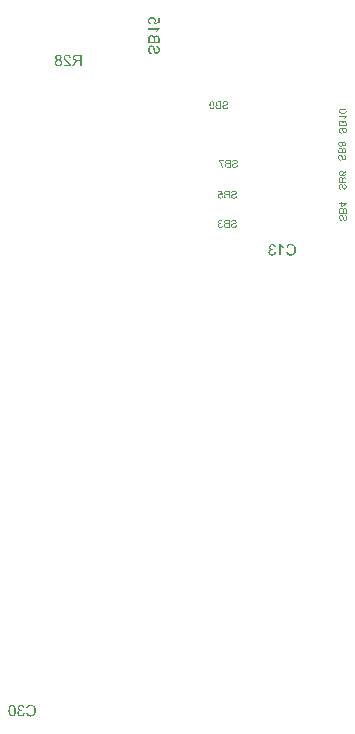
<source format=gbo>
G04*
G04 #@! TF.GenerationSoftware,Altium Limited,Altium Designer,24.4.1 (13)*
G04*
G04 Layer_Color=32896*
%FSAX44Y44*%
%MOMM*%
G71*
G04*
G04 #@! TF.SameCoordinates,09090911-0CFD-4792-A0CC-E2C5D1EC5460*
G04*
G04*
G04 #@! TF.FilePolarity,Positive*
G04*
G01*
G75*
G36*
X00519520Y00733548D02*
X00519756Y00733521D01*
X00519991Y00733479D01*
X00520200Y00733423D01*
X00520394Y00733354D01*
X00520588Y00733285D01*
X00520754Y00733202D01*
X00520907Y00733132D01*
X00521045Y00733049D01*
X00521170Y00732966D01*
X00521267Y00732896D01*
X00521365Y00732827D01*
X00521434Y00732772D01*
X00521475Y00732730D01*
X00521503Y00732702D01*
X00521517Y00732688D01*
X00521670Y00732522D01*
X00521808Y00732355D01*
X00521919Y00732175D01*
X00522016Y00731995D01*
X00522113Y00731815D01*
X00522183Y00731634D01*
X00522280Y00731301D01*
X00522321Y00731149D01*
X00522349Y00731010D01*
X00522363Y00730885D01*
X00522377Y00730775D01*
X00522391Y00730691D01*
Y00730386D01*
X00522363Y00730220D01*
X00522294Y00729887D01*
X00522197Y00729582D01*
X00522086Y00729305D01*
X00521975Y00729083D01*
X00521919Y00728986D01*
X00521878Y00728902D01*
X00521836Y00728833D01*
X00521808Y00728791D01*
X00521794Y00728764D01*
X00521781Y00728750D01*
X00524374Y00729263D01*
Y00733104D01*
X00525497D01*
Y00728334D01*
X00520560Y00727404D01*
X00520408Y00728514D01*
X00520560Y00728611D01*
X00520685Y00728736D01*
X00520810Y00728847D01*
X00520907Y00728958D01*
X00520976Y00729069D01*
X00521045Y00729152D01*
X00521073Y00729207D01*
X00521087Y00729221D01*
X00521170Y00729402D01*
X00521240Y00729582D01*
X00521281Y00729748D01*
X00521323Y00729915D01*
X00521337Y00730053D01*
X00521351Y00730164D01*
Y00730428D01*
X00521323Y00730594D01*
X00521254Y00730885D01*
X00521157Y00731135D01*
X00521059Y00731357D01*
X00520948Y00731523D01*
X00520851Y00731648D01*
X00520782Y00731718D01*
X00520768Y00731745D01*
X00520754D01*
X00520518Y00731939D01*
X00520269Y00732078D01*
X00520005Y00732175D01*
X00519742Y00732245D01*
X00519520Y00732286D01*
X00519423Y00732300D01*
X00519340D01*
X00519270Y00732314D01*
X00519215D01*
X00519187D01*
X00519173D01*
X00518979D01*
X00518799Y00732286D01*
X00518452Y00732217D01*
X00518161Y00732120D01*
X00517925Y00732023D01*
X00517731Y00731912D01*
X00517578Y00731815D01*
X00517537Y00731773D01*
X00517495Y00731745D01*
X00517481Y00731731D01*
X00517467Y00731718D01*
X00517356Y00731607D01*
X00517259Y00731496D01*
X00517093Y00731246D01*
X00516982Y00731010D01*
X00516913Y00730775D01*
X00516857Y00730580D01*
X00516843Y00730414D01*
X00516829Y00730359D01*
Y00730275D01*
X00516843Y00730012D01*
X00516899Y00729776D01*
X00516968Y00729568D01*
X00517051Y00729402D01*
X00517135Y00729249D01*
X00517204Y00729138D01*
X00517259Y00729083D01*
X00517273Y00729055D01*
X00517467Y00728888D01*
X00517676Y00728750D01*
X00517911Y00728639D01*
X00518119Y00728556D01*
X00518327Y00728500D01*
X00518480Y00728458D01*
X00518549Y00728445D01*
X00518591Y00728431D01*
X00518619D01*
X00518632D01*
X00518535Y00727197D01*
X00518313Y00727224D01*
X00518105Y00727266D01*
X00517717Y00727391D01*
X00517384Y00727543D01*
X00517232Y00727626D01*
X00517107Y00727710D01*
X00516982Y00727779D01*
X00516871Y00727862D01*
X00516788Y00727932D01*
X00516719Y00728001D01*
X00516663Y00728056D01*
X00516608Y00728084D01*
X00516594Y00728112D01*
X00516580Y00728126D01*
X00516455Y00728292D01*
X00516344Y00728458D01*
X00516247Y00728639D01*
X00516164Y00728819D01*
X00516039Y00729166D01*
X00515956Y00729512D01*
X00515914Y00729665D01*
X00515900Y00729818D01*
X00515886Y00729942D01*
X00515873Y00730053D01*
X00515859Y00730151D01*
Y00730275D01*
X00515873Y00730566D01*
X00515914Y00730844D01*
X00515970Y00731107D01*
X00516039Y00731343D01*
X00516136Y00731565D01*
X00516233Y00731773D01*
X00516330Y00731967D01*
X00516441Y00732134D01*
X00516552Y00732286D01*
X00516649Y00732425D01*
X00516760Y00732536D01*
X00516843Y00732633D01*
X00516913Y00732702D01*
X00516968Y00732758D01*
X00517010Y00732785D01*
X00517024Y00732799D01*
X00517204Y00732938D01*
X00517398Y00733049D01*
X00517578Y00733160D01*
X00517773Y00733243D01*
X00518147Y00733382D01*
X00518508Y00733465D01*
X00518660Y00733493D01*
X00518813Y00733521D01*
X00518937Y00733534D01*
X00519049Y00733548D01*
X00519146Y00733562D01*
X00519215D01*
X00519257D01*
X00519270D01*
X00519520Y00733548D01*
D02*
G37*
G36*
X00525664Y00723410D02*
X00525428Y00723272D01*
X00525206Y00723119D01*
X00524984Y00722939D01*
X00524790Y00722773D01*
X00524624Y00722606D01*
X00524485Y00722481D01*
X00524443Y00722426D01*
X00524402Y00722384D01*
X00524388Y00722370D01*
X00524374Y00722356D01*
X00524138Y00722065D01*
X00523916Y00721774D01*
X00523722Y00721497D01*
X00523570Y00721219D01*
X00523431Y00720983D01*
X00523375Y00720886D01*
X00523334Y00720803D01*
X00523292Y00720734D01*
X00523278Y00720678D01*
X00523251Y00720651D01*
Y00720637D01*
X00522113D01*
X00522197Y00720845D01*
X00522294Y00721053D01*
X00522391Y00721261D01*
X00522488Y00721455D01*
X00522571Y00721621D01*
X00522640Y00721760D01*
X00522696Y00721843D01*
X00522710Y00721857D01*
Y00721871D01*
X00522862Y00722121D01*
X00523015Y00722343D01*
X00523153Y00722537D01*
X00523278Y00722689D01*
X00523375Y00722828D01*
X00523459Y00722911D01*
X00523514Y00722980D01*
X00523528Y00722994D01*
X00516025D01*
Y00724173D01*
X00525664D01*
Y00723410D01*
D02*
G37*
G36*
X00519118Y00718459D02*
X00519395Y00718404D01*
X00519631Y00718321D01*
X00519853Y00718238D01*
X00520019Y00718154D01*
X00520144Y00718071D01*
X00520227Y00718016D01*
X00520255Y00718002D01*
X00520477Y00717808D01*
X00520657Y00717600D01*
X00520810Y00717364D01*
X00520935Y00717156D01*
X00521032Y00716962D01*
X00521087Y00716795D01*
X00521115Y00716740D01*
X00521129Y00716698D01*
X00521143Y00716670D01*
Y00716656D01*
X00521281Y00716892D01*
X00521420Y00717100D01*
X00521572Y00717267D01*
X00521711Y00717405D01*
X00521822Y00717516D01*
X00521933Y00717600D01*
X00521989Y00717641D01*
X00522016Y00717655D01*
X00522224Y00717766D01*
X00522419Y00717849D01*
X00522613Y00717918D01*
X00522793Y00717960D01*
X00522946Y00717988D01*
X00523070Y00718002D01*
X00523140D01*
X00523167D01*
X00523403Y00717988D01*
X00523639Y00717946D01*
X00523847Y00717877D01*
X00524041Y00717808D01*
X00524207Y00717738D01*
X00524319Y00717669D01*
X00524402Y00717627D01*
X00524429Y00717613D01*
X00524637Y00717461D01*
X00524832Y00717294D01*
X00524984Y00717114D01*
X00525109Y00716948D01*
X00525206Y00716809D01*
X00525275Y00716684D01*
X00525317Y00716601D01*
X00525331Y00716587D01*
Y00716573D01*
X00525428Y00716310D01*
X00525497Y00716019D01*
X00525553Y00715727D01*
X00525580Y00715450D01*
X00525608Y00715200D01*
Y00715089D01*
X00525622Y00714992D01*
Y00711220D01*
X00516025D01*
Y00714881D01*
X00516039Y00715214D01*
X00516053Y00715505D01*
X00516081Y00715769D01*
X00516108Y00715991D01*
X00516136Y00716171D01*
X00516150Y00716310D01*
X00516178Y00716393D01*
Y00716421D01*
X00516247Y00716656D01*
X00516316Y00716851D01*
X00516400Y00717031D01*
X00516483Y00717184D01*
X00516538Y00717308D01*
X00516594Y00717405D01*
X00516635Y00717461D01*
X00516649Y00717475D01*
X00516774Y00717627D01*
X00516927Y00717766D01*
X00517079Y00717877D01*
X00517218Y00717988D01*
X00517356Y00718071D01*
X00517454Y00718127D01*
X00517523Y00718168D01*
X00517551Y00718182D01*
X00517773Y00718279D01*
X00517994Y00718348D01*
X00518203Y00718404D01*
X00518397Y00718432D01*
X00518563Y00718459D01*
X00518702Y00718473D01*
X00518785D01*
X00518799D01*
X00518813D01*
X00519118Y00718459D01*
D02*
G37*
G36*
X00518993Y00709514D02*
X00519257Y00709473D01*
X00519492Y00709403D01*
X00519686Y00709334D01*
X00519853Y00709251D01*
X00519978Y00709195D01*
X00520047Y00709140D01*
X00520075Y00709126D01*
X00520283Y00708960D01*
X00520477Y00708765D01*
X00520643Y00708557D01*
X00520796Y00708349D01*
X00520907Y00708169D01*
X00520990Y00708017D01*
X00521018Y00707961D01*
X00521045Y00707919D01*
X00521059Y00707892D01*
Y00707878D01*
X00521115Y00707767D01*
X00521157Y00707628D01*
X00521212Y00707476D01*
X00521267Y00707309D01*
X00521365Y00706963D01*
X00521462Y00706602D01*
X00521503Y00706435D01*
X00521545Y00706283D01*
X00521586Y00706130D01*
X00521614Y00706006D01*
X00521642Y00705909D01*
X00521656Y00705825D01*
X00521670Y00705770D01*
Y00705756D01*
X00521739Y00705479D01*
X00521794Y00705229D01*
X00521864Y00705007D01*
X00521919Y00704813D01*
X00521989Y00704633D01*
X00522044Y00704480D01*
X00522099Y00704341D01*
X00522141Y00704217D01*
X00522197Y00704119D01*
X00522238Y00704036D01*
X00522266Y00703981D01*
X00522308Y00703925D01*
X00522349Y00703856D01*
X00522363Y00703842D01*
X00522502Y00703717D01*
X00522640Y00703634D01*
X00522779Y00703565D01*
X00522918Y00703523D01*
X00523029Y00703495D01*
X00523126Y00703482D01*
X00523181D01*
X00523209D01*
X00523431Y00703509D01*
X00523625Y00703565D01*
X00523792Y00703648D01*
X00523944Y00703745D01*
X00524055Y00703828D01*
X00524152Y00703911D01*
X00524207Y00703967D01*
X00524221Y00703995D01*
X00524291Y00704106D01*
X00524360Y00704217D01*
X00524471Y00704480D01*
X00524540Y00704757D01*
X00524596Y00705035D01*
X00524624Y00705284D01*
X00524637Y00705395D01*
X00524651Y00705479D01*
Y00705673D01*
X00524637Y00706061D01*
X00524582Y00706408D01*
X00524499Y00706685D01*
X00524416Y00706921D01*
X00524332Y00707101D01*
X00524249Y00707240D01*
X00524194Y00707309D01*
X00524180Y00707337D01*
X00523986Y00707531D01*
X00523778Y00707684D01*
X00523556Y00707809D01*
X00523334Y00707892D01*
X00523126Y00707947D01*
X00522973Y00707989D01*
X00522904Y00708003D01*
X00522862Y00708017D01*
X00522835D01*
X00522821D01*
X00522918Y00709237D01*
X00523223Y00709209D01*
X00523500Y00709140D01*
X00523764Y00709071D01*
X00523986Y00708973D01*
X00524166Y00708890D01*
X00524305Y00708821D01*
X00524346Y00708793D01*
X00524388Y00708765D01*
X00524402Y00708752D01*
X00524416D01*
X00524651Y00708571D01*
X00524859Y00708377D01*
X00525040Y00708169D01*
X00525178Y00707961D01*
X00525303Y00707781D01*
X00525373Y00707642D01*
X00525400Y00707587D01*
X00525428Y00707545D01*
X00525442Y00707517D01*
Y00707503D01*
X00525553Y00707198D01*
X00525636Y00706865D01*
X00525705Y00706560D01*
X00525747Y00706269D01*
X00525775Y00706006D01*
Y00705909D01*
X00525788Y00705811D01*
Y00705631D01*
X00525775Y00705270D01*
X00525733Y00704952D01*
X00525678Y00704647D01*
X00525622Y00704383D01*
X00525567Y00704175D01*
X00525539Y00704078D01*
X00525511Y00704008D01*
X00525483Y00703953D01*
X00525470Y00703911D01*
X00525456Y00703884D01*
Y00703870D01*
X00525317Y00703593D01*
X00525164Y00703343D01*
X00524998Y00703135D01*
X00524846Y00702968D01*
X00524707Y00702844D01*
X00524596Y00702747D01*
X00524513Y00702677D01*
X00524499Y00702663D01*
X00524485D01*
X00524249Y00702525D01*
X00524013Y00702428D01*
X00523778Y00702358D01*
X00523570Y00702317D01*
X00523389Y00702289D01*
X00523251Y00702261D01*
X00523195D01*
X00523153D01*
X00523140D01*
X00523126D01*
X00522890Y00702275D01*
X00522668Y00702317D01*
X00522460Y00702372D01*
X00522280Y00702428D01*
X00522141Y00702483D01*
X00522030Y00702539D01*
X00521961Y00702580D01*
X00521933Y00702594D01*
X00521739Y00702733D01*
X00521559Y00702899D01*
X00521406Y00703065D01*
X00521281Y00703232D01*
X00521170Y00703371D01*
X00521101Y00703495D01*
X00521045Y00703579D01*
X00521032Y00703593D01*
Y00703606D01*
X00520976Y00703717D01*
X00520921Y00703842D01*
X00520824Y00704119D01*
X00520727Y00704438D01*
X00520630Y00704743D01*
X00520546Y00705021D01*
X00520518Y00705146D01*
X00520491Y00705257D01*
X00520463Y00705340D01*
X00520449Y00705409D01*
X00520435Y00705451D01*
Y00705465D01*
X00520380Y00705701D01*
X00520324Y00705922D01*
X00520269Y00706116D01*
X00520227Y00706283D01*
X00520186Y00706449D01*
X00520144Y00706588D01*
X00520116Y00706713D01*
X00520075Y00706810D01*
X00520047Y00706907D01*
X00520033Y00706976D01*
X00519991Y00707087D01*
X00519978Y00707157D01*
X00519964Y00707170D01*
X00519881Y00707378D01*
X00519784Y00707559D01*
X00519686Y00707711D01*
X00519603Y00707822D01*
X00519520Y00707919D01*
X00519464Y00707975D01*
X00519423Y00708017D01*
X00519409Y00708030D01*
X00519284Y00708127D01*
X00519146Y00708197D01*
X00519007Y00708238D01*
X00518896Y00708280D01*
X00518785Y00708294D01*
X00518702Y00708308D01*
X00518632D01*
X00518619D01*
X00518452Y00708294D01*
X00518300Y00708266D01*
X00518161Y00708224D01*
X00518050Y00708169D01*
X00517939Y00708114D01*
X00517870Y00708072D01*
X00517814Y00708044D01*
X00517800Y00708030D01*
X00517662Y00707919D01*
X00517551Y00707781D01*
X00517454Y00707642D01*
X00517356Y00707517D01*
X00517301Y00707392D01*
X00517246Y00707295D01*
X00517218Y00707226D01*
X00517204Y00707198D01*
X00517135Y00706990D01*
X00517079Y00706768D01*
X00517051Y00706546D01*
X00517024Y00706352D01*
X00517010Y00706186D01*
X00516996Y00706047D01*
Y00705922D01*
X00517010Y00705617D01*
X00517038Y00705340D01*
X00517079Y00705090D01*
X00517135Y00704868D01*
X00517190Y00704688D01*
X00517232Y00704549D01*
X00517246Y00704508D01*
X00517259Y00704466D01*
X00517273Y00704452D01*
Y00704438D01*
X00517384Y00704217D01*
X00517509Y00704008D01*
X00517634Y00703856D01*
X00517759Y00703717D01*
X00517856Y00703606D01*
X00517953Y00703537D01*
X00518008Y00703495D01*
X00518022Y00703482D01*
X00518203Y00703384D01*
X00518397Y00703287D01*
X00518605Y00703232D01*
X00518785Y00703176D01*
X00518965Y00703135D01*
X00519090Y00703107D01*
X00519146D01*
X00519187Y00703093D01*
X00519201D01*
X00519215D01*
X00519104Y00701900D01*
X00518757Y00701928D01*
X00518424Y00701984D01*
X00518133Y00702067D01*
X00517870Y00702164D01*
X00517662Y00702261D01*
X00517578Y00702303D01*
X00517509Y00702330D01*
X00517454Y00702372D01*
X00517412Y00702386D01*
X00517384Y00702414D01*
X00517370D01*
X00517107Y00702622D01*
X00516871Y00702844D01*
X00516677Y00703079D01*
X00516511Y00703301D01*
X00516386Y00703495D01*
X00516302Y00703662D01*
X00516275Y00703717D01*
X00516247Y00703759D01*
X00516233Y00703787D01*
Y00703801D01*
X00516108Y00704147D01*
X00516011Y00704508D01*
X00515956Y00704868D01*
X00515900Y00705215D01*
X00515886Y00705381D01*
X00515873Y00705520D01*
Y00705645D01*
X00515859Y00705756D01*
Y00705978D01*
X00515873Y00706352D01*
X00515914Y00706699D01*
X00515984Y00707018D01*
X00516053Y00707281D01*
X00516108Y00707503D01*
X00516150Y00707600D01*
X00516178Y00707684D01*
X00516205Y00707739D01*
X00516219Y00707781D01*
X00516233Y00707809D01*
Y00707822D01*
X00516386Y00708114D01*
X00516552Y00708363D01*
X00516732Y00708585D01*
X00516899Y00708765D01*
X00517038Y00708904D01*
X00517162Y00709001D01*
X00517246Y00709071D01*
X00517259Y00709084D01*
X00517273D01*
X00517537Y00709237D01*
X00517786Y00709348D01*
X00518022Y00709417D01*
X00518244Y00709473D01*
X00518438Y00709500D01*
X00518591Y00709528D01*
X00518646D01*
X00518688D01*
X00518702D01*
X00518716D01*
X00518993Y00709514D01*
D02*
G37*
G36*
X00570108Y00662129D02*
X00570256Y00662111D01*
X00570404Y00662083D01*
X00570533Y00662046D01*
X00570783Y00661944D01*
X00570894Y00661898D01*
X00570987Y00661843D01*
X00571079Y00661778D01*
X00571153Y00661732D01*
X00571227Y00661676D01*
X00571282Y00661630D01*
X00571329Y00661593D01*
X00571356Y00661565D01*
X00571375Y00661547D01*
X00571384Y00661538D01*
X00571486Y00661427D01*
X00571569Y00661297D01*
X00571652Y00661177D01*
X00571717Y00661048D01*
X00571772Y00660909D01*
X00571819Y00660779D01*
X00571883Y00660539D01*
X00571911Y00660419D01*
X00571930Y00660317D01*
X00571939Y00660216D01*
X00571948Y00660132D01*
X00571957Y00660068D01*
Y00660021D01*
Y00659984D01*
Y00659975D01*
X00571948Y00659799D01*
X00571930Y00659642D01*
X00571911Y00659485D01*
X00571874Y00659337D01*
X00571828Y00659208D01*
X00571782Y00659078D01*
X00571735Y00658967D01*
X00571680Y00658866D01*
X00571634Y00658773D01*
X00571587Y00658690D01*
X00571541Y00658625D01*
X00571495Y00658560D01*
X00571458Y00658514D01*
X00571440Y00658486D01*
X00571421Y00658468D01*
X00571412Y00658459D01*
X00571310Y00658357D01*
X00571199Y00658274D01*
X00571088Y00658191D01*
X00570968Y00658126D01*
X00570857Y00658071D01*
X00570746Y00658024D01*
X00570533Y00657960D01*
X00570441Y00657932D01*
X00570349Y00657913D01*
X00570275Y00657904D01*
X00570201Y00657895D01*
X00570145Y00657886D01*
X00570071D01*
X00569896Y00657895D01*
X00569729Y00657923D01*
X00569581Y00657960D01*
X00569442Y00658006D01*
X00569341Y00658043D01*
X00569258Y00658080D01*
X00569202Y00658108D01*
X00569184Y00658117D01*
X00569036Y00658209D01*
X00568906Y00658311D01*
X00568795Y00658413D01*
X00568703Y00658505D01*
X00568638Y00658597D01*
X00568583Y00658662D01*
X00568546Y00658708D01*
X00568536Y00658727D01*
Y00658653D01*
Y00658607D01*
Y00658579D01*
Y00658570D01*
X00568546Y00658385D01*
X00568555Y00658209D01*
X00568573Y00658052D01*
X00568592Y00657904D01*
X00568620Y00657784D01*
X00568638Y00657691D01*
X00568647Y00657654D01*
Y00657627D01*
X00568657Y00657617D01*
Y00657608D01*
X00568703Y00657442D01*
X00568749Y00657294D01*
X00568795Y00657164D01*
X00568842Y00657054D01*
X00568879Y00656970D01*
X00568915Y00656906D01*
X00568934Y00656859D01*
X00568943Y00656850D01*
X00569017Y00656748D01*
X00569091Y00656665D01*
X00569165Y00656591D01*
X00569239Y00656526D01*
X00569295Y00656471D01*
X00569350Y00656434D01*
X00569387Y00656415D01*
X00569396Y00656406D01*
X00569498Y00656351D01*
X00569609Y00656314D01*
X00569711Y00656286D01*
X00569812Y00656268D01*
X00569896Y00656258D01*
X00569960Y00656249D01*
X00570025D01*
X00570173Y00656258D01*
X00570312Y00656286D01*
X00570432Y00656323D01*
X00570533Y00656369D01*
X00570607Y00656406D01*
X00570672Y00656443D01*
X00570709Y00656471D01*
X00570718Y00656480D01*
X00570811Y00656582D01*
X00570885Y00656702D01*
X00570950Y00656832D01*
X00570996Y00656961D01*
X00571033Y00657072D01*
X00571060Y00657174D01*
X00571070Y00657211D01*
Y00657229D01*
X00571079Y00657248D01*
Y00657257D01*
X00571837Y00657192D01*
X00571782Y00656924D01*
X00571708Y00656693D01*
X00571615Y00656489D01*
X00571523Y00656323D01*
X00571430Y00656194D01*
X00571384Y00656138D01*
X00571347Y00656092D01*
X00571319Y00656064D01*
X00571292Y00656037D01*
X00571282Y00656027D01*
X00571273Y00656018D01*
X00571181Y00655944D01*
X00571079Y00655879D01*
X00570876Y00655778D01*
X00570672Y00655704D01*
X00570478Y00655657D01*
X00570302Y00655620D01*
X00570228Y00655611D01*
X00570164D01*
X00570117Y00655602D01*
X00570043D01*
X00569785Y00655620D01*
X00569553Y00655657D01*
X00569341Y00655722D01*
X00569165Y00655796D01*
X00569091Y00655824D01*
X00569017Y00655861D01*
X00568962Y00655898D01*
X00568906Y00655926D01*
X00568869Y00655944D01*
X00568842Y00655963D01*
X00568823Y00655981D01*
X00568814D01*
X00568629Y00656138D01*
X00568462Y00656314D01*
X00568333Y00656499D01*
X00568222Y00656674D01*
X00568130Y00656832D01*
X00568093Y00656906D01*
X00568065Y00656961D01*
X00568046Y00657017D01*
X00568028Y00657054D01*
X00568019Y00657072D01*
Y00657081D01*
X00567972Y00657220D01*
X00567926Y00657377D01*
X00567862Y00657691D01*
X00567815Y00658024D01*
X00567788Y00658339D01*
X00567769Y00658477D01*
X00567760Y00658616D01*
Y00658736D01*
X00567751Y00658838D01*
Y00658921D01*
Y00658986D01*
Y00659032D01*
Y00659041D01*
Y00659254D01*
X00567760Y00659457D01*
X00567778Y00659642D01*
X00567797Y00659818D01*
X00567815Y00659975D01*
X00567834Y00660123D01*
X00567862Y00660262D01*
X00567889Y00660382D01*
X00567917Y00660484D01*
X00567935Y00660576D01*
X00567963Y00660659D01*
X00567982Y00660724D01*
X00568000Y00660770D01*
X00568019Y00660807D01*
X00568028Y00660826D01*
Y00660835D01*
X00568139Y00661057D01*
X00568259Y00661251D01*
X00568398Y00661417D01*
X00568518Y00661556D01*
X00568638Y00661658D01*
X00568731Y00661732D01*
X00568768Y00661759D01*
X00568795Y00661778D01*
X00568805Y00661796D01*
X00568814D01*
X00569008Y00661907D01*
X00569202Y00661991D01*
X00569396Y00662055D01*
X00569572Y00662092D01*
X00569729Y00662120D01*
X00569794Y00662129D01*
X00569840D01*
X00569886Y00662139D01*
X00569951D01*
X00570108Y00662129D01*
D02*
G37*
G36*
X00577634Y00655713D02*
X00575193D01*
X00574971Y00655722D01*
X00574777Y00655731D01*
X00574602Y00655750D01*
X00574454Y00655768D01*
X00574333Y00655787D01*
X00574241Y00655796D01*
X00574185Y00655815D01*
X00574167D01*
X00574010Y00655861D01*
X00573880Y00655907D01*
X00573760Y00655963D01*
X00573658Y00656018D01*
X00573575Y00656055D01*
X00573511Y00656092D01*
X00573474Y00656120D01*
X00573464Y00656129D01*
X00573363Y00656212D01*
X00573270Y00656314D01*
X00573196Y00656415D01*
X00573122Y00656508D01*
X00573067Y00656600D01*
X00573030Y00656665D01*
X00573002Y00656711D01*
X00572993Y00656730D01*
X00572928Y00656878D01*
X00572882Y00657026D01*
X00572845Y00657164D01*
X00572826Y00657294D01*
X00572808Y00657405D01*
X00572799Y00657497D01*
Y00657553D01*
Y00657562D01*
Y00657571D01*
X00572808Y00657775D01*
X00572845Y00657960D01*
X00572900Y00658117D01*
X00572956Y00658265D01*
X00573011Y00658376D01*
X00573067Y00658459D01*
X00573104Y00658514D01*
X00573113Y00658533D01*
X00573242Y00658681D01*
X00573381Y00658801D01*
X00573538Y00658903D01*
X00573677Y00658986D01*
X00573806Y00659051D01*
X00573917Y00659088D01*
X00573954Y00659106D01*
X00573982Y00659115D01*
X00574001Y00659125D01*
X00574010D01*
X00573853Y00659217D01*
X00573714Y00659309D01*
X00573603Y00659411D01*
X00573511Y00659504D01*
X00573437Y00659577D01*
X00573381Y00659651D01*
X00573353Y00659688D01*
X00573344Y00659707D01*
X00573270Y00659846D01*
X00573215Y00659975D01*
X00573168Y00660105D01*
X00573141Y00660225D01*
X00573122Y00660326D01*
X00573113Y00660410D01*
Y00660456D01*
Y00660474D01*
X00573122Y00660631D01*
X00573150Y00660789D01*
X00573196Y00660927D01*
X00573242Y00661057D01*
X00573289Y00661168D01*
X00573335Y00661242D01*
X00573363Y00661297D01*
X00573372Y00661316D01*
X00573474Y00661454D01*
X00573585Y00661584D01*
X00573705Y00661685D01*
X00573816Y00661769D01*
X00573908Y00661833D01*
X00573991Y00661880D01*
X00574047Y00661907D01*
X00574056Y00661917D01*
X00574065D01*
X00574241Y00661981D01*
X00574435Y00662028D01*
X00574629Y00662065D01*
X00574814Y00662083D01*
X00574981Y00662102D01*
X00575055D01*
X00575119Y00662111D01*
X00577634D01*
Y00655713D01*
D02*
G37*
G36*
X00581600Y00662213D02*
X00581813Y00662185D01*
X00582017Y00662148D01*
X00582192Y00662111D01*
X00582331Y00662074D01*
X00582396Y00662055D01*
X00582442Y00662037D01*
X00582479Y00662018D01*
X00582507Y00662009D01*
X00582525Y00662000D01*
X00582534D01*
X00582719Y00661907D01*
X00582886Y00661806D01*
X00583024Y00661695D01*
X00583135Y00661593D01*
X00583218Y00661501D01*
X00583283Y00661427D01*
X00583329Y00661371D01*
X00583339Y00661362D01*
Y00661353D01*
X00583431Y00661196D01*
X00583496Y00661038D01*
X00583542Y00660881D01*
X00583570Y00660742D01*
X00583588Y00660622D01*
X00583607Y00660530D01*
Y00660493D01*
Y00660465D01*
Y00660456D01*
Y00660447D01*
X00583598Y00660289D01*
X00583570Y00660142D01*
X00583533Y00660003D01*
X00583496Y00659883D01*
X00583459Y00659790D01*
X00583422Y00659716D01*
X00583394Y00659670D01*
X00583385Y00659651D01*
X00583293Y00659522D01*
X00583181Y00659402D01*
X00583071Y00659300D01*
X00582960Y00659217D01*
X00582867Y00659143D01*
X00582784Y00659097D01*
X00582729Y00659060D01*
X00582719Y00659051D01*
X00582710D01*
X00582636Y00659014D01*
X00582553Y00658977D01*
X00582368Y00658912D01*
X00582155Y00658847D01*
X00581952Y00658782D01*
X00581767Y00658727D01*
X00581684Y00658708D01*
X00581610Y00658690D01*
X00581554Y00658671D01*
X00581508Y00658662D01*
X00581480Y00658653D01*
X00581471D01*
X00581314Y00658616D01*
X00581166Y00658579D01*
X00581036Y00658542D01*
X00580926Y00658514D01*
X00580815Y00658486D01*
X00580722Y00658459D01*
X00580639Y00658440D01*
X00580574Y00658413D01*
X00580509Y00658394D01*
X00580463Y00658385D01*
X00580389Y00658357D01*
X00580343Y00658348D01*
X00580334Y00658339D01*
X00580195Y00658283D01*
X00580075Y00658218D01*
X00579973Y00658154D01*
X00579899Y00658098D01*
X00579835Y00658043D01*
X00579798Y00658006D01*
X00579770Y00657978D01*
X00579761Y00657969D01*
X00579696Y00657886D01*
X00579650Y00657793D01*
X00579622Y00657701D01*
X00579594Y00657627D01*
X00579585Y00657553D01*
X00579576Y00657497D01*
Y00657451D01*
Y00657442D01*
X00579585Y00657331D01*
X00579604Y00657229D01*
X00579631Y00657137D01*
X00579668Y00657063D01*
X00579705Y00656989D01*
X00579733Y00656943D01*
X00579751Y00656906D01*
X00579761Y00656896D01*
X00579835Y00656804D01*
X00579927Y00656730D01*
X00580019Y00656665D01*
X00580103Y00656600D01*
X00580186Y00656563D01*
X00580251Y00656526D01*
X00580297Y00656508D01*
X00580315Y00656499D01*
X00580454Y00656452D01*
X00580602Y00656415D01*
X00580750Y00656397D01*
X00580879Y00656378D01*
X00580990Y00656369D01*
X00581083Y00656360D01*
X00581166D01*
X00581369Y00656369D01*
X00581554Y00656388D01*
X00581721Y00656415D01*
X00581869Y00656452D01*
X00581989Y00656489D01*
X00582081Y00656517D01*
X00582109Y00656526D01*
X00582137Y00656536D01*
X00582146Y00656545D01*
X00582155D01*
X00582303Y00656619D01*
X00582442Y00656702D01*
X00582544Y00656785D01*
X00582636Y00656869D01*
X00582710Y00656933D01*
X00582756Y00656998D01*
X00582784Y00657035D01*
X00582793Y00657044D01*
X00582858Y00657164D01*
X00582923Y00657294D01*
X00582960Y00657432D01*
X00582997Y00657553D01*
X00583024Y00657673D01*
X00583043Y00657756D01*
Y00657793D01*
X00583052Y00657821D01*
Y00657830D01*
Y00657839D01*
X00583847Y00657765D01*
X00583829Y00657534D01*
X00583792Y00657312D01*
X00583736Y00657118D01*
X00583671Y00656943D01*
X00583607Y00656804D01*
X00583579Y00656748D01*
X00583561Y00656702D01*
X00583533Y00656665D01*
X00583524Y00656637D01*
X00583505Y00656619D01*
Y00656610D01*
X00583366Y00656434D01*
X00583218Y00656277D01*
X00583061Y00656147D01*
X00582913Y00656037D01*
X00582784Y00655953D01*
X00582673Y00655898D01*
X00582636Y00655879D01*
X00582608Y00655861D01*
X00582590Y00655852D01*
X00582580D01*
X00582349Y00655768D01*
X00582109Y00655704D01*
X00581869Y00655667D01*
X00581637Y00655630D01*
X00581526Y00655620D01*
X00581434Y00655611D01*
X00581351D01*
X00581277Y00655602D01*
X00581129D01*
X00580879Y00655611D01*
X00580648Y00655639D01*
X00580436Y00655685D01*
X00580260Y00655731D01*
X00580112Y00655768D01*
X00580047Y00655796D01*
X00579992Y00655815D01*
X00579955Y00655833D01*
X00579927Y00655842D01*
X00579909Y00655852D01*
X00579899D01*
X00579705Y00655953D01*
X00579539Y00656064D01*
X00579391Y00656184D01*
X00579271Y00656295D01*
X00579178Y00656388D01*
X00579113Y00656471D01*
X00579067Y00656526D01*
X00579058Y00656536D01*
Y00656545D01*
X00578956Y00656721D01*
X00578882Y00656887D01*
X00578836Y00657044D01*
X00578799Y00657192D01*
X00578781Y00657322D01*
X00578762Y00657423D01*
Y00657460D01*
Y00657488D01*
Y00657497D01*
Y00657506D01*
X00578771Y00657691D01*
X00578799Y00657867D01*
X00578845Y00658024D01*
X00578892Y00658154D01*
X00578947Y00658265D01*
X00578984Y00658348D01*
X00579021Y00658394D01*
X00579030Y00658413D01*
X00579141Y00658551D01*
X00579271Y00658681D01*
X00579409Y00658792D01*
X00579548Y00658893D01*
X00579668Y00658967D01*
X00579770Y00659023D01*
X00579807Y00659041D01*
X00579835Y00659060D01*
X00579853Y00659069D01*
X00579862D01*
X00579936Y00659106D01*
X00580029Y00659134D01*
X00580131Y00659171D01*
X00580241Y00659208D01*
X00580472Y00659272D01*
X00580713Y00659337D01*
X00580824Y00659365D01*
X00580926Y00659393D01*
X00581027Y00659420D01*
X00581110Y00659439D01*
X00581175Y00659457D01*
X00581231Y00659467D01*
X00581268Y00659476D01*
X00581277D01*
X00581462Y00659522D01*
X00581628Y00659559D01*
X00581776Y00659605D01*
X00581906Y00659642D01*
X00582026Y00659688D01*
X00582127Y00659725D01*
X00582220Y00659762D01*
X00582303Y00659790D01*
X00582368Y00659827D01*
X00582423Y00659855D01*
X00582460Y00659873D01*
X00582497Y00659901D01*
X00582544Y00659929D01*
X00582553Y00659938D01*
X00582636Y00660031D01*
X00582691Y00660123D01*
X00582738Y00660216D01*
X00582766Y00660308D01*
X00582784Y00660382D01*
X00582793Y00660447D01*
Y00660484D01*
Y00660502D01*
X00582775Y00660650D01*
X00582738Y00660779D01*
X00582682Y00660890D01*
X00582617Y00660992D01*
X00582562Y00661066D01*
X00582507Y00661131D01*
X00582470Y00661168D01*
X00582451Y00661177D01*
X00582377Y00661223D01*
X00582303Y00661270D01*
X00582127Y00661343D01*
X00581943Y00661390D01*
X00581758Y00661427D01*
X00581591Y00661445D01*
X00581517Y00661454D01*
X00581462Y00661464D01*
X00581332D01*
X00581073Y00661454D01*
X00580842Y00661417D01*
X00580658Y00661362D01*
X00580500Y00661306D01*
X00580380Y00661251D01*
X00580288Y00661196D01*
X00580241Y00661159D01*
X00580223Y00661149D01*
X00580093Y00661020D01*
X00579992Y00660881D01*
X00579909Y00660733D01*
X00579853Y00660585D01*
X00579816Y00660447D01*
X00579788Y00660345D01*
X00579779Y00660299D01*
X00579770Y00660271D01*
Y00660253D01*
Y00660243D01*
X00578956Y00660308D01*
X00578975Y00660511D01*
X00579021Y00660696D01*
X00579067Y00660872D01*
X00579132Y00661020D01*
X00579187Y00661140D01*
X00579234Y00661233D01*
X00579252Y00661260D01*
X00579271Y00661288D01*
X00579280Y00661297D01*
Y00661306D01*
X00579400Y00661464D01*
X00579529Y00661602D01*
X00579668Y00661722D01*
X00579807Y00661815D01*
X00579927Y00661898D01*
X00580019Y00661944D01*
X00580056Y00661963D01*
X00580084Y00661981D01*
X00580103Y00661991D01*
X00580112D01*
X00580315Y00662065D01*
X00580537Y00662120D01*
X00580741Y00662166D01*
X00580935Y00662194D01*
X00581110Y00662213D01*
X00581175D01*
X00581240Y00662222D01*
X00581360D01*
X00581600Y00662213D01*
D02*
G37*
G36*
X00585660Y00606113D02*
X00583219D01*
X00582997Y00606122D01*
X00582803Y00606132D01*
X00582627Y00606150D01*
X00582480Y00606169D01*
X00582359Y00606187D01*
X00582267Y00606196D01*
X00582211Y00606215D01*
X00582193D01*
X00582036Y00606261D01*
X00581906Y00606307D01*
X00581786Y00606363D01*
X00581684Y00606418D01*
X00581601Y00606455D01*
X00581536Y00606492D01*
X00581499Y00606520D01*
X00581490Y00606529D01*
X00581389Y00606612D01*
X00581296Y00606714D01*
X00581222Y00606816D01*
X00581148Y00606908D01*
X00581093Y00607001D01*
X00581056Y00607065D01*
X00581028Y00607112D01*
X00581019Y00607130D01*
X00580954Y00607278D01*
X00580908Y00607426D01*
X00580871Y00607565D01*
X00580852Y00607694D01*
X00580834Y00607805D01*
X00580825Y00607897D01*
Y00607953D01*
Y00607962D01*
Y00607971D01*
X00580834Y00608175D01*
X00580871Y00608360D01*
X00580926Y00608517D01*
X00580982Y00608665D01*
X00581037Y00608776D01*
X00581093Y00608859D01*
X00581130Y00608914D01*
X00581139Y00608933D01*
X00581268Y00609081D01*
X00581407Y00609201D01*
X00581564Y00609303D01*
X00581703Y00609386D01*
X00581832Y00609451D01*
X00581943Y00609488D01*
X00581980Y00609506D01*
X00582008Y00609515D01*
X00582026Y00609525D01*
X00582036D01*
X00581879Y00609617D01*
X00581740Y00609710D01*
X00581629Y00609811D01*
X00581536Y00609904D01*
X00581462Y00609978D01*
X00581407Y00610052D01*
X00581379Y00610089D01*
X00581370Y00610107D01*
X00581296Y00610246D01*
X00581241Y00610375D01*
X00581194Y00610505D01*
X00581167Y00610625D01*
X00581148Y00610727D01*
X00581139Y00610810D01*
Y00610856D01*
Y00610874D01*
X00581148Y00611032D01*
X00581176Y00611189D01*
X00581222Y00611328D01*
X00581268Y00611457D01*
X00581315Y00611568D01*
X00581361Y00611642D01*
X00581389Y00611697D01*
X00581398Y00611716D01*
X00581499Y00611855D01*
X00581610Y00611984D01*
X00581731Y00612086D01*
X00581842Y00612169D01*
X00581934Y00612234D01*
X00582017Y00612280D01*
X00582073Y00612308D01*
X00582082Y00612317D01*
X00582091D01*
X00582267Y00612382D01*
X00582461Y00612428D01*
X00582655Y00612465D01*
X00582840Y00612483D01*
X00583007Y00612502D01*
X00583080D01*
X00583145Y00612511D01*
X00585660D01*
Y00606113D01*
D02*
G37*
G36*
X00579928Y00611670D02*
X00576793D01*
X00577015Y00611401D01*
X00577228Y00611115D01*
X00577413Y00610838D01*
X00577589Y00610569D01*
X00577663Y00610449D01*
X00577727Y00610338D01*
X00577792Y00610237D01*
X00577838Y00610153D01*
X00577875Y00610079D01*
X00577903Y00610033D01*
X00577921Y00609996D01*
X00577931Y00609987D01*
X00578116Y00609617D01*
X00578282Y00609247D01*
X00578421Y00608896D01*
X00578476Y00608739D01*
X00578532Y00608582D01*
X00578587Y00608443D01*
X00578624Y00608313D01*
X00578661Y00608203D01*
X00578689Y00608110D01*
X00578717Y00608027D01*
X00578735Y00607971D01*
X00578744Y00607934D01*
Y00607925D01*
X00578837Y00607546D01*
X00578874Y00607361D01*
X00578901Y00607195D01*
X00578929Y00607038D01*
X00578957Y00606880D01*
X00578975Y00606751D01*
X00578994Y00606622D01*
X00579003Y00606511D01*
X00579012Y00606409D01*
X00579022Y00606316D01*
Y00606242D01*
X00579031Y00606187D01*
Y00606150D01*
Y00606122D01*
Y00606113D01*
X00578227D01*
X00578199Y00606464D01*
X00578153Y00606788D01*
X00578106Y00607084D01*
X00578078Y00607223D01*
X00578051Y00607352D01*
X00578032Y00607463D01*
X00578005Y00607565D01*
X00577986Y00607657D01*
X00577968Y00607731D01*
X00577949Y00607786D01*
X00577940Y00607833D01*
X00577931Y00607860D01*
Y00607870D01*
X00577792Y00608295D01*
X00577644Y00608693D01*
X00577570Y00608887D01*
X00577496Y00609072D01*
X00577413Y00609238D01*
X00577339Y00609404D01*
X00577274Y00609552D01*
X00577210Y00609682D01*
X00577154Y00609793D01*
X00577108Y00609894D01*
X00577062Y00609978D01*
X00577034Y00610033D01*
X00577015Y00610070D01*
X00577006Y00610079D01*
X00576895Y00610274D01*
X00576784Y00610468D01*
X00576673Y00610643D01*
X00576562Y00610810D01*
X00576461Y00610958D01*
X00576359Y00611106D01*
X00576257Y00611235D01*
X00576174Y00611346D01*
X00576091Y00611457D01*
X00576017Y00611549D01*
X00575943Y00611623D01*
X00575887Y00611688D01*
X00575850Y00611744D01*
X00575813Y00611781D01*
X00575795Y00611799D01*
X00575786Y00611808D01*
Y00612428D01*
X00579928D01*
Y00611670D01*
D02*
G37*
G36*
X00589626Y00612613D02*
X00589839Y00612585D01*
X00590042Y00612548D01*
X00590218Y00612511D01*
X00590357Y00612474D01*
X00590421Y00612455D01*
X00590468Y00612437D01*
X00590505Y00612419D01*
X00590532Y00612409D01*
X00590551Y00612400D01*
X00590560D01*
X00590745Y00612308D01*
X00590911Y00612206D01*
X00591050Y00612095D01*
X00591161Y00611993D01*
X00591244Y00611901D01*
X00591309Y00611827D01*
X00591355Y00611771D01*
X00591365Y00611762D01*
Y00611753D01*
X00591457Y00611596D01*
X00591522Y00611438D01*
X00591568Y00611281D01*
X00591596Y00611143D01*
X00591614Y00611022D01*
X00591633Y00610930D01*
Y00610893D01*
Y00610865D01*
Y00610856D01*
Y00610847D01*
X00591623Y00610690D01*
X00591596Y00610542D01*
X00591559Y00610403D01*
X00591522Y00610283D01*
X00591485Y00610190D01*
X00591448Y00610116D01*
X00591420Y00610070D01*
X00591411Y00610052D01*
X00591318Y00609922D01*
X00591207Y00609802D01*
X00591096Y00609700D01*
X00590985Y00609617D01*
X00590893Y00609543D01*
X00590810Y00609497D01*
X00590754Y00609460D01*
X00590745Y00609451D01*
X00590736D01*
X00590662Y00609414D01*
X00590579Y00609377D01*
X00590394Y00609312D01*
X00590181Y00609247D01*
X00589978Y00609183D01*
X00589793Y00609127D01*
X00589710Y00609109D01*
X00589636Y00609090D01*
X00589580Y00609072D01*
X00589534Y00609062D01*
X00589506Y00609053D01*
X00589497D01*
X00589340Y00609016D01*
X00589192Y00608979D01*
X00589062Y00608942D01*
X00588951Y00608914D01*
X00588840Y00608887D01*
X00588748Y00608859D01*
X00588665Y00608840D01*
X00588600Y00608813D01*
X00588535Y00608794D01*
X00588489Y00608785D01*
X00588415Y00608757D01*
X00588369Y00608748D01*
X00588360Y00608739D01*
X00588221Y00608683D01*
X00588101Y00608619D01*
X00587999Y00608554D01*
X00587925Y00608498D01*
X00587860Y00608443D01*
X00587823Y00608406D01*
X00587796Y00608378D01*
X00587786Y00608369D01*
X00587722Y00608286D01*
X00587676Y00608193D01*
X00587648Y00608101D01*
X00587620Y00608027D01*
X00587611Y00607953D01*
X00587602Y00607897D01*
Y00607851D01*
Y00607842D01*
X00587611Y00607731D01*
X00587629Y00607629D01*
X00587657Y00607537D01*
X00587694Y00607463D01*
X00587731Y00607389D01*
X00587759Y00607343D01*
X00587777Y00607306D01*
X00587786Y00607296D01*
X00587860Y00607204D01*
X00587953Y00607130D01*
X00588045Y00607065D01*
X00588129Y00607001D01*
X00588212Y00606964D01*
X00588276Y00606927D01*
X00588323Y00606908D01*
X00588341Y00606899D01*
X00588480Y00606853D01*
X00588628Y00606816D01*
X00588776Y00606797D01*
X00588905Y00606779D01*
X00589016Y00606769D01*
X00589109Y00606760D01*
X00589192D01*
X00589395Y00606769D01*
X00589580Y00606788D01*
X00589747Y00606816D01*
X00589894Y00606853D01*
X00590015Y00606890D01*
X00590107Y00606917D01*
X00590135Y00606927D01*
X00590163Y00606936D01*
X00590172Y00606945D01*
X00590181D01*
X00590329Y00607019D01*
X00590468Y00607102D01*
X00590569Y00607186D01*
X00590662Y00607269D01*
X00590736Y00607333D01*
X00590782Y00607398D01*
X00590810Y00607435D01*
X00590819Y00607444D01*
X00590884Y00607565D01*
X00590948Y00607694D01*
X00590985Y00607833D01*
X00591022Y00607953D01*
X00591050Y00608073D01*
X00591069Y00608156D01*
Y00608193D01*
X00591078Y00608221D01*
Y00608230D01*
Y00608240D01*
X00591873Y00608166D01*
X00591855Y00607934D01*
X00591818Y00607713D01*
X00591762Y00607518D01*
X00591697Y00607343D01*
X00591633Y00607204D01*
X00591605Y00607149D01*
X00591586Y00607102D01*
X00591559Y00607065D01*
X00591549Y00607038D01*
X00591531Y00607019D01*
Y00607010D01*
X00591392Y00606834D01*
X00591244Y00606677D01*
X00591087Y00606548D01*
X00590939Y00606437D01*
X00590810Y00606353D01*
X00590699Y00606298D01*
X00590662Y00606279D01*
X00590634Y00606261D01*
X00590616Y00606252D01*
X00590606D01*
X00590375Y00606169D01*
X00590135Y00606104D01*
X00589894Y00606067D01*
X00589663Y00606030D01*
X00589552Y00606021D01*
X00589460Y00606011D01*
X00589377D01*
X00589303Y00606002D01*
X00589155D01*
X00588905Y00606011D01*
X00588674Y00606039D01*
X00588461Y00606085D01*
X00588286Y00606132D01*
X00588138Y00606169D01*
X00588073Y00606196D01*
X00588018Y00606215D01*
X00587981Y00606233D01*
X00587953Y00606242D01*
X00587934Y00606252D01*
X00587925D01*
X00587731Y00606353D01*
X00587565Y00606464D01*
X00587417Y00606585D01*
X00587296Y00606696D01*
X00587204Y00606788D01*
X00587139Y00606871D01*
X00587093Y00606927D01*
X00587084Y00606936D01*
Y00606945D01*
X00586982Y00607121D01*
X00586908Y00607287D01*
X00586862Y00607444D01*
X00586825Y00607592D01*
X00586806Y00607722D01*
X00586788Y00607823D01*
Y00607860D01*
Y00607888D01*
Y00607897D01*
Y00607907D01*
X00586797Y00608092D01*
X00586825Y00608267D01*
X00586871Y00608424D01*
X00586917Y00608554D01*
X00586973Y00608665D01*
X00587010Y00608748D01*
X00587047Y00608794D01*
X00587056Y00608813D01*
X00587167Y00608951D01*
X00587296Y00609081D01*
X00587435Y00609192D01*
X00587574Y00609294D01*
X00587694Y00609367D01*
X00587796Y00609423D01*
X00587833Y00609441D01*
X00587860Y00609460D01*
X00587879Y00609469D01*
X00587888D01*
X00587962Y00609506D01*
X00588055Y00609534D01*
X00588156Y00609571D01*
X00588267Y00609608D01*
X00588498Y00609673D01*
X00588739Y00609737D01*
X00588850Y00609765D01*
X00588951Y00609793D01*
X00589053Y00609821D01*
X00589136Y00609839D01*
X00589201Y00609857D01*
X00589257Y00609867D01*
X00589294Y00609876D01*
X00589303D01*
X00589488Y00609922D01*
X00589654Y00609959D01*
X00589802Y00610005D01*
X00589931Y00610042D01*
X00590052Y00610089D01*
X00590153Y00610126D01*
X00590246Y00610163D01*
X00590329Y00610190D01*
X00590394Y00610227D01*
X00590449Y00610255D01*
X00590486Y00610274D01*
X00590523Y00610301D01*
X00590569Y00610329D01*
X00590579Y00610338D01*
X00590662Y00610431D01*
X00590717Y00610523D01*
X00590764Y00610616D01*
X00590791Y00610708D01*
X00590810Y00610782D01*
X00590819Y00610847D01*
Y00610884D01*
Y00610902D01*
X00590801Y00611050D01*
X00590764Y00611180D01*
X00590708Y00611291D01*
X00590643Y00611392D01*
X00590588Y00611466D01*
X00590532Y00611531D01*
X00590495Y00611568D01*
X00590477Y00611577D01*
X00590403Y00611623D01*
X00590329Y00611670D01*
X00590153Y00611744D01*
X00589968Y00611790D01*
X00589784Y00611827D01*
X00589617Y00611845D01*
X00589543Y00611855D01*
X00589488Y00611864D01*
X00589358D01*
X00589099Y00611855D01*
X00588868Y00611818D01*
X00588683Y00611762D01*
X00588526Y00611707D01*
X00588406Y00611651D01*
X00588313Y00611596D01*
X00588267Y00611559D01*
X00588249Y00611549D01*
X00588119Y00611420D01*
X00588018Y00611281D01*
X00587934Y00611133D01*
X00587879Y00610985D01*
X00587842Y00610847D01*
X00587814Y00610745D01*
X00587805Y00610699D01*
X00587796Y00610671D01*
Y00610653D01*
Y00610643D01*
X00586982Y00610708D01*
X00587001Y00610911D01*
X00587047Y00611096D01*
X00587093Y00611272D01*
X00587158Y00611420D01*
X00587213Y00611540D01*
X00587259Y00611633D01*
X00587278Y00611660D01*
X00587296Y00611688D01*
X00587306Y00611697D01*
Y00611707D01*
X00587426Y00611864D01*
X00587555Y00612002D01*
X00587694Y00612123D01*
X00587833Y00612215D01*
X00587953Y00612298D01*
X00588045Y00612345D01*
X00588082Y00612363D01*
X00588110Y00612382D01*
X00588129Y00612391D01*
X00588138D01*
X00588341Y00612465D01*
X00588563Y00612520D01*
X00588767Y00612566D01*
X00588961Y00612594D01*
X00589136Y00612613D01*
X00589201D01*
X00589266Y00612622D01*
X00589386D01*
X00589626Y00612613D01*
D02*
G37*
G36*
X00579080Y00582998D02*
X00578341Y00582896D01*
X00578276Y00582998D01*
X00578193Y00583081D01*
X00578119Y00583165D01*
X00578045Y00583229D01*
X00577971Y00583275D01*
X00577915Y00583322D01*
X00577878Y00583340D01*
X00577869Y00583349D01*
X00577749Y00583405D01*
X00577629Y00583451D01*
X00577518Y00583479D01*
X00577407Y00583507D01*
X00577314Y00583516D01*
X00577240Y00583525D01*
X00577065D01*
X00576954Y00583507D01*
X00576760Y00583460D01*
X00576593Y00583396D01*
X00576445Y00583331D01*
X00576334Y00583257D01*
X00576251Y00583192D01*
X00576205Y00583146D01*
X00576186Y00583137D01*
Y00583128D01*
X00576057Y00582970D01*
X00575965Y00582804D01*
X00575900Y00582628D01*
X00575854Y00582453D01*
X00575826Y00582305D01*
X00575817Y00582240D01*
Y00582184D01*
X00575807Y00582138D01*
Y00582101D01*
Y00582083D01*
Y00582074D01*
Y00581944D01*
X00575826Y00581824D01*
X00575872Y00581593D01*
X00575937Y00581399D01*
X00576002Y00581241D01*
X00576076Y00581112D01*
X00576140Y00581010D01*
X00576168Y00580983D01*
X00576186Y00580955D01*
X00576196Y00580946D01*
X00576205Y00580936D01*
X00576279Y00580862D01*
X00576353Y00580798D01*
X00576519Y00580687D01*
X00576676Y00580613D01*
X00576834Y00580567D01*
X00576963Y00580530D01*
X00577074Y00580520D01*
X00577111Y00580511D01*
X00577166D01*
X00577342Y00580520D01*
X00577499Y00580557D01*
X00577638Y00580603D01*
X00577749Y00580659D01*
X00577851Y00580714D01*
X00577925Y00580761D01*
X00577962Y00580798D01*
X00577980Y00580807D01*
X00578091Y00580936D01*
X00578184Y00581075D01*
X00578257Y00581232D01*
X00578313Y00581371D01*
X00578350Y00581510D01*
X00578378Y00581611D01*
X00578387Y00581657D01*
X00578396Y00581685D01*
Y00581704D01*
Y00581713D01*
X00579219Y00581648D01*
X00579201Y00581500D01*
X00579173Y00581362D01*
X00579090Y00581103D01*
X00578988Y00580881D01*
X00578932Y00580779D01*
X00578877Y00580696D01*
X00578831Y00580613D01*
X00578775Y00580539D01*
X00578729Y00580483D01*
X00578683Y00580437D01*
X00578646Y00580400D01*
X00578627Y00580363D01*
X00578609Y00580354D01*
X00578600Y00580345D01*
X00578489Y00580261D01*
X00578378Y00580187D01*
X00578257Y00580123D01*
X00578137Y00580067D01*
X00577906Y00579984D01*
X00577675Y00579929D01*
X00577573Y00579901D01*
X00577472Y00579892D01*
X00577388Y00579882D01*
X00577314Y00579873D01*
X00577250Y00579864D01*
X00577166D01*
X00576972Y00579873D01*
X00576787Y00579901D01*
X00576612Y00579938D01*
X00576455Y00579984D01*
X00576307Y00580049D01*
X00576168Y00580113D01*
X00576039Y00580178D01*
X00575928Y00580252D01*
X00575826Y00580326D01*
X00575733Y00580391D01*
X00575659Y00580465D01*
X00575595Y00580520D01*
X00575549Y00580567D01*
X00575512Y00580603D01*
X00575493Y00580631D01*
X00575484Y00580640D01*
X00575391Y00580761D01*
X00575317Y00580890D01*
X00575243Y00581010D01*
X00575188Y00581140D01*
X00575095Y00581389D01*
X00575040Y00581630D01*
X00575022Y00581731D01*
X00575003Y00581833D01*
X00574994Y00581916D01*
X00574985Y00581990D01*
X00574975Y00582055D01*
Y00582101D01*
Y00582129D01*
Y00582138D01*
X00574985Y00582305D01*
X00575003Y00582462D01*
X00575031Y00582619D01*
X00575068Y00582758D01*
X00575114Y00582887D01*
X00575160Y00583017D01*
X00575216Y00583128D01*
X00575262Y00583229D01*
X00575317Y00583322D01*
X00575373Y00583405D01*
X00575419Y00583470D01*
X00575465Y00583534D01*
X00575502Y00583581D01*
X00575530Y00583608D01*
X00575549Y00583627D01*
X00575558Y00583636D01*
X00575669Y00583738D01*
X00575780Y00583830D01*
X00575900Y00583904D01*
X00576020Y00583969D01*
X00576140Y00584034D01*
X00576260Y00584080D01*
X00576482Y00584145D01*
X00576584Y00584172D01*
X00576676Y00584191D01*
X00576760Y00584200D01*
X00576834Y00584209D01*
X00576889Y00584219D01*
X00577093D01*
X00577203Y00584200D01*
X00577425Y00584154D01*
X00577629Y00584089D01*
X00577814Y00584015D01*
X00577962Y00583941D01*
X00578026Y00583904D01*
X00578082Y00583876D01*
X00578128Y00583849D01*
X00578156Y00583830D01*
X00578174Y00583821D01*
X00578184Y00583812D01*
X00577841Y00585541D01*
X00575280D01*
Y00586290D01*
X00578461D01*
X00579080Y00582998D01*
D02*
G37*
G36*
X00584896Y00579975D02*
X00582455D01*
X00582233Y00579984D01*
X00582039Y00579993D01*
X00581863Y00580012D01*
X00581715Y00580030D01*
X00581595Y00580049D01*
X00581503Y00580058D01*
X00581447Y00580076D01*
X00581429D01*
X00581272Y00580123D01*
X00581142Y00580169D01*
X00581022Y00580224D01*
X00580920Y00580280D01*
X00580837Y00580317D01*
X00580772Y00580354D01*
X00580735Y00580382D01*
X00580726Y00580391D01*
X00580624Y00580474D01*
X00580532Y00580576D01*
X00580458Y00580677D01*
X00580384Y00580770D01*
X00580328Y00580862D01*
X00580291Y00580927D01*
X00580264Y00580973D01*
X00580255Y00580992D01*
X00580190Y00581140D01*
X00580144Y00581288D01*
X00580107Y00581426D01*
X00580088Y00581556D01*
X00580070Y00581667D01*
X00580060Y00581759D01*
Y00581815D01*
Y00581824D01*
Y00581833D01*
X00580070Y00582037D01*
X00580107Y00582221D01*
X00580162Y00582379D01*
X00580218Y00582527D01*
X00580273Y00582638D01*
X00580328Y00582721D01*
X00580365Y00582776D01*
X00580375Y00582795D01*
X00580504Y00582943D01*
X00580643Y00583063D01*
X00580800Y00583165D01*
X00580939Y00583248D01*
X00581068Y00583312D01*
X00581179Y00583349D01*
X00581216Y00583368D01*
X00581244Y00583377D01*
X00581262Y00583386D01*
X00581272D01*
X00581114Y00583479D01*
X00580976Y00583571D01*
X00580865Y00583673D01*
X00580772Y00583765D01*
X00580698Y00583839D01*
X00580643Y00583913D01*
X00580615Y00583950D01*
X00580606Y00583969D01*
X00580532Y00584108D01*
X00580476Y00584237D01*
X00580430Y00584366D01*
X00580402Y00584487D01*
X00580384Y00584588D01*
X00580375Y00584672D01*
Y00584718D01*
Y00584736D01*
X00580384Y00584893D01*
X00580412Y00585051D01*
X00580458Y00585189D01*
X00580504Y00585319D01*
X00580550Y00585430D01*
X00580597Y00585504D01*
X00580624Y00585559D01*
X00580634Y00585578D01*
X00580735Y00585716D01*
X00580846Y00585846D01*
X00580966Y00585947D01*
X00581077Y00586031D01*
X00581170Y00586095D01*
X00581253Y00586142D01*
X00581309Y00586169D01*
X00581318Y00586179D01*
X00581327D01*
X00581503Y00586243D01*
X00581697Y00586290D01*
X00581891Y00586327D01*
X00582076Y00586345D01*
X00582242Y00586363D01*
X00582316D01*
X00582381Y00586373D01*
X00584896D01*
Y00579975D01*
D02*
G37*
G36*
X00588862Y00586474D02*
X00589075Y00586447D01*
X00589278Y00586410D01*
X00589454Y00586373D01*
X00589593Y00586336D01*
X00589657Y00586317D01*
X00589703Y00586299D01*
X00589740Y00586280D01*
X00589768Y00586271D01*
X00589787Y00586262D01*
X00589796D01*
X00589981Y00586169D01*
X00590147Y00586068D01*
X00590286Y00585957D01*
X00590397Y00585855D01*
X00590480Y00585763D01*
X00590545Y00585689D01*
X00590591Y00585633D01*
X00590600Y00585624D01*
Y00585615D01*
X00590693Y00585457D01*
X00590757Y00585300D01*
X00590804Y00585143D01*
X00590831Y00585004D01*
X00590850Y00584884D01*
X00590868Y00584792D01*
Y00584755D01*
Y00584727D01*
Y00584718D01*
Y00584709D01*
X00590859Y00584551D01*
X00590831Y00584403D01*
X00590794Y00584265D01*
X00590757Y00584145D01*
X00590720Y00584052D01*
X00590684Y00583978D01*
X00590656Y00583932D01*
X00590647Y00583913D01*
X00590554Y00583784D01*
X00590443Y00583664D01*
X00590332Y00583562D01*
X00590221Y00583479D01*
X00590129Y00583405D01*
X00590046Y00583359D01*
X00589990Y00583322D01*
X00589981Y00583312D01*
X00589972D01*
X00589898Y00583275D01*
X00589814Y00583238D01*
X00589630Y00583174D01*
X00589417Y00583109D01*
X00589213Y00583044D01*
X00589029Y00582989D01*
X00588945Y00582970D01*
X00588871Y00582952D01*
X00588816Y00582933D01*
X00588770Y00582924D01*
X00588742Y00582915D01*
X00588733D01*
X00588576Y00582878D01*
X00588428Y00582841D01*
X00588298Y00582804D01*
X00588187Y00582776D01*
X00588076Y00582748D01*
X00587984Y00582721D01*
X00587901Y00582702D01*
X00587836Y00582675D01*
X00587771Y00582656D01*
X00587725Y00582647D01*
X00587651Y00582619D01*
X00587605Y00582610D01*
X00587595Y00582601D01*
X00587457Y00582545D01*
X00587337Y00582480D01*
X00587235Y00582416D01*
X00587161Y00582360D01*
X00587096Y00582305D01*
X00587059Y00582268D01*
X00587032Y00582240D01*
X00587022Y00582231D01*
X00586958Y00582148D01*
X00586911Y00582055D01*
X00586884Y00581963D01*
X00586856Y00581889D01*
X00586847Y00581815D01*
X00586837Y00581759D01*
Y00581713D01*
Y00581704D01*
X00586847Y00581593D01*
X00586865Y00581491D01*
X00586893Y00581399D01*
X00586930Y00581325D01*
X00586967Y00581251D01*
X00586995Y00581204D01*
X00587013Y00581167D01*
X00587022Y00581158D01*
X00587096Y00581066D01*
X00587189Y00580992D01*
X00587281Y00580927D01*
X00587364Y00580862D01*
X00587448Y00580825D01*
X00587512Y00580788D01*
X00587559Y00580770D01*
X00587577Y00580761D01*
X00587716Y00580714D01*
X00587864Y00580677D01*
X00588012Y00580659D01*
X00588141Y00580640D01*
X00588252Y00580631D01*
X00588344Y00580622D01*
X00588428D01*
X00588631Y00580631D01*
X00588816Y00580650D01*
X00588982Y00580677D01*
X00589130Y00580714D01*
X00589250Y00580751D01*
X00589343Y00580779D01*
X00589371Y00580788D01*
X00589398Y00580798D01*
X00589408Y00580807D01*
X00589417D01*
X00589565Y00580881D01*
X00589703Y00580964D01*
X00589805Y00581047D01*
X00589898Y00581130D01*
X00589972Y00581195D01*
X00590018Y00581260D01*
X00590046Y00581297D01*
X00590055Y00581306D01*
X00590120Y00581426D01*
X00590184Y00581556D01*
X00590221Y00581694D01*
X00590258Y00581815D01*
X00590286Y00581935D01*
X00590304Y00582018D01*
Y00582055D01*
X00590314Y00582083D01*
Y00582092D01*
Y00582101D01*
X00591109Y00582027D01*
X00591090Y00581796D01*
X00591053Y00581574D01*
X00590998Y00581380D01*
X00590933Y00581204D01*
X00590868Y00581066D01*
X00590841Y00581010D01*
X00590822Y00580964D01*
X00590794Y00580927D01*
X00590785Y00580899D01*
X00590767Y00580881D01*
Y00580872D01*
X00590628Y00580696D01*
X00590480Y00580539D01*
X00590323Y00580409D01*
X00590175Y00580298D01*
X00590046Y00580215D01*
X00589935Y00580160D01*
X00589898Y00580141D01*
X00589870Y00580123D01*
X00589851Y00580113D01*
X00589842D01*
X00589611Y00580030D01*
X00589371Y00579966D01*
X00589130Y00579929D01*
X00588899Y00579892D01*
X00588788Y00579882D01*
X00588696Y00579873D01*
X00588613D01*
X00588539Y00579864D01*
X00588391D01*
X00588141Y00579873D01*
X00587910Y00579901D01*
X00587697Y00579947D01*
X00587522Y00579993D01*
X00587374Y00580030D01*
X00587309Y00580058D01*
X00587253Y00580076D01*
X00587216Y00580095D01*
X00587189Y00580104D01*
X00587170Y00580113D01*
X00587161D01*
X00586967Y00580215D01*
X00586800Y00580326D01*
X00586652Y00580446D01*
X00586532Y00580557D01*
X00586440Y00580650D01*
X00586375Y00580733D01*
X00586329Y00580788D01*
X00586320Y00580798D01*
Y00580807D01*
X00586218Y00580983D01*
X00586144Y00581149D01*
X00586098Y00581306D01*
X00586061Y00581454D01*
X00586042Y00581584D01*
X00586024Y00581685D01*
Y00581722D01*
Y00581750D01*
Y00581759D01*
Y00581768D01*
X00586033Y00581953D01*
X00586061Y00582129D01*
X00586107Y00582286D01*
X00586153Y00582416D01*
X00586209Y00582527D01*
X00586246Y00582610D01*
X00586283Y00582656D01*
X00586292Y00582675D01*
X00586403Y00582813D01*
X00586532Y00582943D01*
X00586671Y00583054D01*
X00586810Y00583155D01*
X00586930Y00583229D01*
X00587032Y00583285D01*
X00587068Y00583303D01*
X00587096Y00583322D01*
X00587115Y00583331D01*
X00587124D01*
X00587198Y00583368D01*
X00587290Y00583396D01*
X00587392Y00583433D01*
X00587503Y00583470D01*
X00587734Y00583534D01*
X00587975Y00583599D01*
X00588086Y00583627D01*
X00588187Y00583655D01*
X00588289Y00583682D01*
X00588372Y00583701D01*
X00588437Y00583719D01*
X00588492Y00583729D01*
X00588529Y00583738D01*
X00588539D01*
X00588723Y00583784D01*
X00588890Y00583821D01*
X00589038Y00583867D01*
X00589167Y00583904D01*
X00589287Y00583950D01*
X00589389Y00583987D01*
X00589482Y00584024D01*
X00589565Y00584052D01*
X00589630Y00584089D01*
X00589685Y00584117D01*
X00589722Y00584135D01*
X00589759Y00584163D01*
X00589805Y00584191D01*
X00589814Y00584200D01*
X00589898Y00584292D01*
X00589953Y00584385D01*
X00589999Y00584477D01*
X00590027Y00584570D01*
X00590046Y00584644D01*
X00590055Y00584709D01*
Y00584746D01*
Y00584764D01*
X00590036Y00584912D01*
X00589999Y00585041D01*
X00589944Y00585152D01*
X00589879Y00585254D01*
X00589824Y00585328D01*
X00589768Y00585393D01*
X00589731Y00585430D01*
X00589713Y00585439D01*
X00589639Y00585485D01*
X00589565Y00585531D01*
X00589389Y00585605D01*
X00589204Y00585652D01*
X00589019Y00585689D01*
X00588853Y00585707D01*
X00588779Y00585716D01*
X00588723Y00585726D01*
X00588594D01*
X00588335Y00585716D01*
X00588104Y00585679D01*
X00587919Y00585624D01*
X00587762Y00585568D01*
X00587642Y00585513D01*
X00587549Y00585457D01*
X00587503Y00585420D01*
X00587485Y00585411D01*
X00587355Y00585282D01*
X00587253Y00585143D01*
X00587170Y00584995D01*
X00587115Y00584847D01*
X00587078Y00584709D01*
X00587050Y00584607D01*
X00587041Y00584561D01*
X00587032Y00584533D01*
Y00584514D01*
Y00584505D01*
X00586218Y00584570D01*
X00586236Y00584773D01*
X00586283Y00584958D01*
X00586329Y00585134D01*
X00586394Y00585282D01*
X00586449Y00585402D01*
X00586495Y00585494D01*
X00586514Y00585522D01*
X00586532Y00585550D01*
X00586541Y00585559D01*
Y00585568D01*
X00586662Y00585726D01*
X00586791Y00585864D01*
X00586930Y00585984D01*
X00587068Y00586077D01*
X00587189Y00586160D01*
X00587281Y00586206D01*
X00587318Y00586225D01*
X00587346Y00586243D01*
X00587364Y00586253D01*
X00587374D01*
X00587577Y00586327D01*
X00587799Y00586382D01*
X00588002Y00586428D01*
X00588196Y00586456D01*
X00588372Y00586474D01*
X00588437D01*
X00588502Y00586484D01*
X00588622D01*
X00588862Y00586474D01*
D02*
G37*
G36*
X00577377Y00561607D02*
X00577626Y00561560D01*
X00577839Y00561487D01*
X00578024Y00561413D01*
X00578107Y00561366D01*
X00578172Y00561329D01*
X00578237Y00561292D01*
X00578283Y00561255D01*
X00578320Y00561228D01*
X00578348Y00561209D01*
X00578366Y00561200D01*
X00578375Y00561191D01*
X00578551Y00561015D01*
X00578690Y00560821D01*
X00578801Y00560617D01*
X00578893Y00560414D01*
X00578949Y00560238D01*
X00578976Y00560164D01*
X00578995Y00560100D01*
X00579004Y00560044D01*
X00579013Y00560007D01*
X00579023Y00559979D01*
Y00559970D01*
X00578237Y00559832D01*
X00578200Y00560035D01*
X00578144Y00560211D01*
X00578080Y00560359D01*
X00578015Y00560479D01*
X00577950Y00560571D01*
X00577895Y00560636D01*
X00577858Y00560682D01*
X00577848Y00560691D01*
X00577728Y00560784D01*
X00577599Y00560858D01*
X00577479Y00560904D01*
X00577358Y00560941D01*
X00577248Y00560960D01*
X00577164Y00560978D01*
X00577090D01*
X00576924Y00560969D01*
X00576776Y00560932D01*
X00576646Y00560886D01*
X00576535Y00560839D01*
X00576452Y00560784D01*
X00576388Y00560738D01*
X00576341Y00560701D01*
X00576332Y00560691D01*
X00576230Y00560580D01*
X00576157Y00560460D01*
X00576110Y00560340D01*
X00576073Y00560229D01*
X00576055Y00560127D01*
X00576036Y00560053D01*
Y00559998D01*
Y00559989D01*
Y00559979D01*
Y00559878D01*
X00576055Y00559785D01*
X00576101Y00559628D01*
X00576166Y00559489D01*
X00576240Y00559369D01*
X00576314Y00559286D01*
X00576378Y00559221D01*
X00576425Y00559184D01*
X00576434Y00559175D01*
X00576443D01*
X00576600Y00559092D01*
X00576748Y00559027D01*
X00576905Y00558981D01*
X00577044Y00558953D01*
X00577164Y00558935D01*
X00577266Y00558916D01*
X00577386D01*
X00577423Y00558926D01*
X00577469D01*
X00577562Y00558232D01*
X00577442Y00558260D01*
X00577331Y00558278D01*
X00577238Y00558297D01*
X00577155Y00558306D01*
X00577090Y00558315D01*
X00577007D01*
X00576813Y00558297D01*
X00576637Y00558260D01*
X00576480Y00558204D01*
X00576351Y00558140D01*
X00576249Y00558075D01*
X00576175Y00558019D01*
X00576129Y00557982D01*
X00576110Y00557964D01*
X00575990Y00557825D01*
X00575898Y00557677D01*
X00575833Y00557529D01*
X00575796Y00557381D01*
X00575768Y00557261D01*
X00575759Y00557160D01*
X00575750Y00557123D01*
Y00557095D01*
Y00557076D01*
Y00557067D01*
X00575768Y00556864D01*
X00575814Y00556679D01*
X00575870Y00556522D01*
X00575944Y00556383D01*
X00576018Y00556272D01*
X00576073Y00556189D01*
X00576119Y00556133D01*
X00576138Y00556115D01*
X00576286Y00555985D01*
X00576443Y00555893D01*
X00576600Y00555828D01*
X00576748Y00555782D01*
X00576878Y00555754D01*
X00576979Y00555745D01*
X00577016Y00555736D01*
X00577072D01*
X00577238Y00555745D01*
X00577395Y00555782D01*
X00577534Y00555828D01*
X00577645Y00555884D01*
X00577738Y00555930D01*
X00577811Y00555976D01*
X00577848Y00556013D01*
X00577867Y00556022D01*
X00577978Y00556152D01*
X00578070Y00556300D01*
X00578153Y00556457D01*
X00578218Y00556623D01*
X00578265Y00556762D01*
X00578283Y00556827D01*
X00578292Y00556882D01*
X00578302Y00556928D01*
X00578311Y00556965D01*
X00578320Y00556984D01*
Y00556993D01*
X00579106Y00556891D01*
X00579087Y00556744D01*
X00579060Y00556605D01*
X00578976Y00556346D01*
X00578875Y00556124D01*
X00578819Y00556032D01*
X00578764Y00555939D01*
X00578708Y00555856D01*
X00578653Y00555791D01*
X00578607Y00555727D01*
X00578560Y00555680D01*
X00578533Y00555643D01*
X00578505Y00555616D01*
X00578486Y00555597D01*
X00578477Y00555588D01*
X00578366Y00555505D01*
X00578255Y00555421D01*
X00578144Y00555357D01*
X00578024Y00555301D01*
X00577793Y00555209D01*
X00577571Y00555153D01*
X00577469Y00555135D01*
X00577377Y00555116D01*
X00577294Y00555107D01*
X00577220Y00555098D01*
X00577164Y00555089D01*
X00577081D01*
X00576905Y00555098D01*
X00576748Y00555116D01*
X00576591Y00555144D01*
X00576443Y00555181D01*
X00576304Y00555227D01*
X00576184Y00555273D01*
X00576064Y00555329D01*
X00575962Y00555384D01*
X00575861Y00555431D01*
X00575777Y00555486D01*
X00575703Y00555532D01*
X00575648Y00555578D01*
X00575602Y00555616D01*
X00575565Y00555643D01*
X00575546Y00555662D01*
X00575537Y00555671D01*
X00575426Y00555782D01*
X00575334Y00555902D01*
X00575250Y00556022D01*
X00575176Y00556143D01*
X00575121Y00556254D01*
X00575065Y00556374D01*
X00574991Y00556596D01*
X00574973Y00556697D01*
X00574955Y00556790D01*
X00574936Y00556873D01*
X00574927Y00556947D01*
X00574918Y00557002D01*
Y00557049D01*
Y00557076D01*
Y00557086D01*
X00574927Y00557308D01*
X00574964Y00557511D01*
X00575019Y00557687D01*
X00575075Y00557835D01*
X00575130Y00557955D01*
X00575186Y00558047D01*
X00575223Y00558103D01*
X00575232Y00558121D01*
X00575361Y00558260D01*
X00575500Y00558380D01*
X00575648Y00558472D01*
X00575796Y00558546D01*
X00575925Y00558602D01*
X00576027Y00558639D01*
X00576064Y00558648D01*
X00576092Y00558657D01*
X00576110Y00558667D01*
X00576119D01*
X00575962Y00558750D01*
X00575833Y00558833D01*
X00575722Y00558926D01*
X00575630Y00559009D01*
X00575555Y00559083D01*
X00575500Y00559147D01*
X00575472Y00559184D01*
X00575463Y00559203D01*
X00575389Y00559332D01*
X00575334Y00559462D01*
X00575287Y00559591D01*
X00575260Y00559711D01*
X00575241Y00559813D01*
X00575232Y00559887D01*
Y00559943D01*
Y00559961D01*
X00575241Y00560118D01*
X00575269Y00560275D01*
X00575306Y00560414D01*
X00575352Y00560534D01*
X00575398Y00560636D01*
X00575435Y00560719D01*
X00575463Y00560765D01*
X00575472Y00560784D01*
X00575565Y00560923D01*
X00575676Y00561043D01*
X00575787Y00561144D01*
X00575898Y00561237D01*
X00575990Y00561302D01*
X00576073Y00561357D01*
X00576129Y00561385D01*
X00576138Y00561394D01*
X00576147D01*
X00576314Y00561468D01*
X00576480Y00561524D01*
X00576646Y00561570D01*
X00576794Y00561597D01*
X00576915Y00561616D01*
X00577016Y00561625D01*
X00577248D01*
X00577377Y00561607D01*
D02*
G37*
G36*
X00584792Y00555200D02*
X00582351D01*
X00582129Y00555209D01*
X00581935Y00555218D01*
X00581759Y00555237D01*
X00581611Y00555255D01*
X00581491Y00555273D01*
X00581399Y00555283D01*
X00581343Y00555301D01*
X00581325D01*
X00581168Y00555347D01*
X00581038Y00555394D01*
X00580918Y00555449D01*
X00580816Y00555505D01*
X00580733Y00555542D01*
X00580668Y00555578D01*
X00580631Y00555606D01*
X00580622Y00555616D01*
X00580520Y00555699D01*
X00580428Y00555800D01*
X00580354Y00555902D01*
X00580280Y00555995D01*
X00580224Y00556087D01*
X00580188Y00556152D01*
X00580160Y00556198D01*
X00580151Y00556217D01*
X00580086Y00556364D01*
X00580040Y00556512D01*
X00580003Y00556651D01*
X00579984Y00556781D01*
X00579966Y00556891D01*
X00579956Y00556984D01*
Y00557039D01*
Y00557049D01*
Y00557058D01*
X00579966Y00557261D01*
X00580003Y00557446D01*
X00580058Y00557603D01*
X00580114Y00557751D01*
X00580169Y00557862D01*
X00580224Y00557945D01*
X00580261Y00558001D01*
X00580271Y00558019D01*
X00580400Y00558167D01*
X00580539Y00558288D01*
X00580696Y00558389D01*
X00580835Y00558472D01*
X00580964Y00558537D01*
X00581075Y00558574D01*
X00581112Y00558593D01*
X00581140Y00558602D01*
X00581158Y00558611D01*
X00581168D01*
X00581010Y00558704D01*
X00580872Y00558796D01*
X00580761Y00558898D01*
X00580668Y00558990D01*
X00580594Y00559064D01*
X00580539Y00559138D01*
X00580511Y00559175D01*
X00580502Y00559194D01*
X00580428Y00559332D01*
X00580373Y00559462D01*
X00580326Y00559591D01*
X00580299Y00559711D01*
X00580280Y00559813D01*
X00580271Y00559896D01*
Y00559943D01*
Y00559961D01*
X00580280Y00560118D01*
X00580308Y00560275D01*
X00580354Y00560414D01*
X00580400Y00560543D01*
X00580446Y00560654D01*
X00580493Y00560728D01*
X00580520Y00560784D01*
X00580530Y00560802D01*
X00580631Y00560941D01*
X00580742Y00561070D01*
X00580863Y00561172D01*
X00580973Y00561255D01*
X00581066Y00561320D01*
X00581149Y00561366D01*
X00581205Y00561394D01*
X00581214Y00561403D01*
X00581223D01*
X00581399Y00561468D01*
X00581593Y00561514D01*
X00581787Y00561551D01*
X00581972Y00561570D01*
X00582138Y00561588D01*
X00582212D01*
X00582277Y00561597D01*
X00584792D01*
Y00555200D01*
D02*
G37*
G36*
X00588758Y00561699D02*
X00588971Y00561671D01*
X00589174Y00561634D01*
X00589350Y00561597D01*
X00589489Y00561560D01*
X00589553Y00561542D01*
X00589600Y00561524D01*
X00589637Y00561505D01*
X00589664Y00561496D01*
X00589683Y00561487D01*
X00589692D01*
X00589877Y00561394D01*
X00590043Y00561292D01*
X00590182Y00561181D01*
X00590293Y00561080D01*
X00590376Y00560987D01*
X00590441Y00560913D01*
X00590487Y00560858D01*
X00590496Y00560849D01*
Y00560839D01*
X00590589Y00560682D01*
X00590654Y00560525D01*
X00590700Y00560368D01*
X00590728Y00560229D01*
X00590746Y00560109D01*
X00590765Y00560016D01*
Y00559979D01*
Y00559952D01*
Y00559943D01*
Y00559933D01*
X00590755Y00559776D01*
X00590728Y00559628D01*
X00590691Y00559489D01*
X00590654Y00559369D01*
X00590617Y00559277D01*
X00590580Y00559203D01*
X00590552Y00559157D01*
X00590543Y00559138D01*
X00590450Y00559009D01*
X00590339Y00558889D01*
X00590228Y00558787D01*
X00590117Y00558704D01*
X00590025Y00558630D01*
X00589942Y00558583D01*
X00589886Y00558546D01*
X00589877Y00558537D01*
X00589868D01*
X00589794Y00558500D01*
X00589711Y00558463D01*
X00589526Y00558399D01*
X00589313Y00558334D01*
X00589110Y00558269D01*
X00588925Y00558214D01*
X00588841Y00558195D01*
X00588768Y00558177D01*
X00588712Y00558158D01*
X00588666Y00558149D01*
X00588638Y00558140D01*
X00588629D01*
X00588472Y00558103D01*
X00588324Y00558066D01*
X00588194Y00558029D01*
X00588083Y00558001D01*
X00587972Y00557973D01*
X00587880Y00557945D01*
X00587797Y00557927D01*
X00587732Y00557899D01*
X00587667Y00557881D01*
X00587621Y00557872D01*
X00587547Y00557844D01*
X00587501Y00557835D01*
X00587492Y00557825D01*
X00587353Y00557770D01*
X00587233Y00557705D01*
X00587131Y00557640D01*
X00587057Y00557585D01*
X00586992Y00557529D01*
X00586955Y00557492D01*
X00586928Y00557465D01*
X00586918Y00557455D01*
X00586854Y00557372D01*
X00586807Y00557280D01*
X00586780Y00557187D01*
X00586752Y00557113D01*
X00586743Y00557039D01*
X00586733Y00556984D01*
Y00556938D01*
Y00556928D01*
X00586743Y00556818D01*
X00586761Y00556716D01*
X00586789Y00556623D01*
X00586826Y00556549D01*
X00586863Y00556475D01*
X00586891Y00556429D01*
X00586909Y00556392D01*
X00586918Y00556383D01*
X00586992Y00556291D01*
X00587085Y00556217D01*
X00587177Y00556152D01*
X00587260Y00556087D01*
X00587344Y00556050D01*
X00587408Y00556013D01*
X00587455Y00555995D01*
X00587473Y00555985D01*
X00587612Y00555939D01*
X00587760Y00555902D01*
X00587908Y00555884D01*
X00588037Y00555865D01*
X00588148Y00555856D01*
X00588241Y00555847D01*
X00588324D01*
X00588527Y00555856D01*
X00588712Y00555874D01*
X00588878Y00555902D01*
X00589026Y00555939D01*
X00589146Y00555976D01*
X00589239Y00556004D01*
X00589267Y00556013D01*
X00589295Y00556022D01*
X00589304Y00556032D01*
X00589313D01*
X00589461Y00556105D01*
X00589600Y00556189D01*
X00589701Y00556272D01*
X00589794Y00556355D01*
X00589868Y00556420D01*
X00589914Y00556485D01*
X00589942Y00556522D01*
X00589951Y00556531D01*
X00590016Y00556651D01*
X00590080Y00556781D01*
X00590117Y00556919D01*
X00590154Y00557039D01*
X00590182Y00557160D01*
X00590201Y00557243D01*
Y00557280D01*
X00590210Y00557308D01*
Y00557317D01*
Y00557326D01*
X00591005Y00557252D01*
X00590986Y00557021D01*
X00590949Y00556799D01*
X00590894Y00556605D01*
X00590829Y00556429D01*
X00590765Y00556291D01*
X00590737Y00556235D01*
X00590718Y00556189D01*
X00590691Y00556152D01*
X00590681Y00556124D01*
X00590663Y00556105D01*
Y00556096D01*
X00590524Y00555921D01*
X00590376Y00555764D01*
X00590219Y00555634D01*
X00590071Y00555523D01*
X00589942Y00555440D01*
X00589831Y00555384D01*
X00589794Y00555366D01*
X00589766Y00555347D01*
X00589748Y00555338D01*
X00589738D01*
X00589507Y00555255D01*
X00589267Y00555190D01*
X00589026Y00555153D01*
X00588795Y00555116D01*
X00588684Y00555107D01*
X00588592Y00555098D01*
X00588509D01*
X00588435Y00555089D01*
X00588287D01*
X00588037Y00555098D01*
X00587806Y00555126D01*
X00587593Y00555172D01*
X00587418Y00555218D01*
X00587270Y00555255D01*
X00587205Y00555283D01*
X00587150Y00555301D01*
X00587113Y00555320D01*
X00587085Y00555329D01*
X00587066Y00555338D01*
X00587057D01*
X00586863Y00555440D01*
X00586697Y00555551D01*
X00586549Y00555671D01*
X00586428Y00555782D01*
X00586336Y00555874D01*
X00586271Y00555958D01*
X00586225Y00556013D01*
X00586216Y00556022D01*
Y00556032D01*
X00586114Y00556207D01*
X00586040Y00556374D01*
X00585994Y00556531D01*
X00585957Y00556679D01*
X00585938Y00556808D01*
X00585920Y00556910D01*
Y00556947D01*
Y00556975D01*
Y00556984D01*
Y00556993D01*
X00585929Y00557178D01*
X00585957Y00557354D01*
X00586003Y00557511D01*
X00586049Y00557640D01*
X00586105Y00557751D01*
X00586142Y00557835D01*
X00586179Y00557881D01*
X00586188Y00557899D01*
X00586299Y00558038D01*
X00586428Y00558167D01*
X00586567Y00558278D01*
X00586706Y00558380D01*
X00586826Y00558454D01*
X00586928Y00558509D01*
X00586965Y00558528D01*
X00586992Y00558546D01*
X00587011Y00558556D01*
X00587020D01*
X00587094Y00558593D01*
X00587187Y00558620D01*
X00587288Y00558657D01*
X00587399Y00558694D01*
X00587630Y00558759D01*
X00587871Y00558824D01*
X00587982Y00558852D01*
X00588083Y00558879D01*
X00588185Y00558907D01*
X00588268Y00558926D01*
X00588333Y00558944D01*
X00588388Y00558953D01*
X00588425Y00558962D01*
X00588435D01*
X00588619Y00559009D01*
X00588786Y00559046D01*
X00588934Y00559092D01*
X00589063Y00559129D01*
X00589184Y00559175D01*
X00589285Y00559212D01*
X00589378Y00559249D01*
X00589461Y00559277D01*
X00589526Y00559314D01*
X00589581Y00559342D01*
X00589618Y00559360D01*
X00589655Y00559388D01*
X00589701Y00559416D01*
X00589711Y00559425D01*
X00589794Y00559517D01*
X00589849Y00559610D01*
X00589895Y00559702D01*
X00589923Y00559795D01*
X00589942Y00559869D01*
X00589951Y00559933D01*
Y00559970D01*
Y00559989D01*
X00589932Y00560137D01*
X00589895Y00560266D01*
X00589840Y00560377D01*
X00589775Y00560479D01*
X00589720Y00560553D01*
X00589664Y00560617D01*
X00589627Y00560654D01*
X00589609Y00560664D01*
X00589535Y00560710D01*
X00589461Y00560756D01*
X00589285Y00560830D01*
X00589100Y00560876D01*
X00588915Y00560913D01*
X00588749Y00560932D01*
X00588675Y00560941D01*
X00588619Y00560950D01*
X00588490D01*
X00588231Y00560941D01*
X00588000Y00560904D01*
X00587815Y00560849D01*
X00587658Y00560793D01*
X00587538Y00560738D01*
X00587445Y00560682D01*
X00587399Y00560645D01*
X00587381Y00560636D01*
X00587251Y00560506D01*
X00587150Y00560368D01*
X00587066Y00560220D01*
X00587011Y00560072D01*
X00586974Y00559933D01*
X00586946Y00559832D01*
X00586937Y00559785D01*
X00586928Y00559758D01*
Y00559739D01*
Y00559730D01*
X00586114Y00559795D01*
X00586133Y00559998D01*
X00586179Y00560183D01*
X00586225Y00560359D01*
X00586290Y00560506D01*
X00586345Y00560627D01*
X00586391Y00560719D01*
X00586410Y00560747D01*
X00586428Y00560775D01*
X00586438Y00560784D01*
Y00560793D01*
X00586558Y00560950D01*
X00586687Y00561089D01*
X00586826Y00561209D01*
X00586965Y00561302D01*
X00587085Y00561385D01*
X00587177Y00561431D01*
X00587214Y00561450D01*
X00587242Y00561468D01*
X00587260Y00561477D01*
X00587270D01*
X00587473Y00561551D01*
X00587695Y00561607D01*
X00587898Y00561653D01*
X00588092Y00561681D01*
X00588268Y00561699D01*
X00588333D01*
X00588398Y00561708D01*
X00588518D01*
X00588758Y00561699D01*
D02*
G37*
G36*
X00680979Y00655886D02*
X00681127D01*
X00681275Y00655877D01*
X00681405Y00655859D01*
X00681534Y00655849D01*
X00681645Y00655840D01*
X00681747Y00655822D01*
X00681839Y00655812D01*
X00681922Y00655794D01*
X00681987Y00655785D01*
X00682043Y00655775D01*
X00682089Y00655766D01*
X00682116Y00655757D01*
X00682135Y00655748D01*
X00682144D01*
X00682348Y00655692D01*
X00682533Y00655627D01*
X00682690Y00655554D01*
X00682829Y00655498D01*
X00682949Y00655433D01*
X00683032Y00655396D01*
X00683078Y00655359D01*
X00683097Y00655350D01*
X00683235Y00655248D01*
X00683355Y00655147D01*
X00683457Y00655036D01*
X00683550Y00654934D01*
X00683614Y00654842D01*
X00683661Y00654768D01*
X00683688Y00654721D01*
X00683698Y00654712D01*
Y00654703D01*
X00683772Y00654555D01*
X00683818Y00654398D01*
X00683855Y00654250D01*
X00683883Y00654111D01*
X00683901Y00653991D01*
X00683910Y00653889D01*
Y00653806D01*
X00683892Y00653556D01*
X00683855Y00653325D01*
X00683790Y00653131D01*
X00683725Y00652965D01*
X00683651Y00652826D01*
X00683624Y00652770D01*
X00683587Y00652724D01*
X00683568Y00652687D01*
X00683550Y00652660D01*
X00683531Y00652650D01*
Y00652641D01*
X00683383Y00652475D01*
X00683207Y00652336D01*
X00683032Y00652216D01*
X00682865Y00652123D01*
X00682708Y00652049D01*
X00682644Y00652012D01*
X00682579Y00651994D01*
X00682533Y00651975D01*
X00682496Y00651957D01*
X00682477Y00651948D01*
X00682468D01*
X00682329Y00651911D01*
X00682190Y00651874D01*
X00681885Y00651818D01*
X00681580Y00651772D01*
X00681294Y00651744D01*
X00681155Y00651735D01*
X00681035Y00651726D01*
X00680924D01*
X00680822Y00651717D01*
X00680748D01*
X00680684D01*
X00680647D01*
X00680637D01*
X00680314Y00651726D01*
X00680008Y00651744D01*
X00679731Y00651772D01*
X00679472Y00651818D01*
X00679232Y00651864D01*
X00679019Y00651920D01*
X00678825Y00651975D01*
X00678659Y00652031D01*
X00678511Y00652086D01*
X00678381Y00652151D01*
X00678270Y00652197D01*
X00678187Y00652243D01*
X00678113Y00652290D01*
X00678067Y00652318D01*
X00678039Y00652336D01*
X00678030Y00652345D01*
X00677919Y00652447D01*
X00677817Y00652558D01*
X00677725Y00652678D01*
X00677651Y00652798D01*
X00677586Y00652918D01*
X00677531Y00653039D01*
X00677494Y00653159D01*
X00677457Y00653270D01*
X00677429Y00653381D01*
X00677411Y00653482D01*
X00677392Y00653575D01*
X00677383Y00653649D01*
X00677374Y00653714D01*
Y00653806D01*
X00677392Y00654056D01*
X00677429Y00654287D01*
X00677494Y00654481D01*
X00677559Y00654647D01*
X00677623Y00654786D01*
X00677660Y00654832D01*
X00677688Y00654878D01*
X00677706Y00654915D01*
X00677725Y00654943D01*
X00677743Y00654952D01*
Y00654962D01*
X00677900Y00655128D01*
X00678067Y00655267D01*
X00678252Y00655387D01*
X00678418Y00655480D01*
X00678576Y00655554D01*
X00678640Y00655590D01*
X00678705Y00655609D01*
X00678751Y00655627D01*
X00678788Y00655646D01*
X00678807Y00655655D01*
X00678816D01*
X00678954Y00655701D01*
X00679093Y00655738D01*
X00679389Y00655794D01*
X00679694Y00655840D01*
X00679990Y00655868D01*
X00680119Y00655877D01*
X00680240Y00655886D01*
X00680351D01*
X00680452Y00655895D01*
X00680526D01*
X00680591D01*
X00680628D01*
X00680637D01*
X00680813D01*
X00680979Y00655886D01*
D02*
G37*
G36*
X00683910Y00649193D02*
X00683753Y00649100D01*
X00683605Y00648998D01*
X00683457Y00648878D01*
X00683328Y00648767D01*
X00683217Y00648656D01*
X00683124Y00648573D01*
X00683097Y00648536D01*
X00683069Y00648508D01*
X00683060Y00648499D01*
X00683050Y00648490D01*
X00682893Y00648296D01*
X00682745Y00648102D01*
X00682616Y00647917D01*
X00682514Y00647732D01*
X00682422Y00647574D01*
X00682385Y00647510D01*
X00682357Y00647454D01*
X00682329Y00647408D01*
X00682320Y00647371D01*
X00682301Y00647353D01*
Y00647343D01*
X00681543D01*
X00681599Y00647482D01*
X00681664Y00647621D01*
X00681728Y00647759D01*
X00681793Y00647889D01*
X00681848Y00648000D01*
X00681895Y00648092D01*
X00681932Y00648148D01*
X00681941Y00648157D01*
Y00648166D01*
X00682043Y00648333D01*
X00682144Y00648481D01*
X00682237Y00648610D01*
X00682320Y00648712D01*
X00682385Y00648804D01*
X00682440Y00648860D01*
X00682477Y00648906D01*
X00682486Y00648915D01*
X00677485D01*
Y00649701D01*
X00683910D01*
Y00649193D01*
D02*
G37*
G36*
X00679546Y00645892D02*
X00679731Y00645855D01*
X00679888Y00645799D01*
X00680036Y00645744D01*
X00680147Y00645688D01*
X00680230Y00645633D01*
X00680286Y00645596D01*
X00680304Y00645587D01*
X00680452Y00645457D01*
X00680573Y00645319D01*
X00680674Y00645161D01*
X00680757Y00645023D01*
X00680822Y00644893D01*
X00680859Y00644782D01*
X00680878Y00644745D01*
X00680887Y00644718D01*
X00680896Y00644699D01*
Y00644690D01*
X00680989Y00644847D01*
X00681081Y00644986D01*
X00681183Y00645097D01*
X00681275Y00645189D01*
X00681349Y00645263D01*
X00681423Y00645319D01*
X00681460Y00645346D01*
X00681479Y00645356D01*
X00681617Y00645430D01*
X00681747Y00645485D01*
X00681876Y00645531D01*
X00681996Y00645559D01*
X00682098Y00645577D01*
X00682181Y00645587D01*
X00682227D01*
X00682246D01*
X00682403Y00645577D01*
X00682560Y00645550D01*
X00682699Y00645503D01*
X00682829Y00645457D01*
X00682939Y00645411D01*
X00683013Y00645365D01*
X00683069Y00645337D01*
X00683087Y00645328D01*
X00683226Y00645226D01*
X00683355Y00645115D01*
X00683457Y00644995D01*
X00683540Y00644884D01*
X00683605Y00644792D01*
X00683651Y00644708D01*
X00683679Y00644653D01*
X00683688Y00644644D01*
Y00644634D01*
X00683753Y00644459D01*
X00683799Y00644265D01*
X00683836Y00644070D01*
X00683855Y00643885D01*
X00683873Y00643719D01*
Y00643645D01*
X00683883Y00643580D01*
Y00641066D01*
X00677485D01*
Y00643506D01*
X00677494Y00643728D01*
X00677503Y00643923D01*
X00677522Y00644098D01*
X00677540Y00644246D01*
X00677559Y00644366D01*
X00677568Y00644459D01*
X00677586Y00644514D01*
Y00644533D01*
X00677632Y00644690D01*
X00677679Y00644819D01*
X00677734Y00644939D01*
X00677790Y00645041D01*
X00677827Y00645124D01*
X00677864Y00645189D01*
X00677891Y00645226D01*
X00677900Y00645235D01*
X00677984Y00645337D01*
X00678085Y00645430D01*
X00678187Y00645503D01*
X00678280Y00645577D01*
X00678372Y00645633D01*
X00678437Y00645670D01*
X00678483Y00645698D01*
X00678502Y00645707D01*
X00678649Y00645772D01*
X00678797Y00645818D01*
X00678936Y00645855D01*
X00679065Y00645873D01*
X00679176Y00645892D01*
X00679269Y00645901D01*
X00679324D01*
X00679334D01*
X00679343D01*
X00679546Y00645892D01*
D02*
G37*
G36*
X00679463Y00639928D02*
X00679639Y00639901D01*
X00679796Y00639854D01*
X00679925Y00639808D01*
X00680036Y00639753D01*
X00680119Y00639716D01*
X00680166Y00639679D01*
X00680184Y00639669D01*
X00680323Y00639559D01*
X00680452Y00639429D01*
X00680563Y00639290D01*
X00680665Y00639152D01*
X00680739Y00639032D01*
X00680794Y00638930D01*
X00680813Y00638893D01*
X00680831Y00638865D01*
X00680841Y00638847D01*
Y00638837D01*
X00680878Y00638763D01*
X00680905Y00638671D01*
X00680942Y00638569D01*
X00680979Y00638458D01*
X00681044Y00638227D01*
X00681109Y00637987D01*
X00681136Y00637876D01*
X00681164Y00637774D01*
X00681192Y00637673D01*
X00681210Y00637589D01*
X00681229Y00637524D01*
X00681238Y00637469D01*
X00681247Y00637432D01*
Y00637423D01*
X00681294Y00637238D01*
X00681331Y00637071D01*
X00681377Y00636924D01*
X00681414Y00636794D01*
X00681460Y00636674D01*
X00681497Y00636572D01*
X00681534Y00636480D01*
X00681562Y00636397D01*
X00681599Y00636332D01*
X00681627Y00636276D01*
X00681645Y00636239D01*
X00681673Y00636202D01*
X00681701Y00636156D01*
X00681710Y00636147D01*
X00681802Y00636064D01*
X00681895Y00636008D01*
X00681987Y00635962D01*
X00682080Y00635934D01*
X00682153Y00635916D01*
X00682218Y00635907D01*
X00682255D01*
X00682274D01*
X00682422Y00635925D01*
X00682551Y00635962D01*
X00682662Y00636017D01*
X00682764Y00636082D01*
X00682838Y00636138D01*
X00682902Y00636193D01*
X00682939Y00636230D01*
X00682949Y00636249D01*
X00682995Y00636323D01*
X00683041Y00636397D01*
X00683115Y00636572D01*
X00683161Y00636757D01*
X00683198Y00636942D01*
X00683217Y00637108D01*
X00683226Y00637182D01*
X00683235Y00637238D01*
Y00637367D01*
X00683226Y00637626D01*
X00683189Y00637857D01*
X00683134Y00638042D01*
X00683078Y00638200D01*
X00683023Y00638320D01*
X00682967Y00638412D01*
X00682930Y00638458D01*
X00682921Y00638477D01*
X00682792Y00638606D01*
X00682653Y00638708D01*
X00682505Y00638791D01*
X00682357Y00638847D01*
X00682218Y00638884D01*
X00682116Y00638911D01*
X00682070Y00638921D01*
X00682043Y00638930D01*
X00682024D01*
X00682015D01*
X00682080Y00639743D01*
X00682283Y00639725D01*
X00682468Y00639679D01*
X00682644Y00639632D01*
X00682792Y00639568D01*
X00682912Y00639512D01*
X00683004Y00639466D01*
X00683032Y00639448D01*
X00683060Y00639429D01*
X00683069Y00639420D01*
X00683078D01*
X00683235Y00639300D01*
X00683374Y00639170D01*
X00683494Y00639032D01*
X00683587Y00638893D01*
X00683670Y00638773D01*
X00683716Y00638680D01*
X00683735Y00638643D01*
X00683753Y00638615D01*
X00683762Y00638597D01*
Y00638588D01*
X00683836Y00638384D01*
X00683892Y00638162D01*
X00683938Y00637959D01*
X00683966Y00637765D01*
X00683984Y00637589D01*
Y00637524D01*
X00683993Y00637460D01*
Y00637340D01*
X00683984Y00637099D01*
X00683956Y00636887D01*
X00683919Y00636683D01*
X00683883Y00636507D01*
X00683846Y00636369D01*
X00683827Y00636304D01*
X00683809Y00636258D01*
X00683790Y00636221D01*
X00683781Y00636193D01*
X00683772Y00636175D01*
Y00636165D01*
X00683679Y00635980D01*
X00683577Y00635814D01*
X00683466Y00635675D01*
X00683365Y00635564D01*
X00683272Y00635481D01*
X00683198Y00635416D01*
X00683143Y00635370D01*
X00683134Y00635361D01*
X00683124D01*
X00682967Y00635269D01*
X00682810Y00635204D01*
X00682653Y00635158D01*
X00682514Y00635130D01*
X00682394Y00635111D01*
X00682301Y00635093D01*
X00682264D01*
X00682237D01*
X00682227D01*
X00682218D01*
X00682061Y00635102D01*
X00681913Y00635130D01*
X00681775Y00635167D01*
X00681654Y00635204D01*
X00681562Y00635241D01*
X00681488Y00635278D01*
X00681442Y00635306D01*
X00681423Y00635315D01*
X00681294Y00635407D01*
X00681173Y00635518D01*
X00681072Y00635629D01*
X00680989Y00635740D01*
X00680915Y00635833D01*
X00680868Y00635916D01*
X00680831Y00635971D01*
X00680822Y00635980D01*
Y00635990D01*
X00680785Y00636064D01*
X00680748Y00636147D01*
X00680684Y00636332D01*
X00680619Y00636544D01*
X00680554Y00636748D01*
X00680499Y00636933D01*
X00680480Y00637016D01*
X00680462Y00637090D01*
X00680443Y00637146D01*
X00680434Y00637192D01*
X00680425Y00637219D01*
Y00637229D01*
X00680388Y00637386D01*
X00680351Y00637534D01*
X00680314Y00637663D01*
X00680286Y00637774D01*
X00680258Y00637885D01*
X00680230Y00637978D01*
X00680212Y00638061D01*
X00680184Y00638125D01*
X00680166Y00638190D01*
X00680156Y00638236D01*
X00680129Y00638310D01*
X00680119Y00638357D01*
X00680110Y00638366D01*
X00680055Y00638505D01*
X00679990Y00638625D01*
X00679925Y00638727D01*
X00679870Y00638800D01*
X00679814Y00638865D01*
X00679777Y00638902D01*
X00679750Y00638930D01*
X00679740Y00638939D01*
X00679657Y00639004D01*
X00679565Y00639050D01*
X00679472Y00639078D01*
X00679398Y00639105D01*
X00679324Y00639115D01*
X00679269Y00639124D01*
X00679223D01*
X00679213D01*
X00679102Y00639115D01*
X00679001Y00639096D01*
X00678908Y00639068D01*
X00678834Y00639032D01*
X00678760Y00638995D01*
X00678714Y00638967D01*
X00678677Y00638948D01*
X00678668Y00638939D01*
X00678576Y00638865D01*
X00678502Y00638773D01*
X00678437Y00638680D01*
X00678372Y00638597D01*
X00678335Y00638514D01*
X00678298Y00638449D01*
X00678280Y00638403D01*
X00678270Y00638384D01*
X00678224Y00638246D01*
X00678187Y00638098D01*
X00678169Y00637950D01*
X00678150Y00637820D01*
X00678141Y00637709D01*
X00678132Y00637617D01*
Y00637534D01*
X00678141Y00637330D01*
X00678159Y00637146D01*
X00678187Y00636979D01*
X00678224Y00636831D01*
X00678261Y00636711D01*
X00678289Y00636618D01*
X00678298Y00636591D01*
X00678307Y00636563D01*
X00678317Y00636554D01*
Y00636544D01*
X00678391Y00636397D01*
X00678474Y00636258D01*
X00678557Y00636156D01*
X00678640Y00636064D01*
X00678705Y00635990D01*
X00678770Y00635943D01*
X00678807Y00635916D01*
X00678816Y00635907D01*
X00678936Y00635842D01*
X00679065Y00635777D01*
X00679204Y00635740D01*
X00679324Y00635703D01*
X00679445Y00635675D01*
X00679528Y00635657D01*
X00679565D01*
X00679593Y00635648D01*
X00679602D01*
X00679611D01*
X00679537Y00634853D01*
X00679306Y00634871D01*
X00679084Y00634908D01*
X00678890Y00634963D01*
X00678714Y00635028D01*
X00678576Y00635093D01*
X00678520Y00635121D01*
X00678474Y00635139D01*
X00678437Y00635167D01*
X00678409Y00635176D01*
X00678391Y00635195D01*
X00678381D01*
X00678206Y00635333D01*
X00678048Y00635481D01*
X00677919Y00635638D01*
X00677808Y00635786D01*
X00677725Y00635916D01*
X00677669Y00636027D01*
X00677651Y00636064D01*
X00677632Y00636091D01*
X00677623Y00636110D01*
Y00636119D01*
X00677540Y00636350D01*
X00677475Y00636591D01*
X00677438Y00636831D01*
X00677401Y00637062D01*
X00677392Y00637173D01*
X00677383Y00637266D01*
Y00637349D01*
X00677374Y00637423D01*
Y00637571D01*
X00677383Y00637820D01*
X00677411Y00638051D01*
X00677457Y00638264D01*
X00677503Y00638440D01*
X00677540Y00638588D01*
X00677568Y00638652D01*
X00677586Y00638708D01*
X00677605Y00638745D01*
X00677614Y00638773D01*
X00677623Y00638791D01*
Y00638800D01*
X00677725Y00638995D01*
X00677836Y00639161D01*
X00677956Y00639309D01*
X00678067Y00639429D01*
X00678159Y00639522D01*
X00678243Y00639586D01*
X00678298Y00639632D01*
X00678307Y00639642D01*
X00678317D01*
X00678492Y00639743D01*
X00678659Y00639817D01*
X00678816Y00639864D01*
X00678964Y00639901D01*
X00679093Y00639919D01*
X00679195Y00639938D01*
X00679232D01*
X00679260D01*
X00679269D01*
X00679278D01*
X00679463Y00639928D01*
D02*
G37*
G36*
X00678997Y00627952D02*
X00679191Y00627915D01*
X00679366Y00627860D01*
X00679514Y00627804D01*
X00679634Y00627749D01*
X00679727Y00627693D01*
X00679782Y00627656D01*
X00679792Y00627647D01*
X00679801D01*
X00679949Y00627518D01*
X00680078Y00627379D01*
X00680180Y00627231D01*
X00680272Y00627092D01*
X00680337Y00626963D01*
X00680383Y00626852D01*
X00680402Y00626815D01*
X00680411Y00626787D01*
X00680420Y00626769D01*
Y00626760D01*
X00680494Y00626926D01*
X00680577Y00627065D01*
X00680661Y00627185D01*
X00680744Y00627287D01*
X00680818Y00627360D01*
X00680873Y00627416D01*
X00680910Y00627453D01*
X00680929Y00627462D01*
X00681058Y00627545D01*
X00681188Y00627601D01*
X00681317Y00627647D01*
X00681447Y00627675D01*
X00681548Y00627693D01*
X00681631Y00627703D01*
X00681687D01*
X00681696D01*
X00681705D01*
X00681835Y00627693D01*
X00681955Y00627684D01*
X00682186Y00627619D01*
X00682390Y00627536D01*
X00682565Y00627444D01*
X00682704Y00627351D01*
X00682759Y00627305D01*
X00682815Y00627268D01*
X00682852Y00627231D01*
X00682880Y00627203D01*
X00682889Y00627194D01*
X00682898Y00627185D01*
X00682981Y00627083D01*
X00683065Y00626981D01*
X00683129Y00626870D01*
X00683185Y00626760D01*
X00683268Y00626538D01*
X00683323Y00626316D01*
X00683351Y00626223D01*
X00683360Y00626131D01*
X00683370Y00626048D01*
X00683379Y00625974D01*
X00683388Y00625918D01*
Y00625835D01*
X00683379Y00625687D01*
X00683370Y00625539D01*
X00683314Y00625280D01*
X00683277Y00625160D01*
X00683240Y00625049D01*
X00683194Y00624947D01*
X00683148Y00624855D01*
X00683102Y00624781D01*
X00683055Y00624707D01*
X00683018Y00624642D01*
X00682981Y00624596D01*
X00682954Y00624559D01*
X00682926Y00624531D01*
X00682917Y00624513D01*
X00682907Y00624504D01*
X00682815Y00624420D01*
X00682722Y00624337D01*
X00682621Y00624272D01*
X00682519Y00624217D01*
X00682325Y00624125D01*
X00682140Y00624069D01*
X00681983Y00624032D01*
X00681909Y00624023D01*
X00681853Y00624014D01*
X00681798Y00624004D01*
X00681761D01*
X00681742D01*
X00681733D01*
X00681567Y00624014D01*
X00681410Y00624041D01*
X00681271Y00624078D01*
X00681151Y00624125D01*
X00681058Y00624161D01*
X00680984Y00624198D01*
X00680947Y00624226D01*
X00680929Y00624235D01*
X00680818Y00624337D01*
X00680716Y00624448D01*
X00680624Y00624568D01*
X00680550Y00624688D01*
X00680494Y00624799D01*
X00680457Y00624883D01*
X00680439Y00624920D01*
X00680430Y00624947D01*
X00680420Y00624957D01*
Y00624966D01*
X00680356Y00624753D01*
X00680272Y00624578D01*
X00680171Y00624420D01*
X00680078Y00624291D01*
X00679986Y00624189D01*
X00679912Y00624115D01*
X00679866Y00624078D01*
X00679856Y00624060D01*
X00679847D01*
X00679681Y00623958D01*
X00679505Y00623875D01*
X00679339Y00623820D01*
X00679172Y00623783D01*
X00679024Y00623764D01*
X00678960Y00623755D01*
X00678904D01*
X00678867Y00623745D01*
X00678830D01*
X00678812D01*
X00678802D01*
X00678654Y00623755D01*
X00678506Y00623773D01*
X00678368Y00623801D01*
X00678229Y00623838D01*
X00677998Y00623930D01*
X00677887Y00623977D01*
X00677795Y00624032D01*
X00677702Y00624088D01*
X00677628Y00624134D01*
X00677563Y00624189D01*
X00677508Y00624226D01*
X00677462Y00624263D01*
X00677434Y00624291D01*
X00677415Y00624310D01*
X00677406Y00624319D01*
X00677305Y00624430D01*
X00677221Y00624550D01*
X00677147Y00624679D01*
X00677083Y00624809D01*
X00677036Y00624929D01*
X00676990Y00625058D01*
X00676926Y00625308D01*
X00676898Y00625419D01*
X00676879Y00625521D01*
X00676870Y00625613D01*
X00676861Y00625696D01*
X00676852Y00625761D01*
Y00625854D01*
X00676861Y00626029D01*
X00676879Y00626186D01*
X00676907Y00626343D01*
X00676935Y00626491D01*
X00676981Y00626621D01*
X00677027Y00626750D01*
X00677073Y00626870D01*
X00677129Y00626972D01*
X00677184Y00627065D01*
X00677231Y00627148D01*
X00677277Y00627213D01*
X00677323Y00627277D01*
X00677351Y00627323D01*
X00677378Y00627351D01*
X00677397Y00627370D01*
X00677406Y00627379D01*
X00677517Y00627481D01*
X00677628Y00627573D01*
X00677739Y00627647D01*
X00677859Y00627712D01*
X00677970Y00627777D01*
X00678090Y00627823D01*
X00678303Y00627887D01*
X00678405Y00627915D01*
X00678497Y00627934D01*
X00678580Y00627943D01*
X00678645Y00627952D01*
X00678701Y00627962D01*
X00678747D01*
X00678775D01*
X00678784D01*
X00678997Y00627952D01*
D02*
G37*
G36*
X00679024Y00622904D02*
X00679209Y00622867D01*
X00679366Y00622812D01*
X00679514Y00622756D01*
X00679625Y00622701D01*
X00679708Y00622645D01*
X00679764Y00622608D01*
X00679782Y00622599D01*
X00679930Y00622470D01*
X00680051Y00622331D01*
X00680152Y00622174D01*
X00680235Y00622035D01*
X00680300Y00621906D01*
X00680337Y00621795D01*
X00680356Y00621758D01*
X00680365Y00621730D01*
X00680374Y00621712D01*
Y00621702D01*
X00680467Y00621859D01*
X00680559Y00621998D01*
X00680661Y00622109D01*
X00680753Y00622201D01*
X00680827Y00622275D01*
X00680901Y00622331D01*
X00680938Y00622359D01*
X00680957Y00622368D01*
X00681095Y00622442D01*
X00681225Y00622497D01*
X00681354Y00622544D01*
X00681474Y00622571D01*
X00681576Y00622590D01*
X00681659Y00622599D01*
X00681705D01*
X00681724D01*
X00681881Y00622590D01*
X00682038Y00622562D01*
X00682177Y00622516D01*
X00682306Y00622470D01*
X00682417Y00622423D01*
X00682491Y00622377D01*
X00682547Y00622349D01*
X00682565Y00622340D01*
X00682704Y00622239D01*
X00682833Y00622127D01*
X00682935Y00622007D01*
X00683018Y00621896D01*
X00683083Y00621804D01*
X00683129Y00621721D01*
X00683157Y00621665D01*
X00683166Y00621656D01*
Y00621647D01*
X00683231Y00621471D01*
X00683277Y00621277D01*
X00683314Y00621083D01*
X00683333Y00620898D01*
X00683351Y00620731D01*
Y00620658D01*
X00683360Y00620593D01*
Y00618078D01*
X00676963D01*
Y00620519D01*
X00676972Y00620741D01*
X00676981Y00620935D01*
X00677000Y00621110D01*
X00677018Y00621258D01*
X00677036Y00621379D01*
X00677046Y00621471D01*
X00677064Y00621526D01*
Y00621545D01*
X00677110Y00621702D01*
X00677157Y00621832D01*
X00677212Y00621952D01*
X00677268Y00622053D01*
X00677305Y00622137D01*
X00677342Y00622201D01*
X00677369Y00622239D01*
X00677378Y00622248D01*
X00677462Y00622349D01*
X00677563Y00622442D01*
X00677665Y00622516D01*
X00677758Y00622590D01*
X00677850Y00622645D01*
X00677915Y00622682D01*
X00677961Y00622710D01*
X00677980Y00622719D01*
X00678127Y00622784D01*
X00678275Y00622830D01*
X00678414Y00622867D01*
X00678543Y00622886D01*
X00678654Y00622904D01*
X00678747Y00622913D01*
X00678802D01*
X00678812D01*
X00678821D01*
X00679024Y00622904D01*
D02*
G37*
G36*
X00678941Y00616941D02*
X00679117Y00616913D01*
X00679274Y00616867D01*
X00679403Y00616820D01*
X00679514Y00616765D01*
X00679597Y00616728D01*
X00679644Y00616691D01*
X00679662Y00616682D01*
X00679801Y00616571D01*
X00679930Y00616441D01*
X00680041Y00616303D01*
X00680143Y00616164D01*
X00680217Y00616044D01*
X00680272Y00615942D01*
X00680291Y00615905D01*
X00680309Y00615877D01*
X00680319Y00615859D01*
Y00615850D01*
X00680356Y00615776D01*
X00680383Y00615683D01*
X00680420Y00615582D01*
X00680457Y00615471D01*
X00680522Y00615239D01*
X00680587Y00614999D01*
X00680614Y00614888D01*
X00680642Y00614786D01*
X00680670Y00614685D01*
X00680688Y00614602D01*
X00680707Y00614537D01*
X00680716Y00614481D01*
X00680725Y00614444D01*
Y00614435D01*
X00680772Y00614250D01*
X00680809Y00614084D01*
X00680855Y00613936D01*
X00680892Y00613806D01*
X00680938Y00613686D01*
X00680975Y00613585D01*
X00681012Y00613492D01*
X00681040Y00613409D01*
X00681077Y00613344D01*
X00681105Y00613289D01*
X00681123Y00613252D01*
X00681151Y00613215D01*
X00681179Y00613168D01*
X00681188Y00613159D01*
X00681280Y00613076D01*
X00681373Y00613021D01*
X00681465Y00612974D01*
X00681557Y00612947D01*
X00681631Y00612928D01*
X00681696Y00612919D01*
X00681733D01*
X00681752D01*
X00681900Y00612937D01*
X00682029Y00612974D01*
X00682140Y00613030D01*
X00682242Y00613095D01*
X00682316Y00613150D01*
X00682380Y00613205D01*
X00682417Y00613242D01*
X00682427Y00613261D01*
X00682473Y00613335D01*
X00682519Y00613409D01*
X00682593Y00613585D01*
X00682639Y00613769D01*
X00682676Y00613954D01*
X00682695Y00614121D01*
X00682704Y00614195D01*
X00682713Y00614250D01*
Y00614380D01*
X00682704Y00614639D01*
X00682667Y00614870D01*
X00682611Y00615055D01*
X00682556Y00615212D01*
X00682501Y00615332D01*
X00682445Y00615424D01*
X00682408Y00615471D01*
X00682399Y00615489D01*
X00682270Y00615619D01*
X00682131Y00615720D01*
X00681983Y00615803D01*
X00681835Y00615859D01*
X00681696Y00615896D01*
X00681594Y00615924D01*
X00681548Y00615933D01*
X00681521Y00615942D01*
X00681502D01*
X00681493D01*
X00681557Y00616756D01*
X00681761Y00616737D01*
X00681946Y00616691D01*
X00682122Y00616645D01*
X00682270Y00616580D01*
X00682390Y00616525D01*
X00682482Y00616478D01*
X00682510Y00616460D01*
X00682538Y00616441D01*
X00682547Y00616432D01*
X00682556D01*
X00682713Y00616312D01*
X00682852Y00616183D01*
X00682972Y00616044D01*
X00683065Y00615905D01*
X00683148Y00615785D01*
X00683194Y00615693D01*
X00683213Y00615656D01*
X00683231Y00615628D01*
X00683240Y00615609D01*
Y00615600D01*
X00683314Y00615397D01*
X00683370Y00615175D01*
X00683416Y00614971D01*
X00683444Y00614777D01*
X00683462Y00614602D01*
Y00614537D01*
X00683471Y00614472D01*
Y00614352D01*
X00683462Y00614112D01*
X00683434Y00613899D01*
X00683397Y00613695D01*
X00683360Y00613520D01*
X00683323Y00613381D01*
X00683305Y00613316D01*
X00683287Y00613270D01*
X00683268Y00613233D01*
X00683259Y00613205D01*
X00683250Y00613187D01*
Y00613178D01*
X00683157Y00612993D01*
X00683055Y00612826D01*
X00682944Y00612688D01*
X00682843Y00612577D01*
X00682750Y00612494D01*
X00682676Y00612429D01*
X00682621Y00612383D01*
X00682611Y00612373D01*
X00682602D01*
X00682445Y00612281D01*
X00682288Y00612216D01*
X00682131Y00612170D01*
X00681992Y00612142D01*
X00681872Y00612124D01*
X00681779Y00612105D01*
X00681742D01*
X00681715D01*
X00681705D01*
X00681696D01*
X00681539Y00612114D01*
X00681391Y00612142D01*
X00681252Y00612179D01*
X00681132Y00612216D01*
X00681040Y00612253D01*
X00680966Y00612290D01*
X00680920Y00612318D01*
X00680901Y00612327D01*
X00680772Y00612420D01*
X00680651Y00612531D01*
X00680550Y00612641D01*
X00680467Y00612752D01*
X00680393Y00612845D01*
X00680346Y00612928D01*
X00680309Y00612984D01*
X00680300Y00612993D01*
Y00613002D01*
X00680263Y00613076D01*
X00680226Y00613159D01*
X00680162Y00613344D01*
X00680097Y00613557D01*
X00680032Y00613760D01*
X00679977Y00613945D01*
X00679958Y00614028D01*
X00679940Y00614102D01*
X00679921Y00614158D01*
X00679912Y00614204D01*
X00679903Y00614232D01*
Y00614241D01*
X00679866Y00614398D01*
X00679829Y00614546D01*
X00679792Y00614676D01*
X00679764Y00614786D01*
X00679736Y00614897D01*
X00679708Y00614990D01*
X00679690Y00615073D01*
X00679662Y00615138D01*
X00679644Y00615203D01*
X00679634Y00615249D01*
X00679607Y00615323D01*
X00679597Y00615369D01*
X00679588Y00615378D01*
X00679533Y00615517D01*
X00679468Y00615637D01*
X00679403Y00615739D01*
X00679348Y00615813D01*
X00679292Y00615877D01*
X00679255Y00615914D01*
X00679228Y00615942D01*
X00679218Y00615951D01*
X00679135Y00616016D01*
X00679043Y00616062D01*
X00678950Y00616090D01*
X00678876Y00616118D01*
X00678802Y00616127D01*
X00678747Y00616136D01*
X00678701D01*
X00678691D01*
X00678580Y00616127D01*
X00678479Y00616109D01*
X00678386Y00616081D01*
X00678312Y00616044D01*
X00678238Y00616007D01*
X00678192Y00615979D01*
X00678155Y00615961D01*
X00678146Y00615951D01*
X00678054Y00615877D01*
X00677980Y00615785D01*
X00677915Y00615693D01*
X00677850Y00615609D01*
X00677813Y00615526D01*
X00677776Y00615461D01*
X00677758Y00615415D01*
X00677748Y00615397D01*
X00677702Y00615258D01*
X00677665Y00615110D01*
X00677647Y00614962D01*
X00677628Y00614833D01*
X00677619Y00614722D01*
X00677610Y00614629D01*
Y00614546D01*
X00677619Y00614343D01*
X00677637Y00614158D01*
X00677665Y00613991D01*
X00677702Y00613843D01*
X00677739Y00613723D01*
X00677767Y00613631D01*
X00677776Y00613603D01*
X00677785Y00613575D01*
X00677795Y00613566D01*
Y00613557D01*
X00677868Y00613409D01*
X00677952Y00613270D01*
X00678035Y00613168D01*
X00678118Y00613076D01*
X00678183Y00613002D01*
X00678248Y00612956D01*
X00678285Y00612928D01*
X00678294Y00612919D01*
X00678414Y00612854D01*
X00678543Y00612789D01*
X00678682Y00612752D01*
X00678802Y00612715D01*
X00678923Y00612688D01*
X00679006Y00612669D01*
X00679043D01*
X00679071Y00612660D01*
X00679080D01*
X00679089D01*
X00679015Y00611865D01*
X00678784Y00611883D01*
X00678562Y00611920D01*
X00678368Y00611976D01*
X00678192Y00612041D01*
X00678054Y00612105D01*
X00677998Y00612133D01*
X00677952Y00612151D01*
X00677915Y00612179D01*
X00677887Y00612188D01*
X00677868Y00612207D01*
X00677859D01*
X00677684Y00612346D01*
X00677526Y00612494D01*
X00677397Y00612651D01*
X00677286Y00612799D01*
X00677203Y00612928D01*
X00677147Y00613039D01*
X00677129Y00613076D01*
X00677110Y00613104D01*
X00677101Y00613122D01*
Y00613131D01*
X00677018Y00613363D01*
X00676953Y00613603D01*
X00676916Y00613843D01*
X00676879Y00614075D01*
X00676870Y00614185D01*
X00676861Y00614278D01*
Y00614361D01*
X00676852Y00614435D01*
Y00614583D01*
X00676861Y00614833D01*
X00676889Y00615064D01*
X00676935Y00615276D01*
X00676981Y00615452D01*
X00677018Y00615600D01*
X00677046Y00615665D01*
X00677064Y00615720D01*
X00677083Y00615757D01*
X00677092Y00615785D01*
X00677101Y00615803D01*
Y00615813D01*
X00677203Y00616007D01*
X00677314Y00616173D01*
X00677434Y00616321D01*
X00677545Y00616441D01*
X00677637Y00616534D01*
X00677721Y00616599D01*
X00677776Y00616645D01*
X00677785Y00616654D01*
X00677795D01*
X00677970Y00616756D01*
X00678137Y00616830D01*
X00678294Y00616876D01*
X00678442Y00616913D01*
X00678571Y00616931D01*
X00678673Y00616950D01*
X00678710D01*
X00678738D01*
X00678747D01*
X00678756D01*
X00678941Y00616941D01*
D02*
G37*
G36*
X00679592Y00603270D02*
X00679749Y00603252D01*
X00679906Y00603224D01*
X00680045Y00603196D01*
X00680174Y00603150D01*
X00680303Y00603104D01*
X00680414Y00603058D01*
X00680516Y00603002D01*
X00680609Y00602947D01*
X00680692Y00602900D01*
X00680757Y00602854D01*
X00680821Y00602808D01*
X00680867Y00602780D01*
X00680895Y00602752D01*
X00680914Y00602734D01*
X00680923Y00602725D01*
X00681025Y00602623D01*
X00681117Y00602512D01*
X00681191Y00602392D01*
X00681256Y00602281D01*
X00681320Y00602170D01*
X00681367Y00602059D01*
X00681432Y00601846D01*
X00681459Y00601754D01*
X00681478Y00601661D01*
X00681487Y00601587D01*
X00681496Y00601513D01*
X00681505Y00601458D01*
Y00601384D01*
X00681496Y00601218D01*
X00681468Y00601060D01*
X00681441Y00600913D01*
X00681404Y00600783D01*
X00681357Y00600672D01*
X00681330Y00600589D01*
X00681302Y00600533D01*
X00681293Y00600524D01*
Y00600515D01*
X00681200Y00600367D01*
X00681099Y00600238D01*
X00680997Y00600117D01*
X00680886Y00600025D01*
X00680794Y00599942D01*
X00680720Y00599877D01*
X00680664Y00599840D01*
X00680655Y00599831D01*
X00680821D01*
X00680988Y00599840D01*
X00681136Y00599849D01*
X00681283Y00599868D01*
X00681413Y00599877D01*
X00681533Y00599896D01*
X00681644Y00599914D01*
X00681746Y00599942D01*
X00681838Y00599960D01*
X00681912Y00599979D01*
X00681977Y00599997D01*
X00682032Y00600006D01*
X00682069Y00600025D01*
X00682097Y00600034D01*
X00682116Y00600043D01*
X00682125D01*
X00682310Y00600136D01*
X00682476Y00600228D01*
X00682606Y00600330D01*
X00682717Y00600423D01*
X00682809Y00600506D01*
X00682874Y00600570D01*
X00682911Y00600617D01*
X00682920Y00600635D01*
X00682994Y00600746D01*
X00683040Y00600857D01*
X00683077Y00600968D01*
X00683105Y00601079D01*
X00683123Y00601162D01*
X00683133Y00601236D01*
Y00601301D01*
X00683114Y00601467D01*
X00683077Y00601624D01*
X00683022Y00601754D01*
X00682966Y00601874D01*
X00682902Y00601967D01*
X00682846Y00602031D01*
X00682809Y00602068D01*
X00682791Y00602087D01*
X00682707Y00602151D01*
X00682606Y00602216D01*
X00682495Y00602272D01*
X00682384Y00602309D01*
X00682282Y00602346D01*
X00682199Y00602373D01*
X00682143Y00602383D01*
X00682134Y00602392D01*
X00682125D01*
X00682190Y00603178D01*
X00682449Y00603122D01*
X00682680Y00603039D01*
X00682883Y00602947D01*
X00683049Y00602845D01*
X00683179Y00602743D01*
X00683234Y00602706D01*
X00683281Y00602660D01*
X00683308Y00602632D01*
X00683336Y00602604D01*
X00683345Y00602595D01*
X00683354Y00602586D01*
X00683428Y00602494D01*
X00683493Y00602392D01*
X00683604Y00602188D01*
X00683678Y00601985D01*
X00683724Y00601791D01*
X00683761Y00601615D01*
X00683771Y00601541D01*
Y00601477D01*
X00683780Y00601421D01*
Y00601347D01*
X00683771Y00601162D01*
X00683752Y00600987D01*
X00683715Y00600820D01*
X00683669Y00600663D01*
X00683604Y00600524D01*
X00683549Y00600386D01*
X00683475Y00600265D01*
X00683410Y00600154D01*
X00683345Y00600062D01*
X00683271Y00599969D01*
X00683216Y00599896D01*
X00683160Y00599840D01*
X00683105Y00599794D01*
X00683068Y00599757D01*
X00683049Y00599738D01*
X00683040Y00599729D01*
X00682874Y00599609D01*
X00682680Y00599507D01*
X00682476Y00599415D01*
X00682264Y00599332D01*
X00682042Y00599267D01*
X00681820Y00599211D01*
X00681589Y00599165D01*
X00681376Y00599128D01*
X00681163Y00599100D01*
X00680969Y00599082D01*
X00680794Y00599063D01*
X00680646Y00599054D01*
X00680516D01*
X00680424Y00599045D01*
X00680387D01*
X00680359D01*
X00680350D01*
X00680340D01*
X00680045Y00599054D01*
X00679767Y00599073D01*
X00679508Y00599100D01*
X00679268Y00599147D01*
X00679055Y00599193D01*
X00678861Y00599239D01*
X00678686Y00599295D01*
X00678528Y00599359D01*
X00678399Y00599415D01*
X00678279Y00599470D01*
X00678186Y00599516D01*
X00678103Y00599572D01*
X00678038Y00599609D01*
X00678001Y00599637D01*
X00677974Y00599655D01*
X00677964Y00599664D01*
X00677835Y00599785D01*
X00677724Y00599914D01*
X00677632Y00600043D01*
X00677548Y00600173D01*
X00677474Y00600312D01*
X00677419Y00600441D01*
X00677373Y00600570D01*
X00677336Y00600700D01*
X00677308Y00600811D01*
X00677280Y00600922D01*
X00677262Y00601014D01*
X00677252Y00601097D01*
Y00601171D01*
X00677243Y00601218D01*
Y00601264D01*
X00677252Y00601477D01*
X00677289Y00601671D01*
X00677326Y00601846D01*
X00677382Y00602004D01*
X00677428Y00602124D01*
X00677474Y00602216D01*
X00677484Y00602253D01*
X00677502Y00602281D01*
X00677511Y00602290D01*
Y00602299D01*
X00677622Y00602457D01*
X00677752Y00602604D01*
X00677881Y00602725D01*
X00678011Y00602826D01*
X00678131Y00602910D01*
X00678223Y00602965D01*
X00678260Y00602984D01*
X00678288Y00603002D01*
X00678297Y00603011D01*
X00678306D01*
X00678501Y00603104D01*
X00678704Y00603168D01*
X00678889Y00603215D01*
X00679065Y00603242D01*
X00679212Y00603270D01*
X00679268D01*
X00679324Y00603279D01*
X00679370D01*
X00679397D01*
X00679416D01*
X00679425D01*
X00679592Y00603270D01*
D02*
G37*
G36*
X00679416Y00598231D02*
X00679601Y00598194D01*
X00679758Y00598139D01*
X00679906Y00598083D01*
X00680017Y00598028D01*
X00680100Y00597972D01*
X00680156Y00597935D01*
X00680174Y00597926D01*
X00680322Y00597797D01*
X00680442Y00597658D01*
X00680544Y00597501D01*
X00680627Y00597362D01*
X00680692Y00597233D01*
X00680729Y00597122D01*
X00680747Y00597085D01*
X00680757Y00597057D01*
X00680766Y00597039D01*
Y00597029D01*
X00680858Y00597187D01*
X00680951Y00597325D01*
X00681052Y00597436D01*
X00681145Y00597529D01*
X00681219Y00597603D01*
X00681293Y00597658D01*
X00681330Y00597686D01*
X00681348Y00597695D01*
X00681487Y00597769D01*
X00681616Y00597825D01*
X00681746Y00597871D01*
X00681866Y00597898D01*
X00681968Y00597917D01*
X00682051Y00597926D01*
X00682097D01*
X00682116D01*
X00682273Y00597917D01*
X00682430Y00597889D01*
X00682569Y00597843D01*
X00682698Y00597797D01*
X00682809Y00597751D01*
X00682883Y00597704D01*
X00682939Y00597677D01*
X00682957Y00597667D01*
X00683096Y00597566D01*
X00683225Y00597455D01*
X00683327Y00597335D01*
X00683410Y00597224D01*
X00683475Y00597131D01*
X00683521Y00597048D01*
X00683549Y00596992D01*
X00683558Y00596983D01*
Y00596974D01*
X00683623Y00596798D01*
X00683669Y00596604D01*
X00683706Y00596410D01*
X00683724Y00596225D01*
X00683743Y00596059D01*
Y00595985D01*
X00683752Y00595920D01*
Y00593405D01*
X00677354D01*
Y00595846D01*
X00677363Y00596068D01*
X00677373Y00596262D01*
X00677391Y00596438D01*
X00677410Y00596586D01*
X00677428Y00596706D01*
X00677437Y00596798D01*
X00677456Y00596854D01*
Y00596872D01*
X00677502Y00597029D01*
X00677548Y00597159D01*
X00677604Y00597279D01*
X00677659Y00597381D01*
X00677696Y00597464D01*
X00677733Y00597529D01*
X00677761Y00597566D01*
X00677770Y00597575D01*
X00677853Y00597677D01*
X00677955Y00597769D01*
X00678057Y00597843D01*
X00678149Y00597917D01*
X00678242Y00597972D01*
X00678306Y00598009D01*
X00678353Y00598037D01*
X00678371Y00598046D01*
X00678519Y00598111D01*
X00678667Y00598157D01*
X00678806Y00598194D01*
X00678935Y00598213D01*
X00679046Y00598231D01*
X00679138Y00598241D01*
X00679194D01*
X00679203D01*
X00679212D01*
X00679416Y00598231D01*
D02*
G37*
G36*
X00679333Y00592268D02*
X00679508Y00592240D01*
X00679666Y00592194D01*
X00679795Y00592148D01*
X00679906Y00592092D01*
X00679989Y00592055D01*
X00680035Y00592018D01*
X00680054Y00592009D01*
X00680192Y00591898D01*
X00680322Y00591769D01*
X00680433Y00591630D01*
X00680535Y00591491D01*
X00680609Y00591371D01*
X00680664Y00591269D01*
X00680683Y00591232D01*
X00680701Y00591205D01*
X00680710Y00591186D01*
Y00591177D01*
X00680747Y00591103D01*
X00680775Y00591011D01*
X00680812Y00590909D01*
X00680849Y00590798D01*
X00680914Y00590567D01*
X00680978Y00590326D01*
X00681006Y00590215D01*
X00681034Y00590114D01*
X00681062Y00590012D01*
X00681080Y00589929D01*
X00681099Y00589864D01*
X00681108Y00589809D01*
X00681117Y00589772D01*
Y00589762D01*
X00681163Y00589577D01*
X00681200Y00589411D01*
X00681246Y00589263D01*
X00681283Y00589134D01*
X00681330Y00589013D01*
X00681367Y00588912D01*
X00681404Y00588819D01*
X00681432Y00588736D01*
X00681468Y00588671D01*
X00681496Y00588616D01*
X00681515Y00588579D01*
X00681542Y00588542D01*
X00681570Y00588496D01*
X00681579Y00588486D01*
X00681672Y00588403D01*
X00681764Y00588348D01*
X00681857Y00588302D01*
X00681949Y00588274D01*
X00682023Y00588255D01*
X00682088Y00588246D01*
X00682125D01*
X00682143D01*
X00682291Y00588265D01*
X00682421Y00588302D01*
X00682532Y00588357D01*
X00682633Y00588422D01*
X00682707Y00588477D01*
X00682772Y00588533D01*
X00682809Y00588570D01*
X00682818Y00588588D01*
X00682865Y00588662D01*
X00682911Y00588736D01*
X00682985Y00588912D01*
X00683031Y00589097D01*
X00683068Y00589282D01*
X00683086Y00589448D01*
X00683096Y00589522D01*
X00683105Y00589577D01*
Y00589707D01*
X00683096Y00589966D01*
X00683059Y00590197D01*
X00683003Y00590382D01*
X00682948Y00590539D01*
X00682892Y00590659D01*
X00682837Y00590752D01*
X00682800Y00590798D01*
X00682791Y00590816D01*
X00682661Y00590946D01*
X00682522Y00591048D01*
X00682374Y00591131D01*
X00682227Y00591186D01*
X00682088Y00591223D01*
X00681986Y00591251D01*
X00681940Y00591260D01*
X00681912Y00591269D01*
X00681894D01*
X00681885D01*
X00681949Y00592083D01*
X00682153Y00592065D01*
X00682337Y00592018D01*
X00682513Y00591972D01*
X00682661Y00591907D01*
X00682781Y00591852D01*
X00682874Y00591806D01*
X00682902Y00591787D01*
X00682929Y00591769D01*
X00682939Y00591759D01*
X00682948D01*
X00683105Y00591639D01*
X00683244Y00591510D01*
X00683364Y00591371D01*
X00683456Y00591232D01*
X00683540Y00591112D01*
X00683586Y00591020D01*
X00683604Y00590983D01*
X00683623Y00590955D01*
X00683632Y00590937D01*
Y00590927D01*
X00683706Y00590724D01*
X00683761Y00590502D01*
X00683808Y00590299D01*
X00683835Y00590104D01*
X00683854Y00589929D01*
Y00589864D01*
X00683863Y00589799D01*
Y00589679D01*
X00683854Y00589439D01*
X00683826Y00589226D01*
X00683789Y00589023D01*
X00683752Y00588847D01*
X00683715Y00588708D01*
X00683697Y00588644D01*
X00683678Y00588597D01*
X00683660Y00588560D01*
X00683650Y00588533D01*
X00683641Y00588514D01*
Y00588505D01*
X00683549Y00588320D01*
X00683447Y00588154D01*
X00683336Y00588015D01*
X00683234Y00587904D01*
X00683142Y00587821D01*
X00683068Y00587756D01*
X00683012Y00587710D01*
X00683003Y00587701D01*
X00682994D01*
X00682837Y00587608D01*
X00682680Y00587543D01*
X00682522Y00587497D01*
X00682384Y00587469D01*
X00682264Y00587451D01*
X00682171Y00587432D01*
X00682134D01*
X00682106D01*
X00682097D01*
X00682088D01*
X00681931Y00587442D01*
X00681783Y00587469D01*
X00681644Y00587506D01*
X00681524Y00587543D01*
X00681432Y00587580D01*
X00681357Y00587617D01*
X00681311Y00587645D01*
X00681293Y00587654D01*
X00681163Y00587747D01*
X00681043Y00587858D01*
X00680941Y00587969D01*
X00680858Y00588080D01*
X00680784Y00588172D01*
X00680738Y00588255D01*
X00680701Y00588311D01*
X00680692Y00588320D01*
Y00588329D01*
X00680655Y00588403D01*
X00680618Y00588486D01*
X00680553Y00588671D01*
X00680488Y00588884D01*
X00680424Y00589087D01*
X00680368Y00589272D01*
X00680350Y00589356D01*
X00680331Y00589430D01*
X00680313Y00589485D01*
X00680303Y00589531D01*
X00680294Y00589559D01*
Y00589568D01*
X00680257Y00589725D01*
X00680220Y00589873D01*
X00680183Y00590003D01*
X00680156Y00590114D01*
X00680128Y00590225D01*
X00680100Y00590317D01*
X00680082Y00590400D01*
X00680054Y00590465D01*
X00680035Y00590530D01*
X00680026Y00590576D01*
X00679998Y00590650D01*
X00679989Y00590696D01*
X00679980Y00590705D01*
X00679924Y00590844D01*
X00679860Y00590964D01*
X00679795Y00591066D01*
X00679740Y00591140D01*
X00679684Y00591205D01*
X00679647Y00591242D01*
X00679619Y00591269D01*
X00679610Y00591279D01*
X00679527Y00591343D01*
X00679434Y00591390D01*
X00679342Y00591417D01*
X00679268Y00591445D01*
X00679194Y00591454D01*
X00679138Y00591464D01*
X00679092D01*
X00679083D01*
X00678972Y00591454D01*
X00678870Y00591436D01*
X00678778Y00591408D01*
X00678704Y00591371D01*
X00678630Y00591334D01*
X00678584Y00591306D01*
X00678547Y00591288D01*
X00678538Y00591279D01*
X00678445Y00591205D01*
X00678371Y00591112D01*
X00678306Y00591020D01*
X00678242Y00590937D01*
X00678205Y00590853D01*
X00678168Y00590789D01*
X00678149Y00590742D01*
X00678140Y00590724D01*
X00678094Y00590585D01*
X00678057Y00590437D01*
X00678038Y00590289D01*
X00678020Y00590160D01*
X00678011Y00590049D01*
X00678001Y00589957D01*
Y00589873D01*
X00678011Y00589670D01*
X00678029Y00589485D01*
X00678057Y00589319D01*
X00678094Y00589171D01*
X00678131Y00589050D01*
X00678158Y00588958D01*
X00678168Y00588930D01*
X00678177Y00588903D01*
X00678186Y00588893D01*
Y00588884D01*
X00678260Y00588736D01*
X00678343Y00588597D01*
X00678427Y00588496D01*
X00678510Y00588403D01*
X00678575Y00588329D01*
X00678639Y00588283D01*
X00678676Y00588255D01*
X00678686Y00588246D01*
X00678806Y00588181D01*
X00678935Y00588117D01*
X00679074Y00588080D01*
X00679194Y00588043D01*
X00679314Y00588015D01*
X00679397Y00587996D01*
X00679434D01*
X00679462Y00587987D01*
X00679471D01*
X00679481D01*
X00679407Y00587192D01*
X00679175Y00587211D01*
X00678954Y00587248D01*
X00678760Y00587303D01*
X00678584Y00587368D01*
X00678445Y00587432D01*
X00678390Y00587460D01*
X00678343Y00587479D01*
X00678306Y00587506D01*
X00678279Y00587516D01*
X00678260Y00587534D01*
X00678251D01*
X00678075Y00587673D01*
X00677918Y00587821D01*
X00677789Y00587978D01*
X00677678Y00588126D01*
X00677595Y00588255D01*
X00677539Y00588366D01*
X00677521Y00588403D01*
X00677502Y00588431D01*
X00677493Y00588449D01*
Y00588459D01*
X00677410Y00588690D01*
X00677345Y00588930D01*
X00677308Y00589171D01*
X00677271Y00589402D01*
X00677262Y00589513D01*
X00677252Y00589605D01*
Y00589688D01*
X00677243Y00589762D01*
Y00589910D01*
X00677252Y00590160D01*
X00677280Y00590391D01*
X00677326Y00590604D01*
X00677373Y00590779D01*
X00677410Y00590927D01*
X00677437Y00590992D01*
X00677456Y00591048D01*
X00677474Y00591084D01*
X00677484Y00591112D01*
X00677493Y00591131D01*
Y00591140D01*
X00677595Y00591334D01*
X00677706Y00591501D01*
X00677826Y00591648D01*
X00677937Y00591769D01*
X00678029Y00591861D01*
X00678112Y00591926D01*
X00678168Y00591972D01*
X00678177Y00591981D01*
X00678186D01*
X00678362Y00592083D01*
X00678528Y00592157D01*
X00678686Y00592203D01*
X00678833Y00592240D01*
X00678963Y00592259D01*
X00679065Y00592277D01*
X00679102D01*
X00679129D01*
X00679138D01*
X00679148D01*
X00679333Y00592268D01*
D02*
G37*
G36*
X00680002Y00576152D02*
X00684144D01*
Y00575514D01*
X00680002Y00572583D01*
X00679281D01*
Y00575366D01*
X00677746D01*
Y00576152D01*
X00679281D01*
Y00577021D01*
X00680002D01*
Y00576152D01*
D02*
G37*
G36*
X00679808Y00572001D02*
X00679993Y00571964D01*
X00680150Y00571908D01*
X00680298Y00571853D01*
X00680408Y00571797D01*
X00680492Y00571742D01*
X00680547Y00571705D01*
X00680566Y00571696D01*
X00680714Y00571566D01*
X00680834Y00571427D01*
X00680936Y00571270D01*
X00681019Y00571132D01*
X00681084Y00571002D01*
X00681121Y00570891D01*
X00681139Y00570854D01*
X00681148Y00570827D01*
X00681157Y00570808D01*
Y00570799D01*
X00681250Y00570956D01*
X00681342Y00571095D01*
X00681444Y00571206D01*
X00681536Y00571298D01*
X00681610Y00571372D01*
X00681684Y00571427D01*
X00681721Y00571455D01*
X00681740Y00571465D01*
X00681879Y00571539D01*
X00682008Y00571594D01*
X00682138Y00571640D01*
X00682258Y00571668D01*
X00682359Y00571686D01*
X00682443Y00571696D01*
X00682489D01*
X00682507D01*
X00682664Y00571686D01*
X00682822Y00571659D01*
X00682960Y00571612D01*
X00683090Y00571566D01*
X00683201Y00571520D01*
X00683275Y00571474D01*
X00683330Y00571446D01*
X00683349Y00571437D01*
X00683487Y00571335D01*
X00683617Y00571224D01*
X00683718Y00571104D01*
X00683802Y00570993D01*
X00683866Y00570900D01*
X00683913Y00570817D01*
X00683940Y00570762D01*
X00683950Y00570753D01*
Y00570743D01*
X00684014Y00570568D01*
X00684061Y00570373D01*
X00684098Y00570179D01*
X00684116Y00569995D01*
X00684135Y00569828D01*
Y00569754D01*
X00684144Y00569689D01*
Y00567175D01*
X00677746D01*
Y00569615D01*
X00677755Y00569837D01*
X00677764Y00570031D01*
X00677783Y00570207D01*
X00677801Y00570355D01*
X00677820Y00570475D01*
X00677829Y00570568D01*
X00677848Y00570623D01*
Y00570642D01*
X00677894Y00570799D01*
X00677940Y00570928D01*
X00677995Y00571049D01*
X00678051Y00571150D01*
X00678088Y00571233D01*
X00678125Y00571298D01*
X00678153Y00571335D01*
X00678162Y00571344D01*
X00678245Y00571446D01*
X00678347Y00571539D01*
X00678448Y00571612D01*
X00678541Y00571686D01*
X00678633Y00571742D01*
X00678698Y00571779D01*
X00678744Y00571807D01*
X00678763Y00571816D01*
X00678911Y00571881D01*
X00679059Y00571927D01*
X00679197Y00571964D01*
X00679327Y00571982D01*
X00679438Y00572001D01*
X00679530Y00572010D01*
X00679586D01*
X00679595D01*
X00679604D01*
X00679808Y00572001D01*
D02*
G37*
G36*
X00679724Y00566037D02*
X00679900Y00566010D01*
X00680057Y00565963D01*
X00680187Y00565917D01*
X00680298Y00565862D01*
X00680381Y00565825D01*
X00680427Y00565788D01*
X00680445Y00565779D01*
X00680584Y00565667D01*
X00680714Y00565538D01*
X00680825Y00565399D01*
X00680926Y00565261D01*
X00681000Y00565140D01*
X00681056Y00565039D01*
X00681074Y00565002D01*
X00681093Y00564974D01*
X00681102Y00564956D01*
Y00564946D01*
X00681139Y00564872D01*
X00681167Y00564780D01*
X00681204Y00564678D01*
X00681241Y00564567D01*
X00681305Y00564336D01*
X00681370Y00564096D01*
X00681398Y00563985D01*
X00681426Y00563883D01*
X00681453Y00563781D01*
X00681472Y00563698D01*
X00681490Y00563633D01*
X00681499Y00563578D01*
X00681509Y00563541D01*
Y00563532D01*
X00681555Y00563347D01*
X00681592Y00563181D01*
X00681638Y00563032D01*
X00681675Y00562903D01*
X00681721Y00562783D01*
X00681758Y00562681D01*
X00681795Y00562589D01*
X00681823Y00562505D01*
X00681860Y00562441D01*
X00681888Y00562385D01*
X00681906Y00562348D01*
X00681934Y00562311D01*
X00681962Y00562265D01*
X00681971Y00562256D01*
X00682064Y00562173D01*
X00682156Y00562117D01*
X00682248Y00562071D01*
X00682341Y00562043D01*
X00682415Y00562025D01*
X00682480Y00562015D01*
X00682516D01*
X00682535D01*
X00682683Y00562034D01*
X00682812Y00562071D01*
X00682923Y00562127D01*
X00683025Y00562191D01*
X00683099Y00562247D01*
X00683164Y00562302D01*
X00683201Y00562339D01*
X00683210Y00562358D01*
X00683256Y00562432D01*
X00683302Y00562505D01*
X00683376Y00562681D01*
X00683423Y00562866D01*
X00683460Y00563051D01*
X00683478Y00563217D01*
X00683487Y00563291D01*
X00683497Y00563347D01*
Y00563476D01*
X00683487Y00563735D01*
X00683450Y00563966D01*
X00683395Y00564151D01*
X00683339Y00564308D01*
X00683284Y00564429D01*
X00683229Y00564521D01*
X00683192Y00564567D01*
X00683182Y00564586D01*
X00683053Y00564715D01*
X00682914Y00564817D01*
X00682766Y00564900D01*
X00682618Y00564956D01*
X00682480Y00564993D01*
X00682378Y00565020D01*
X00682332Y00565030D01*
X00682304Y00565039D01*
X00682285D01*
X00682276D01*
X00682341Y00565852D01*
X00682544Y00565834D01*
X00682729Y00565788D01*
X00682905Y00565742D01*
X00683053Y00565677D01*
X00683173Y00565621D01*
X00683265Y00565575D01*
X00683293Y00565557D01*
X00683321Y00565538D01*
X00683330Y00565529D01*
X00683339D01*
X00683497Y00565409D01*
X00683635Y00565279D01*
X00683755Y00565140D01*
X00683848Y00565002D01*
X00683931Y00564882D01*
X00683977Y00564789D01*
X00683996Y00564752D01*
X00684014Y00564725D01*
X00684024Y00564706D01*
Y00564697D01*
X00684098Y00564493D01*
X00684153Y00564271D01*
X00684199Y00564068D01*
X00684227Y00563874D01*
X00684246Y00563698D01*
Y00563633D01*
X00684255Y00563569D01*
Y00563449D01*
X00684246Y00563208D01*
X00684218Y00562995D01*
X00684181Y00562792D01*
X00684144Y00562617D01*
X00684107Y00562478D01*
X00684088Y00562413D01*
X00684070Y00562367D01*
X00684051Y00562330D01*
X00684042Y00562302D01*
X00684033Y00562284D01*
Y00562274D01*
X00683940Y00562090D01*
X00683839Y00561923D01*
X00683728Y00561784D01*
X00683626Y00561673D01*
X00683534Y00561590D01*
X00683460Y00561525D01*
X00683404Y00561479D01*
X00683395Y00561470D01*
X00683386D01*
X00683229Y00561378D01*
X00683071Y00561313D01*
X00682914Y00561267D01*
X00682775Y00561239D01*
X00682655Y00561220D01*
X00682563Y00561202D01*
X00682526D01*
X00682498D01*
X00682489D01*
X00682480D01*
X00682322Y00561211D01*
X00682175Y00561239D01*
X00682036Y00561276D01*
X00681916Y00561313D01*
X00681823Y00561350D01*
X00681749Y00561387D01*
X00681703Y00561414D01*
X00681684Y00561424D01*
X00681555Y00561516D01*
X00681435Y00561627D01*
X00681333Y00561738D01*
X00681250Y00561849D01*
X00681176Y00561941D01*
X00681130Y00562025D01*
X00681093Y00562080D01*
X00681084Y00562090D01*
Y00562099D01*
X00681047Y00562173D01*
X00681010Y00562256D01*
X00680945Y00562441D01*
X00680880Y00562654D01*
X00680815Y00562857D01*
X00680760Y00563042D01*
X00680741Y00563125D01*
X00680723Y00563199D01*
X00680704Y00563254D01*
X00680695Y00563301D01*
X00680686Y00563328D01*
Y00563338D01*
X00680649Y00563495D01*
X00680612Y00563643D01*
X00680575Y00563772D01*
X00680547Y00563883D01*
X00680519Y00563994D01*
X00680492Y00564086D01*
X00680473Y00564170D01*
X00680445Y00564235D01*
X00680427Y00564299D01*
X00680418Y00564345D01*
X00680390Y00564419D01*
X00680381Y00564466D01*
X00680372Y00564475D01*
X00680316Y00564613D01*
X00680251Y00564734D01*
X00680187Y00564835D01*
X00680131Y00564909D01*
X00680076Y00564974D01*
X00680039Y00565011D01*
X00680011Y00565039D01*
X00680002Y00565048D01*
X00679919Y00565113D01*
X00679826Y00565159D01*
X00679734Y00565187D01*
X00679660Y00565215D01*
X00679586Y00565224D01*
X00679530Y00565233D01*
X00679484D01*
X00679475D01*
X00679364Y00565224D01*
X00679262Y00565205D01*
X00679170Y00565177D01*
X00679096Y00565140D01*
X00679022Y00565103D01*
X00678976Y00565076D01*
X00678939Y00565057D01*
X00678929Y00565048D01*
X00678837Y00564974D01*
X00678763Y00564882D01*
X00678698Y00564789D01*
X00678633Y00564706D01*
X00678596Y00564623D01*
X00678559Y00564558D01*
X00678541Y00564512D01*
X00678532Y00564493D01*
X00678485Y00564355D01*
X00678448Y00564207D01*
X00678430Y00564059D01*
X00678411Y00563929D01*
X00678402Y00563818D01*
X00678393Y00563726D01*
Y00563643D01*
X00678402Y00563439D01*
X00678421Y00563254D01*
X00678448Y00563088D01*
X00678485Y00562940D01*
X00678522Y00562820D01*
X00678550Y00562727D01*
X00678559Y00562700D01*
X00678569Y00562672D01*
X00678578Y00562663D01*
Y00562654D01*
X00678652Y00562505D01*
X00678735Y00562367D01*
X00678818Y00562265D01*
X00678902Y00562173D01*
X00678966Y00562099D01*
X00679031Y00562052D01*
X00679068Y00562025D01*
X00679077Y00562015D01*
X00679197Y00561951D01*
X00679327Y00561886D01*
X00679465Y00561849D01*
X00679586Y00561812D01*
X00679706Y00561784D01*
X00679789Y00561766D01*
X00679826D01*
X00679854Y00561757D01*
X00679863D01*
X00679872D01*
X00679798Y00560961D01*
X00679567Y00560980D01*
X00679345Y00561017D01*
X00679151Y00561073D01*
X00678976Y00561137D01*
X00678837Y00561202D01*
X00678781Y00561230D01*
X00678735Y00561248D01*
X00678698Y00561276D01*
X00678670Y00561285D01*
X00678652Y00561304D01*
X00678643D01*
X00678467Y00561442D01*
X00678310Y00561590D01*
X00678180Y00561747D01*
X00678069Y00561895D01*
X00677986Y00562025D01*
X00677931Y00562136D01*
X00677912Y00562173D01*
X00677894Y00562200D01*
X00677885Y00562219D01*
Y00562228D01*
X00677801Y00562459D01*
X00677737Y00562700D01*
X00677700Y00562940D01*
X00677663Y00563171D01*
X00677653Y00563282D01*
X00677644Y00563375D01*
Y00563458D01*
X00677635Y00563532D01*
Y00563680D01*
X00677644Y00563929D01*
X00677672Y00564160D01*
X00677718Y00564373D01*
X00677764Y00564549D01*
X00677801Y00564697D01*
X00677829Y00564762D01*
X00677848Y00564817D01*
X00677866Y00564854D01*
X00677875Y00564882D01*
X00677885Y00564900D01*
Y00564909D01*
X00677986Y00565103D01*
X00678097Y00565270D01*
X00678217Y00565418D01*
X00678328Y00565538D01*
X00678421Y00565630D01*
X00678504Y00565695D01*
X00678559Y00565742D01*
X00678569Y00565751D01*
X00678578D01*
X00678754Y00565852D01*
X00678920Y00565926D01*
X00679077Y00565973D01*
X00679225Y00566010D01*
X00679354Y00566028D01*
X00679456Y00566047D01*
X00679493D01*
X00679521D01*
X00679530D01*
X00679539D01*
X00679724Y00566037D01*
D02*
G37*
G36*
X00621407Y00541357D02*
X00621781Y00541287D01*
X00622100Y00541176D01*
X00622377Y00541065D01*
X00622502Y00540996D01*
X00622599Y00540940D01*
X00622696Y00540885D01*
X00622766Y00540830D01*
X00622821Y00540788D01*
X00622863Y00540760D01*
X00622890Y00540746D01*
X00622904Y00540732D01*
X00623168Y00540469D01*
X00623376Y00540178D01*
X00623542Y00539873D01*
X00623681Y00539567D01*
X00623764Y00539304D01*
X00623806Y00539193D01*
X00623834Y00539096D01*
X00623847Y00539013D01*
X00623861Y00538957D01*
X00623875Y00538916D01*
Y00538902D01*
X00622696Y00538694D01*
X00622641Y00538999D01*
X00622558Y00539262D01*
X00622461Y00539484D01*
X00622363Y00539664D01*
X00622266Y00539803D01*
X00622183Y00539900D01*
X00622128Y00539970D01*
X00622114Y00539983D01*
X00621934Y00540122D01*
X00621739Y00540233D01*
X00621559Y00540303D01*
X00621379Y00540358D01*
X00621212Y00540386D01*
X00621088Y00540413D01*
X00620977D01*
X00620727Y00540400D01*
X00620505Y00540344D01*
X00620311Y00540275D01*
X00620145Y00540205D01*
X00620020Y00540122D01*
X00619923Y00540053D01*
X00619853Y00539997D01*
X00619839Y00539983D01*
X00619687Y00539817D01*
X00619576Y00539637D01*
X00619507Y00539456D01*
X00619451Y00539290D01*
X00619423Y00539137D01*
X00619396Y00539027D01*
Y00538943D01*
Y00538929D01*
Y00538916D01*
Y00538763D01*
X00619423Y00538624D01*
X00619493Y00538389D01*
X00619590Y00538181D01*
X00619701Y00538000D01*
X00619812Y00537876D01*
X00619909Y00537778D01*
X00619978Y00537723D01*
X00619992Y00537709D01*
X00620006D01*
X00620242Y00537584D01*
X00620463Y00537487D01*
X00620699Y00537418D01*
X00620907Y00537376D01*
X00621088Y00537349D01*
X00621240Y00537321D01*
X00621420D01*
X00621476Y00537335D01*
X00621545D01*
X00621684Y00536295D01*
X00621504Y00536336D01*
X00621337Y00536364D01*
X00621199Y00536392D01*
X00621074Y00536405D01*
X00620977Y00536419D01*
X00620852D01*
X00620561Y00536392D01*
X00620297Y00536336D01*
X00620061Y00536253D01*
X00619867Y00536156D01*
X00619715Y00536059D01*
X00619604Y00535975D01*
X00619534Y00535920D01*
X00619507Y00535892D01*
X00619326Y00535684D01*
X00619188Y00535462D01*
X00619090Y00535241D01*
X00619035Y00535019D01*
X00618993Y00534838D01*
X00618980Y00534686D01*
X00618966Y00534630D01*
Y00534589D01*
Y00534561D01*
Y00534547D01*
X00618993Y00534242D01*
X00619063Y00533965D01*
X00619146Y00533729D01*
X00619257Y00533521D01*
X00619368Y00533354D01*
X00619451Y00533230D01*
X00619520Y00533146D01*
X00619548Y00533119D01*
X00619770Y00532924D01*
X00620006Y00532786D01*
X00620242Y00532689D01*
X00620463Y00532619D01*
X00620658Y00532578D01*
X00620810Y00532564D01*
X00620866Y00532550D01*
X00620949D01*
X00621199Y00532564D01*
X00621434Y00532619D01*
X00621642Y00532689D01*
X00621809Y00532772D01*
X00621947Y00532841D01*
X00622058Y00532911D01*
X00622114Y00532966D01*
X00622142Y00532980D01*
X00622308Y00533174D01*
X00622447Y00533396D01*
X00622571Y00533632D01*
X00622669Y00533881D01*
X00622738Y00534089D01*
X00622766Y00534187D01*
X00622780Y00534270D01*
X00622793Y00534339D01*
X00622807Y00534394D01*
X00622821Y00534422D01*
Y00534436D01*
X00624000Y00534284D01*
X00623972Y00534062D01*
X00623931Y00533854D01*
X00623806Y00533465D01*
X00623653Y00533133D01*
X00623570Y00532994D01*
X00623487Y00532855D01*
X00623404Y00532730D01*
X00623320Y00532633D01*
X00623251Y00532536D01*
X00623182Y00532467D01*
X00623140Y00532411D01*
X00623098Y00532370D01*
X00623071Y00532342D01*
X00623057Y00532328D01*
X00622890Y00532203D01*
X00622724Y00532079D01*
X00622558Y00531981D01*
X00622377Y00531898D01*
X00622031Y00531759D01*
X00621698Y00531676D01*
X00621545Y00531649D01*
X00621407Y00531621D01*
X00621282Y00531607D01*
X00621171Y00531593D01*
X00621088Y00531579D01*
X00620963D01*
X00620699Y00531593D01*
X00620463Y00531621D01*
X00620228Y00531662D01*
X00620006Y00531718D01*
X00619798Y00531787D01*
X00619618Y00531857D01*
X00619437Y00531940D01*
X00619285Y00532023D01*
X00619132Y00532092D01*
X00619007Y00532176D01*
X00618896Y00532245D01*
X00618813Y00532314D01*
X00618744Y00532370D01*
X00618688Y00532411D01*
X00618661Y00532439D01*
X00618647Y00532453D01*
X00618480Y00532619D01*
X00618342Y00532800D01*
X00618217Y00532980D01*
X00618106Y00533160D01*
X00618023Y00533327D01*
X00617939Y00533507D01*
X00617828Y00533840D01*
X00617801Y00533992D01*
X00617773Y00534131D01*
X00617745Y00534256D01*
X00617731Y00534367D01*
X00617718Y00534450D01*
Y00534519D01*
Y00534561D01*
Y00534575D01*
X00617731Y00534908D01*
X00617787Y00535213D01*
X00617870Y00535476D01*
X00617953Y00535698D01*
X00618036Y00535878D01*
X00618120Y00536017D01*
X00618175Y00536100D01*
X00618189Y00536128D01*
X00618383Y00536336D01*
X00618591Y00536516D01*
X00618813Y00536655D01*
X00619035Y00536766D01*
X00619229Y00536849D01*
X00619382Y00536905D01*
X00619437Y00536919D01*
X00619479Y00536932D01*
X00619507Y00536946D01*
X00619520D01*
X00619285Y00537071D01*
X00619090Y00537196D01*
X00618924Y00537335D01*
X00618785Y00537459D01*
X00618675Y00537570D01*
X00618591Y00537668D01*
X00618550Y00537723D01*
X00618536Y00537751D01*
X00618425Y00537945D01*
X00618342Y00538139D01*
X00618272Y00538333D01*
X00618231Y00538513D01*
X00618203Y00538666D01*
X00618189Y00538777D01*
Y00538860D01*
Y00538888D01*
X00618203Y00539124D01*
X00618245Y00539359D01*
X00618300Y00539567D01*
X00618369Y00539748D01*
X00618439Y00539900D01*
X00618494Y00540025D01*
X00618536Y00540094D01*
X00618550Y00540122D01*
X00618688Y00540330D01*
X00618855Y00540510D01*
X00619021Y00540663D01*
X00619188Y00540802D01*
X00619326Y00540899D01*
X00619451Y00540982D01*
X00619534Y00541024D01*
X00619548Y00541037D01*
X00619562D01*
X00619812Y00541148D01*
X00620061Y00541232D01*
X00620311Y00541301D01*
X00620533Y00541343D01*
X00620713Y00541370D01*
X00620866Y00541384D01*
X00621212D01*
X00621407Y00541357D01*
D02*
G37*
G36*
X00627938Y00541148D02*
X00628091Y00540927D01*
X00628271Y00540705D01*
X00628438Y00540510D01*
X00628604Y00540344D01*
X00628729Y00540205D01*
X00628784Y00540164D01*
X00628826Y00540122D01*
X00628840Y00540108D01*
X00628854Y00540094D01*
X00629145Y00539859D01*
X00629436Y00539637D01*
X00629714Y00539443D01*
X00629991Y00539290D01*
X00630227Y00539151D01*
X00630324Y00539096D01*
X00630407Y00539054D01*
X00630476Y00539013D01*
X00630532Y00538999D01*
X00630560Y00538971D01*
X00630574D01*
Y00537834D01*
X00630365Y00537917D01*
X00630158Y00538014D01*
X00629949Y00538111D01*
X00629755Y00538208D01*
X00629589Y00538292D01*
X00629450Y00538361D01*
X00629367Y00538416D01*
X00629353Y00538430D01*
X00629339D01*
X00629090Y00538583D01*
X00628868Y00538735D01*
X00628674Y00538874D01*
X00628521Y00538999D01*
X00628382Y00539096D01*
X00628299Y00539179D01*
X00628230Y00539235D01*
X00628216Y00539249D01*
Y00531746D01*
X00627037D01*
Y00541384D01*
X00627800D01*
X00627938Y00541148D01*
D02*
G37*
G36*
X00636981Y00541481D02*
X00637425Y00541412D01*
X00637813Y00541329D01*
X00637993Y00541273D01*
X00638160Y00541218D01*
X00638312Y00541162D01*
X00638451Y00541107D01*
X00638562Y00541065D01*
X00638673Y00541024D01*
X00638742Y00540982D01*
X00638797Y00540954D01*
X00638839Y00540940D01*
X00638853Y00540927D01*
X00639227Y00540691D01*
X00639546Y00540413D01*
X00639824Y00540136D01*
X00640060Y00539859D01*
X00640240Y00539609D01*
X00640309Y00539498D01*
X00640365Y00539401D01*
X00640420Y00539332D01*
X00640448Y00539276D01*
X00640462Y00539235D01*
X00640476Y00539221D01*
X00640670Y00538791D01*
X00640808Y00538347D01*
X00640906Y00537903D01*
X00640975Y00537501D01*
X00641003Y00537321D01*
X00641016Y00537141D01*
X00641030Y00537002D01*
Y00536863D01*
X00641044Y00536766D01*
Y00536683D01*
Y00536627D01*
Y00536614D01*
X00641016Y00536114D01*
X00640961Y00535629D01*
X00640892Y00535199D01*
X00640836Y00534991D01*
X00640795Y00534811D01*
X00640753Y00534644D01*
X00640697Y00534492D01*
X00640656Y00534353D01*
X00640628Y00534242D01*
X00640586Y00534159D01*
X00640573Y00534089D01*
X00640545Y00534048D01*
Y00534034D01*
X00640337Y00533618D01*
X00640101Y00533243D01*
X00639851Y00532924D01*
X00639727Y00532800D01*
X00639616Y00532675D01*
X00639505Y00532564D01*
X00639394Y00532467D01*
X00639297Y00532384D01*
X00639214Y00532328D01*
X00639158Y00532273D01*
X00639103Y00532231D01*
X00639075Y00532217D01*
X00639061Y00532203D01*
X00638867Y00532092D01*
X00638673Y00531995D01*
X00638257Y00531843D01*
X00637841Y00531732D01*
X00637438Y00531662D01*
X00637244Y00531635D01*
X00637078Y00531607D01*
X00636925Y00531593D01*
X00636800D01*
X00636689Y00531579D01*
X00636537D01*
X00636260Y00531593D01*
X00635996Y00531621D01*
X00635746Y00531649D01*
X00635511Y00531704D01*
X00635289Y00531773D01*
X00635081Y00531843D01*
X00634887Y00531912D01*
X00634706Y00531995D01*
X00634554Y00532065D01*
X00634401Y00532134D01*
X00634290Y00532203D01*
X00634179Y00532273D01*
X00634110Y00532328D01*
X00634041Y00532356D01*
X00634013Y00532384D01*
X00633999Y00532397D01*
X00633805Y00532564D01*
X00633638Y00532730D01*
X00633486Y00532924D01*
X00633333Y00533119D01*
X00633084Y00533507D01*
X00632890Y00533895D01*
X00632806Y00534076D01*
X00632737Y00534242D01*
X00632682Y00534394D01*
X00632640Y00534519D01*
X00632598Y00534630D01*
X00632571Y00534714D01*
X00632557Y00534769D01*
Y00534783D01*
X00633833Y00535102D01*
X00633888Y00534880D01*
X00633957Y00534672D01*
X00634027Y00534478D01*
X00634096Y00534297D01*
X00634179Y00534131D01*
X00634263Y00533992D01*
X00634360Y00533854D01*
X00634443Y00533729D01*
X00634512Y00533618D01*
X00634595Y00533535D01*
X00634665Y00533451D01*
X00634720Y00533382D01*
X00634776Y00533340D01*
X00634817Y00533299D01*
X00634831Y00533285D01*
X00634845Y00533271D01*
X00634984Y00533160D01*
X00635136Y00533077D01*
X00635441Y00532924D01*
X00635733Y00532813D01*
X00636024Y00532744D01*
X00636273Y00532689D01*
X00636371Y00532675D01*
X00636468D01*
X00636551Y00532661D01*
X00636648D01*
X00636967Y00532675D01*
X00637272Y00532730D01*
X00637549Y00532800D01*
X00637799Y00532883D01*
X00637993Y00532966D01*
X00638076Y00533008D01*
X00638146Y00533035D01*
X00638201Y00533063D01*
X00638243Y00533091D01*
X00638270Y00533105D01*
X00638284D01*
X00638548Y00533299D01*
X00638770Y00533507D01*
X00638964Y00533743D01*
X00639117Y00533965D01*
X00639241Y00534159D01*
X00639324Y00534325D01*
X00639352Y00534394D01*
X00639380Y00534436D01*
X00639394Y00534464D01*
Y00534478D01*
X00639505Y00534838D01*
X00639588Y00535199D01*
X00639657Y00535560D01*
X00639699Y00535892D01*
X00639713Y00536045D01*
X00639727Y00536184D01*
Y00536308D01*
X00639741Y00536405D01*
Y00536489D01*
Y00536558D01*
Y00536600D01*
Y00536614D01*
X00639727Y00536974D01*
X00639699Y00537307D01*
X00639644Y00537612D01*
X00639588Y00537889D01*
X00639546Y00538125D01*
X00639519Y00538222D01*
X00639491Y00538305D01*
X00639477Y00538375D01*
X00639463Y00538416D01*
X00639449Y00538444D01*
Y00538458D01*
X00639311Y00538777D01*
X00639158Y00539068D01*
X00638992Y00539304D01*
X00638811Y00539512D01*
X00638659Y00539678D01*
X00638534Y00539789D01*
X00638437Y00539859D01*
X00638423Y00539886D01*
X00638409D01*
X00638118Y00540067D01*
X00637799Y00540205D01*
X00637494Y00540303D01*
X00637203Y00540358D01*
X00636939Y00540400D01*
X00636828Y00540413D01*
X00636731D01*
X00636662Y00540427D01*
X00636551D01*
X00636204Y00540413D01*
X00635885Y00540358D01*
X00635622Y00540275D01*
X00635386Y00540191D01*
X00635206Y00540094D01*
X00635067Y00540025D01*
X00634984Y00539970D01*
X00634956Y00539942D01*
X00634734Y00539734D01*
X00634526Y00539498D01*
X00634360Y00539249D01*
X00634221Y00538999D01*
X00634110Y00538777D01*
X00634068Y00538666D01*
X00634041Y00538583D01*
X00634013Y00538513D01*
X00633985Y00538458D01*
X00633971Y00538430D01*
Y00538416D01*
X00632723Y00538708D01*
X00632806Y00538957D01*
X00632890Y00539179D01*
X00633000Y00539387D01*
X00633098Y00539595D01*
X00633209Y00539776D01*
X00633333Y00539942D01*
X00633444Y00540108D01*
X00633555Y00540247D01*
X00633666Y00540358D01*
X00633763Y00540469D01*
X00633860Y00540566D01*
X00633930Y00540635D01*
X00633999Y00540705D01*
X00634054Y00540746D01*
X00634082Y00540760D01*
X00634096Y00540774D01*
X00634290Y00540899D01*
X00634484Y00541024D01*
X00634679Y00541121D01*
X00634887Y00541204D01*
X00635303Y00541329D01*
X00635677Y00541412D01*
X00635857Y00541454D01*
X00636010Y00541467D01*
X00636162Y00541481D01*
X00636287Y00541495D01*
X00636384Y00541509D01*
X00636523D01*
X00636981Y00541481D01*
D02*
G37*
G36*
X00408720Y00151128D02*
X00409095Y00151059D01*
X00409414Y00150948D01*
X00409691Y00150837D01*
X00409816Y00150767D01*
X00409913Y00150712D01*
X00410010Y00150656D01*
X00410079Y00150601D01*
X00410135Y00150559D01*
X00410176Y00150532D01*
X00410204Y00150518D01*
X00410218Y00150504D01*
X00410481Y00150240D01*
X00410690Y00149949D01*
X00410856Y00149644D01*
X00410995Y00149339D01*
X00411078Y00149075D01*
X00411119Y00148965D01*
X00411147Y00148867D01*
X00411161Y00148784D01*
X00411175Y00148729D01*
X00411189Y00148687D01*
Y00148673D01*
X00410010Y00148465D01*
X00409954Y00148770D01*
X00409871Y00149034D01*
X00409774Y00149256D01*
X00409677Y00149436D01*
X00409580Y00149575D01*
X00409497Y00149672D01*
X00409441Y00149741D01*
X00409427Y00149755D01*
X00409247Y00149894D01*
X00409053Y00150005D01*
X00408873Y00150074D01*
X00408692Y00150129D01*
X00408526Y00150157D01*
X00408401Y00150185D01*
X00408290D01*
X00408041Y00150171D01*
X00407819Y00150115D01*
X00407625Y00150046D01*
X00407458Y00149977D01*
X00407333Y00149894D01*
X00407236Y00149824D01*
X00407167Y00149769D01*
X00407153Y00149755D01*
X00407001Y00149589D01*
X00406889Y00149408D01*
X00406820Y00149228D01*
X00406765Y00149062D01*
X00406737Y00148909D01*
X00406709Y00148798D01*
Y00148715D01*
Y00148701D01*
Y00148687D01*
Y00148535D01*
X00406737Y00148396D01*
X00406806Y00148160D01*
X00406903Y00147952D01*
X00407014Y00147772D01*
X00407125Y00147647D01*
X00407222Y00147550D01*
X00407292Y00147494D01*
X00407306Y00147481D01*
X00407319D01*
X00407555Y00147356D01*
X00407777Y00147259D01*
X00408013Y00147189D01*
X00408221Y00147148D01*
X00408401Y00147120D01*
X00408554Y00147092D01*
X00408734D01*
X00408789Y00147106D01*
X00408859D01*
X00408997Y00146066D01*
X00408817Y00146108D01*
X00408651Y00146135D01*
X00408512Y00146163D01*
X00408387Y00146177D01*
X00408290Y00146191D01*
X00408165D01*
X00407874Y00146163D01*
X00407611Y00146108D01*
X00407375Y00146024D01*
X00407181Y00145927D01*
X00407028Y00145830D01*
X00406917Y00145747D01*
X00406848Y00145691D01*
X00406820Y00145664D01*
X00406640Y00145456D01*
X00406501Y00145234D01*
X00406404Y00145012D01*
X00406349Y00144790D01*
X00406307Y00144610D01*
X00406293Y00144457D01*
X00406279Y00144402D01*
Y00144360D01*
Y00144332D01*
Y00144319D01*
X00406307Y00144014D01*
X00406376Y00143736D01*
X00406460Y00143500D01*
X00406571Y00143292D01*
X00406682Y00143126D01*
X00406765Y00143001D01*
X00406834Y00142918D01*
X00406862Y00142890D01*
X00407084Y00142696D01*
X00407319Y00142557D01*
X00407555Y00142460D01*
X00407777Y00142391D01*
X00407971Y00142349D01*
X00408124Y00142335D01*
X00408179Y00142322D01*
X00408262D01*
X00408512Y00142335D01*
X00408748Y00142391D01*
X00408956Y00142460D01*
X00409122Y00142543D01*
X00409261Y00142613D01*
X00409372Y00142682D01*
X00409427Y00142738D01*
X00409455Y00142751D01*
X00409622Y00142946D01*
X00409760Y00143167D01*
X00409885Y00143403D01*
X00409982Y00143653D01*
X00410051Y00143861D01*
X00410079Y00143958D01*
X00410093Y00144041D01*
X00410107Y00144110D01*
X00410121Y00144166D01*
X00410135Y00144194D01*
Y00144208D01*
X00411314Y00144055D01*
X00411286Y00143833D01*
X00411244Y00143625D01*
X00411119Y00143237D01*
X00410967Y00142904D01*
X00410884Y00142765D01*
X00410800Y00142627D01*
X00410717Y00142502D01*
X00410634Y00142405D01*
X00410565Y00142308D01*
X00410495Y00142238D01*
X00410454Y00142183D01*
X00410412Y00142141D01*
X00410384Y00142114D01*
X00410370Y00142100D01*
X00410204Y00141975D01*
X00410038Y00141850D01*
X00409871Y00141753D01*
X00409691Y00141670D01*
X00409344Y00141531D01*
X00409011Y00141448D01*
X00408859Y00141420D01*
X00408720Y00141392D01*
X00408595Y00141378D01*
X00408484Y00141365D01*
X00408401Y00141351D01*
X00408276D01*
X00408013Y00141365D01*
X00407777Y00141392D01*
X00407541Y00141434D01*
X00407319Y00141489D01*
X00407111Y00141559D01*
X00406931Y00141628D01*
X00406751Y00141711D01*
X00406598Y00141795D01*
X00406446Y00141864D01*
X00406321Y00141947D01*
X00406210Y00142016D01*
X00406127Y00142086D01*
X00406057Y00142141D01*
X00406002Y00142183D01*
X00405974Y00142211D01*
X00405960Y00142224D01*
X00405794Y00142391D01*
X00405655Y00142571D01*
X00405530Y00142751D01*
X00405420Y00142932D01*
X00405336Y00143098D01*
X00405253Y00143278D01*
X00405142Y00143611D01*
X00405114Y00143764D01*
X00405087Y00143903D01*
X00405059Y00144027D01*
X00405045Y00144138D01*
X00405031Y00144221D01*
Y00144291D01*
Y00144332D01*
Y00144346D01*
X00405045Y00144679D01*
X00405101Y00144984D01*
X00405184Y00145248D01*
X00405267Y00145470D01*
X00405350Y00145650D01*
X00405433Y00145789D01*
X00405489Y00145872D01*
X00405503Y00145900D01*
X00405697Y00146108D01*
X00405905Y00146288D01*
X00406127Y00146427D01*
X00406349Y00146538D01*
X00406543Y00146621D01*
X00406695Y00146676D01*
X00406751Y00146690D01*
X00406792Y00146704D01*
X00406820Y00146718D01*
X00406834D01*
X00406598Y00146843D01*
X00406404Y00146967D01*
X00406238Y00147106D01*
X00406099Y00147231D01*
X00405988Y00147342D01*
X00405905Y00147439D01*
X00405863Y00147494D01*
X00405849Y00147522D01*
X00405738Y00147716D01*
X00405655Y00147910D01*
X00405586Y00148105D01*
X00405544Y00148285D01*
X00405517Y00148438D01*
X00405503Y00148548D01*
Y00148632D01*
Y00148659D01*
X00405517Y00148895D01*
X00405558Y00149131D01*
X00405614Y00149339D01*
X00405683Y00149519D01*
X00405752Y00149672D01*
X00405808Y00149797D01*
X00405849Y00149866D01*
X00405863Y00149894D01*
X00406002Y00150102D01*
X00406168Y00150282D01*
X00406335Y00150435D01*
X00406501Y00150573D01*
X00406640Y00150670D01*
X00406765Y00150753D01*
X00406848Y00150795D01*
X00406862Y00150809D01*
X00406876D01*
X00407125Y00150920D01*
X00407375Y00151003D01*
X00407625Y00151073D01*
X00407846Y00151114D01*
X00408027Y00151142D01*
X00408179Y00151156D01*
X00408526D01*
X00408720Y00151128D01*
D02*
G37*
G36*
X00416833Y00151253D02*
X00417277Y00151183D01*
X00417665Y00151100D01*
X00417845Y00151045D01*
X00418012Y00150989D01*
X00418164Y00150934D01*
X00418303Y00150878D01*
X00418414Y00150837D01*
X00418525Y00150795D01*
X00418594Y00150753D01*
X00418650Y00150726D01*
X00418691Y00150712D01*
X00418705Y00150698D01*
X00419080Y00150462D01*
X00419399Y00150185D01*
X00419676Y00149908D01*
X00419912Y00149630D01*
X00420092Y00149381D01*
X00420162Y00149270D01*
X00420217Y00149172D01*
X00420272Y00149103D01*
X00420300Y00149048D01*
X00420314Y00149006D01*
X00420328Y00148992D01*
X00420522Y00148562D01*
X00420661Y00148118D01*
X00420758Y00147675D01*
X00420827Y00147273D01*
X00420855Y00147092D01*
X00420869Y00146912D01*
X00420883Y00146773D01*
Y00146635D01*
X00420897Y00146538D01*
Y00146454D01*
Y00146399D01*
Y00146385D01*
X00420869Y00145886D01*
X00420813Y00145400D01*
X00420744Y00144970D01*
X00420689Y00144762D01*
X00420647Y00144582D01*
X00420605Y00144416D01*
X00420550Y00144263D01*
X00420508Y00144124D01*
X00420480Y00144014D01*
X00420439Y00143930D01*
X00420425Y00143861D01*
X00420397Y00143819D01*
Y00143805D01*
X00420189Y00143389D01*
X00419953Y00143015D01*
X00419704Y00142696D01*
X00419579Y00142571D01*
X00419468Y00142446D01*
X00419357Y00142335D01*
X00419246Y00142238D01*
X00419149Y00142155D01*
X00419066Y00142100D01*
X00419011Y00142044D01*
X00418955Y00142002D01*
X00418927Y00141989D01*
X00418913Y00141975D01*
X00418719Y00141864D01*
X00418525Y00141767D01*
X00418109Y00141614D01*
X00417693Y00141503D01*
X00417291Y00141434D01*
X00417097Y00141406D01*
X00416930Y00141378D01*
X00416778Y00141365D01*
X00416653D01*
X00416542Y00141351D01*
X00416389D01*
X00416112Y00141365D01*
X00415849Y00141392D01*
X00415599Y00141420D01*
X00415363Y00141475D01*
X00415141Y00141545D01*
X00414933Y00141614D01*
X00414739Y00141684D01*
X00414559Y00141767D01*
X00414406Y00141836D01*
X00414254Y00141905D01*
X00414143Y00141975D01*
X00414032Y00142044D01*
X00413962Y00142100D01*
X00413893Y00142127D01*
X00413865Y00142155D01*
X00413851Y00142169D01*
X00413657Y00142335D01*
X00413491Y00142502D01*
X00413338Y00142696D01*
X00413186Y00142890D01*
X00412936Y00143278D01*
X00412742Y00143667D01*
X00412659Y00143847D01*
X00412589Y00144014D01*
X00412534Y00144166D01*
X00412492Y00144291D01*
X00412451Y00144402D01*
X00412423Y00144485D01*
X00412409Y00144541D01*
Y00144554D01*
X00413685Y00144873D01*
X00413741Y00144651D01*
X00413810Y00144443D01*
X00413879Y00144249D01*
X00413949Y00144069D01*
X00414032Y00143903D01*
X00414115Y00143764D01*
X00414212Y00143625D01*
X00414295Y00143500D01*
X00414365Y00143389D01*
X00414448Y00143306D01*
X00414517Y00143223D01*
X00414573Y00143154D01*
X00414628Y00143112D01*
X00414670Y00143070D01*
X00414683Y00143056D01*
X00414697Y00143043D01*
X00414836Y00142932D01*
X00414989Y00142849D01*
X00415294Y00142696D01*
X00415585Y00142585D01*
X00415876Y00142516D01*
X00416126Y00142460D01*
X00416223Y00142446D01*
X00416320D01*
X00416403Y00142432D01*
X00416500D01*
X00416819Y00142446D01*
X00417124Y00142502D01*
X00417402Y00142571D01*
X00417651Y00142654D01*
X00417845Y00142738D01*
X00417929Y00142779D01*
X00417998Y00142807D01*
X00418054Y00142835D01*
X00418095Y00142862D01*
X00418123Y00142876D01*
X00418137D01*
X00418400Y00143070D01*
X00418622Y00143278D01*
X00418816Y00143514D01*
X00418969Y00143736D01*
X00419094Y00143930D01*
X00419177Y00144097D01*
X00419205Y00144166D01*
X00419232Y00144208D01*
X00419246Y00144235D01*
Y00144249D01*
X00419357Y00144610D01*
X00419440Y00144970D01*
X00419510Y00145331D01*
X00419551Y00145664D01*
X00419565Y00145816D01*
X00419579Y00145955D01*
Y00146080D01*
X00419593Y00146177D01*
Y00146260D01*
Y00146329D01*
Y00146371D01*
Y00146385D01*
X00419579Y00146746D01*
X00419551Y00147078D01*
X00419496Y00147383D01*
X00419440Y00147661D01*
X00419399Y00147897D01*
X00419371Y00147994D01*
X00419343Y00148077D01*
X00419329Y00148146D01*
X00419316Y00148188D01*
X00419302Y00148216D01*
Y00148229D01*
X00419163Y00148548D01*
X00419011Y00148840D01*
X00418844Y00149075D01*
X00418664Y00149283D01*
X00418511Y00149450D01*
X00418386Y00149561D01*
X00418289Y00149630D01*
X00418275Y00149658D01*
X00418262D01*
X00417970Y00149838D01*
X00417651Y00149977D01*
X00417346Y00150074D01*
X00417055Y00150129D01*
X00416791Y00150171D01*
X00416681Y00150185D01*
X00416584D01*
X00416514Y00150199D01*
X00416403D01*
X00416057Y00150185D01*
X00415737Y00150129D01*
X00415474Y00150046D01*
X00415238Y00149963D01*
X00415058Y00149866D01*
X00414919Y00149797D01*
X00414836Y00149741D01*
X00414808Y00149713D01*
X00414586Y00149505D01*
X00414378Y00149270D01*
X00414212Y00149020D01*
X00414073Y00148770D01*
X00413962Y00148548D01*
X00413921Y00148438D01*
X00413893Y00148354D01*
X00413865Y00148285D01*
X00413838Y00148229D01*
X00413824Y00148202D01*
Y00148188D01*
X00412576Y00148479D01*
X00412659Y00148729D01*
X00412742Y00148951D01*
X00412853Y00149159D01*
X00412950Y00149367D01*
X00413061Y00149547D01*
X00413186Y00149713D01*
X00413297Y00149880D01*
X00413408Y00150019D01*
X00413519Y00150129D01*
X00413616Y00150240D01*
X00413713Y00150337D01*
X00413782Y00150407D01*
X00413851Y00150476D01*
X00413907Y00150518D01*
X00413935Y00150532D01*
X00413949Y00150546D01*
X00414143Y00150670D01*
X00414337Y00150795D01*
X00414531Y00150892D01*
X00414739Y00150975D01*
X00415155Y00151100D01*
X00415530Y00151183D01*
X00415710Y00151225D01*
X00415862Y00151239D01*
X00416015Y00151253D01*
X00416140Y00151267D01*
X00416237Y00151280D01*
X00416376D01*
X00416833Y00151253D01*
D02*
G37*
G36*
X00401106Y00151128D02*
X00401453Y00151073D01*
X00401744Y00150975D01*
X00401994Y00150878D01*
X00402202Y00150767D01*
X00402285Y00150726D01*
X00402355Y00150670D01*
X00402410Y00150642D01*
X00402452Y00150615D01*
X00402466Y00150587D01*
X00402479D01*
X00402729Y00150365D01*
X00402937Y00150102D01*
X00403117Y00149838D01*
X00403256Y00149589D01*
X00403367Y00149353D01*
X00403422Y00149256D01*
X00403450Y00149159D01*
X00403478Y00149089D01*
X00403506Y00149034D01*
X00403520Y00149006D01*
Y00148992D01*
X00403575Y00148784D01*
X00403630Y00148576D01*
X00403714Y00148118D01*
X00403783Y00147661D01*
X00403825Y00147231D01*
X00403839Y00147023D01*
X00403852Y00146843D01*
Y00146676D01*
X00403866Y00146524D01*
Y00146413D01*
Y00146316D01*
Y00146260D01*
Y00146246D01*
X00403852Y00145761D01*
X00403825Y00145303D01*
X00403783Y00144887D01*
X00403714Y00144499D01*
X00403644Y00144138D01*
X00403561Y00143819D01*
X00403478Y00143528D01*
X00403395Y00143278D01*
X00403312Y00143056D01*
X00403214Y00142862D01*
X00403145Y00142696D01*
X00403076Y00142571D01*
X00403006Y00142460D01*
X00402965Y00142391D01*
X00402937Y00142349D01*
X00402923Y00142335D01*
X00402771Y00142169D01*
X00402604Y00142016D01*
X00402424Y00141878D01*
X00402244Y00141767D01*
X00402063Y00141670D01*
X00401883Y00141587D01*
X00401703Y00141531D01*
X00401536Y00141475D01*
X00401370Y00141434D01*
X00401217Y00141406D01*
X00401079Y00141378D01*
X00400968Y00141365D01*
X00400871Y00141351D01*
X00400732D01*
X00400358Y00141378D01*
X00400011Y00141434D01*
X00399720Y00141531D01*
X00399470Y00141628D01*
X00399262Y00141725D01*
X00399193Y00141781D01*
X00399123Y00141822D01*
X00399068Y00141850D01*
X00399026Y00141878D01*
X00399012Y00141905D01*
X00398998D01*
X00398749Y00142141D01*
X00398541Y00142391D01*
X00398360Y00142668D01*
X00398222Y00142918D01*
X00398111Y00143154D01*
X00398055Y00143251D01*
X00398028Y00143348D01*
X00398000Y00143417D01*
X00397972Y00143473D01*
X00397958Y00143500D01*
Y00143514D01*
X00397889Y00143722D01*
X00397833Y00143930D01*
X00397750Y00144374D01*
X00397681Y00144832D01*
X00397639Y00145275D01*
X00397625Y00145470D01*
X00397612Y00145650D01*
Y00145816D01*
X00397598Y00145969D01*
Y00146080D01*
Y00146177D01*
Y00146232D01*
Y00146246D01*
Y00146510D01*
X00397612Y00146759D01*
Y00146981D01*
X00397625Y00147203D01*
X00397653Y00147397D01*
X00397667Y00147591D01*
X00397681Y00147758D01*
X00397709Y00147910D01*
X00397723Y00148049D01*
X00397750Y00148174D01*
X00397764Y00148271D01*
X00397778Y00148354D01*
X00397792Y00148424D01*
X00397806Y00148465D01*
X00397820Y00148493D01*
Y00148507D01*
X00397903Y00148812D01*
X00398000Y00149089D01*
X00398111Y00149325D01*
X00398194Y00149533D01*
X00398291Y00149713D01*
X00398347Y00149838D01*
X00398402Y00149908D01*
X00398416Y00149935D01*
X00398568Y00150143D01*
X00398721Y00150324D01*
X00398887Y00150476D01*
X00399040Y00150615D01*
X00399179Y00150712D01*
X00399290Y00150781D01*
X00399359Y00150823D01*
X00399373Y00150837D01*
X00399387D01*
X00399609Y00150948D01*
X00399844Y00151017D01*
X00400066Y00151073D01*
X00400274Y00151114D01*
X00400455Y00151142D01*
X00400607Y00151156D01*
X00400732D01*
X00401106Y00151128D01*
D02*
G37*
G36*
X00447536Y00701821D02*
X00447772Y00701807D01*
X00447994Y00701765D01*
X00448202Y00701724D01*
X00448396Y00701668D01*
X00448576Y00701613D01*
X00448743Y00701543D01*
X00448895Y00701474D01*
X00449034Y00701405D01*
X00449145Y00701335D01*
X00449242Y00701280D01*
X00449325Y00701224D01*
X00449394Y00701183D01*
X00449436Y00701141D01*
X00449464Y00701127D01*
X00449478Y00701113D01*
X00449616Y00700975D01*
X00449741Y00700822D01*
X00449866Y00700656D01*
X00449963Y00700489D01*
X00450129Y00700156D01*
X00450240Y00699824D01*
X00450282Y00699671D01*
X00450324Y00699519D01*
X00450351Y00699394D01*
X00450379Y00699283D01*
X00450393Y00699186D01*
Y00699116D01*
X00450407Y00699075D01*
Y00699061D01*
X00449200Y00698936D01*
X00449173Y00699255D01*
X00449117Y00699532D01*
X00449034Y00699782D01*
X00448937Y00699976D01*
X00448853Y00700143D01*
X00448770Y00700254D01*
X00448715Y00700323D01*
X00448687Y00700351D01*
X00448479Y00700517D01*
X00448257Y00700642D01*
X00448021Y00700739D01*
X00447813Y00700794D01*
X00447619Y00700836D01*
X00447453Y00700850D01*
X00447397Y00700864D01*
X00447314D01*
X00447023Y00700850D01*
X00446759Y00700794D01*
X00446538Y00700711D01*
X00446343Y00700628D01*
X00446191Y00700531D01*
X00446094Y00700462D01*
X00446024Y00700406D01*
X00445997Y00700378D01*
X00445830Y00700184D01*
X00445705Y00699990D01*
X00445608Y00699796D01*
X00445553Y00699602D01*
X00445511Y00699449D01*
X00445497Y00699311D01*
X00445484Y00699227D01*
Y00699213D01*
Y00699200D01*
X00445511Y00698950D01*
X00445567Y00698686D01*
X00445664Y00698451D01*
X00445761Y00698229D01*
X00445872Y00698048D01*
X00445969Y00697896D01*
X00445997Y00697840D01*
X00446024Y00697799D01*
X00446052Y00697785D01*
Y00697771D01*
X00446163Y00697619D01*
X00446302Y00697466D01*
X00446454Y00697300D01*
X00446621Y00697133D01*
X00446967Y00696800D01*
X00447314Y00696468D01*
X00447494Y00696315D01*
X00447647Y00696176D01*
X00447799Y00696051D01*
X00447924Y00695940D01*
X00448021Y00695857D01*
X00448105Y00695788D01*
X00448160Y00695746D01*
X00448174Y00695732D01*
X00448521Y00695441D01*
X00448840Y00695164D01*
X00449103Y00694914D01*
X00449311Y00694706D01*
X00449492Y00694526D01*
X00449616Y00694401D01*
X00449686Y00694318D01*
X00449713Y00694304D01*
Y00694290D01*
X00449907Y00694054D01*
X00450060Y00693832D01*
X00450199Y00693611D01*
X00450310Y00693416D01*
X00450393Y00693250D01*
X00450448Y00693125D01*
X00450476Y00693042D01*
X00450490Y00693028D01*
Y00693014D01*
X00450546Y00692862D01*
X00450573Y00692723D01*
X00450601Y00692584D01*
X00450615Y00692459D01*
X00450629Y00692349D01*
Y00692265D01*
Y00692210D01*
Y00692196D01*
X00444263D01*
Y00693333D01*
X00448992D01*
X00448826Y00693569D01*
X00448743Y00693666D01*
X00448673Y00693763D01*
X00448604Y00693846D01*
X00448548Y00693902D01*
X00448507Y00693943D01*
X00448493Y00693957D01*
X00448424Y00694027D01*
X00448340Y00694096D01*
X00448146Y00694276D01*
X00447924Y00694484D01*
X00447689Y00694692D01*
X00447467Y00694873D01*
X00447370Y00694956D01*
X00447286Y00695039D01*
X00447217Y00695095D01*
X00447162Y00695136D01*
X00447134Y00695164D01*
X00447120Y00695178D01*
X00446898Y00695372D01*
X00446676Y00695552D01*
X00446482Y00695732D01*
X00446302Y00695885D01*
X00446135Y00696038D01*
X00445997Y00696176D01*
X00445858Y00696301D01*
X00445747Y00696412D01*
X00445636Y00696523D01*
X00445553Y00696606D01*
X00445484Y00696675D01*
X00445414Y00696745D01*
X00445345Y00696828D01*
X00445317Y00696856D01*
X00445123Y00697092D01*
X00444957Y00697300D01*
X00444818Y00697508D01*
X00444707Y00697674D01*
X00444624Y00697827D01*
X00444568Y00697937D01*
X00444540Y00698007D01*
X00444527Y00698035D01*
X00444443Y00698243D01*
X00444388Y00698451D01*
X00444332Y00698645D01*
X00444305Y00698811D01*
X00444291Y00698964D01*
X00444277Y00699075D01*
Y00699144D01*
Y00699172D01*
X00444291Y00699380D01*
X00444319Y00699574D01*
X00444346Y00699768D01*
X00444402Y00699935D01*
X00444540Y00700267D01*
X00444679Y00700531D01*
X00444762Y00700656D01*
X00444832Y00700753D01*
X00444901Y00700850D01*
X00444970Y00700919D01*
X00445026Y00700975D01*
X00445054Y00701030D01*
X00445081Y00701044D01*
X00445095Y00701058D01*
X00445248Y00701197D01*
X00445414Y00701321D01*
X00445594Y00701419D01*
X00445775Y00701502D01*
X00446135Y00701640D01*
X00446496Y00701738D01*
X00446648Y00701765D01*
X00446801Y00701793D01*
X00446940Y00701807D01*
X00447051Y00701821D01*
X00447148Y00701835D01*
X00447286D01*
X00447536Y00701821D01*
D02*
G37*
G36*
X00459643Y00692196D02*
X00458367D01*
Y00696454D01*
X00456731D01*
X00456578Y00696440D01*
X00456467D01*
X00456370Y00696426D01*
X00456301Y00696412D01*
X00456245D01*
X00456218Y00696398D01*
X00456204D01*
X00455982Y00696329D01*
X00455885Y00696287D01*
X00455802Y00696246D01*
X00455718Y00696204D01*
X00455663Y00696176D01*
X00455635Y00696162D01*
X00455621Y00696149D01*
X00455510Y00696065D01*
X00455399Y00695968D01*
X00455191Y00695760D01*
X00455094Y00695663D01*
X00455025Y00695580D01*
X00454983Y00695524D01*
X00454969Y00695511D01*
X00454831Y00695316D01*
X00454678Y00695108D01*
X00454526Y00694886D01*
X00454373Y00694678D01*
X00454248Y00694484D01*
X00454151Y00694332D01*
X00454110Y00694276D01*
X00454082Y00694235D01*
X00454054Y00694207D01*
Y00694193D01*
X00452792Y00692196D01*
X00451211D01*
X00452862Y00694803D01*
X00453056Y00695081D01*
X00453236Y00695330D01*
X00453416Y00695538D01*
X00453569Y00695732D01*
X00453708Y00695871D01*
X00453818Y00695982D01*
X00453888Y00696051D01*
X00453915Y00696079D01*
X00454026Y00696162D01*
X00454151Y00696260D01*
X00454401Y00696412D01*
X00454512Y00696468D01*
X00454595Y00696523D01*
X00454650Y00696551D01*
X00454678Y00696565D01*
X00454429Y00696606D01*
X00454193Y00696648D01*
X00453985Y00696717D01*
X00453777Y00696773D01*
X00453596Y00696842D01*
X00453430Y00696925D01*
X00453278Y00696994D01*
X00453139Y00697064D01*
X00453028Y00697147D01*
X00452917Y00697216D01*
X00452834Y00697272D01*
X00452764Y00697327D01*
X00452709Y00697369D01*
X00452667Y00697411D01*
X00452654Y00697424D01*
X00452640Y00697438D01*
X00452529Y00697577D01*
X00452418Y00697716D01*
X00452251Y00698007D01*
X00452140Y00698298D01*
X00452057Y00698576D01*
X00452002Y00698811D01*
X00451988Y00698908D01*
Y00699005D01*
X00451974Y00699075D01*
Y00699130D01*
Y00699158D01*
Y00699172D01*
X00451988Y00699463D01*
X00452029Y00699727D01*
X00452099Y00699976D01*
X00452168Y00700184D01*
X00452251Y00700365D01*
X00452307Y00700503D01*
X00452362Y00700586D01*
X00452376Y00700600D01*
Y00700614D01*
X00452542Y00700836D01*
X00452709Y00701030D01*
X00452889Y00701197D01*
X00453056Y00701321D01*
X00453208Y00701419D01*
X00453333Y00701474D01*
X00453416Y00701516D01*
X00453430Y00701529D01*
X00453444D01*
X00453569Y00701571D01*
X00453721Y00701613D01*
X00454026Y00701682D01*
X00454359Y00701724D01*
X00454664Y00701765D01*
X00454956Y00701779D01*
X00455080D01*
X00455191Y00701793D01*
X00459643D01*
Y00692196D01*
D02*
G37*
G36*
X00440103Y00701821D02*
X00440325Y00701807D01*
X00440713Y00701724D01*
X00440893Y00701668D01*
X00441059Y00701613D01*
X00441212Y00701543D01*
X00441351Y00701474D01*
X00441462Y00701405D01*
X00441573Y00701335D01*
X00441670Y00701280D01*
X00441739Y00701224D01*
X00441795Y00701183D01*
X00441836Y00701141D01*
X00441864Y00701127D01*
X00441878Y00701113D01*
X00442002Y00700975D01*
X00442127Y00700836D01*
X00442224Y00700684D01*
X00442308Y00700531D01*
X00442446Y00700240D01*
X00442529Y00699962D01*
X00442585Y00699727D01*
X00442599Y00699616D01*
X00442613Y00699532D01*
X00442627Y00699449D01*
Y00699394D01*
Y00699366D01*
Y00699352D01*
X00442613Y00699102D01*
X00442571Y00698867D01*
X00442516Y00698659D01*
X00442446Y00698478D01*
X00442391Y00698340D01*
X00442335Y00698229D01*
X00442294Y00698173D01*
X00442280Y00698146D01*
X00442127Y00697979D01*
X00441961Y00697827D01*
X00441781Y00697688D01*
X00441600Y00697577D01*
X00441434Y00697494D01*
X00441309Y00697438D01*
X00441254Y00697411D01*
X00441212Y00697397D01*
X00441198Y00697383D01*
X00441184D01*
X00441503Y00697286D01*
X00441767Y00697161D01*
X00442002Y00697008D01*
X00442197Y00696870D01*
X00442349Y00696731D01*
X00442460Y00696620D01*
X00442516Y00696551D01*
X00442543Y00696537D01*
Y00696523D01*
X00442696Y00696273D01*
X00442821Y00696010D01*
X00442904Y00695760D01*
X00442960Y00695511D01*
X00442987Y00695289D01*
X00443001Y00695192D01*
Y00695108D01*
X00443015Y00695053D01*
Y00694997D01*
Y00694970D01*
Y00694956D01*
X00443001Y00694734D01*
X00442973Y00694512D01*
X00442932Y00694304D01*
X00442876Y00694096D01*
X00442738Y00693749D01*
X00442668Y00693583D01*
X00442585Y00693444D01*
X00442502Y00693306D01*
X00442433Y00693195D01*
X00442349Y00693098D01*
X00442294Y00693014D01*
X00442238Y00692945D01*
X00442197Y00692903D01*
X00442169Y00692876D01*
X00442155Y00692862D01*
X00441989Y00692709D01*
X00441808Y00692584D01*
X00441614Y00692473D01*
X00441420Y00692376D01*
X00441240Y00692307D01*
X00441046Y00692238D01*
X00440671Y00692141D01*
X00440505Y00692099D01*
X00440352Y00692071D01*
X00440214Y00692057D01*
X00440089Y00692044D01*
X00439992Y00692030D01*
X00439853D01*
X00439589Y00692044D01*
X00439354Y00692071D01*
X00439118Y00692113D01*
X00438896Y00692154D01*
X00438702Y00692224D01*
X00438508Y00692293D01*
X00438327Y00692362D01*
X00438175Y00692446D01*
X00438036Y00692529D01*
X00437911Y00692598D01*
X00437814Y00692668D01*
X00437717Y00692737D01*
X00437648Y00692778D01*
X00437606Y00692820D01*
X00437579Y00692848D01*
X00437565Y00692862D01*
X00437412Y00693028D01*
X00437273Y00693195D01*
X00437163Y00693361D01*
X00437065Y00693541D01*
X00436968Y00693708D01*
X00436899Y00693888D01*
X00436802Y00694207D01*
X00436760Y00694360D01*
X00436733Y00694498D01*
X00436719Y00694623D01*
X00436705Y00694720D01*
X00436691Y00694803D01*
Y00694873D01*
Y00694914D01*
Y00694928D01*
X00436705Y00695247D01*
X00436760Y00695538D01*
X00436843Y00695802D01*
X00436927Y00696024D01*
X00437010Y00696204D01*
X00437093Y00696343D01*
X00437149Y00696426D01*
X00437163Y00696440D01*
Y00696454D01*
X00437357Y00696675D01*
X00437565Y00696870D01*
X00437787Y00697022D01*
X00437995Y00697161D01*
X00438189Y00697258D01*
X00438355Y00697327D01*
X00438411Y00697355D01*
X00438452Y00697369D01*
X00438480Y00697383D01*
X00438494D01*
X00438244Y00697494D01*
X00438036Y00697619D01*
X00437856Y00697743D01*
X00437703Y00697868D01*
X00437592Y00697979D01*
X00437509Y00698062D01*
X00437454Y00698118D01*
X00437440Y00698146D01*
X00437315Y00698340D01*
X00437232Y00698534D01*
X00437163Y00698728D01*
X00437121Y00698922D01*
X00437093Y00699075D01*
X00437079Y00699200D01*
Y00699283D01*
Y00699297D01*
Y00699311D01*
X00437093Y00699505D01*
X00437107Y00699685D01*
X00437204Y00700032D01*
X00437329Y00700337D01*
X00437468Y00700600D01*
X00437606Y00700808D01*
X00437676Y00700891D01*
X00437731Y00700975D01*
X00437787Y00701030D01*
X00437828Y00701072D01*
X00437842Y00701086D01*
X00437856Y00701099D01*
X00438008Y00701224D01*
X00438161Y00701349D01*
X00438327Y00701446D01*
X00438494Y00701529D01*
X00438827Y00701654D01*
X00439160Y00701738D01*
X00439298Y00701779D01*
X00439437Y00701793D01*
X00439562Y00701807D01*
X00439673Y00701821D01*
X00439756Y00701835D01*
X00439881D01*
X00440103Y00701821D01*
D02*
G37*
%LPC*%
G36*
X00523098Y00716754D02*
X00523043D01*
X00523015D01*
X00522835Y00716740D01*
X00522668Y00716712D01*
X00522529Y00716670D01*
X00522419Y00716629D01*
X00522321Y00716587D01*
X00522238Y00716546D01*
X00522197Y00716518D01*
X00522183Y00716504D01*
X00522072Y00716407D01*
X00521961Y00716282D01*
X00521878Y00716157D01*
X00521822Y00716046D01*
X00521767Y00715935D01*
X00521725Y00715852D01*
X00521711Y00715797D01*
X00521697Y00715769D01*
X00521670Y00715616D01*
X00521642Y00715422D01*
X00521628Y00715228D01*
X00521614Y00715034D01*
X00521600Y00714854D01*
Y00712496D01*
X00524485D01*
Y00714770D01*
X00524457Y00715076D01*
X00524443Y00715311D01*
X00524416Y00715519D01*
X00524388Y00715672D01*
X00524374Y00715769D01*
X00524346Y00715838D01*
Y00715852D01*
X00524291Y00716005D01*
X00524207Y00716143D01*
X00524124Y00716254D01*
X00524041Y00716351D01*
X00523972Y00716421D01*
X00523902Y00716476D01*
X00523861Y00716504D01*
X00523847Y00716518D01*
X00523708Y00716601D01*
X00523570Y00716656D01*
X00523431Y00716698D01*
X00523292Y00716726D01*
X00523181Y00716740D01*
X00523098Y00716754D01*
D02*
G37*
G36*
X00518896Y00717170D02*
X00518840D01*
X00518813D01*
X00518646Y00717156D01*
X00518480Y00717142D01*
X00518341Y00717114D01*
X00518230Y00717073D01*
X00518133Y00717031D01*
X00518050Y00717003D01*
X00518008Y00716989D01*
X00517994Y00716975D01*
X00517870Y00716892D01*
X00517759Y00716823D01*
X00517676Y00716726D01*
X00517592Y00716656D01*
X00517537Y00716587D01*
X00517495Y00716532D01*
X00517467Y00716490D01*
X00517454Y00716476D01*
X00517343Y00716240D01*
X00517259Y00716005D01*
X00517232Y00715908D01*
X00517218Y00715824D01*
X00517204Y00715769D01*
Y00715755D01*
X00517190Y00715644D01*
X00517176Y00715519D01*
X00517162Y00715228D01*
Y00712496D01*
X00520463D01*
Y00715020D01*
X00520435Y00715311D01*
X00520408Y00715547D01*
X00520380Y00715741D01*
X00520352Y00715894D01*
X00520324Y00716019D01*
X00520311Y00716074D01*
X00520297Y00716102D01*
X00520227Y00716282D01*
X00520144Y00716435D01*
X00520047Y00716573D01*
X00519950Y00716684D01*
X00519867Y00716768D01*
X00519797Y00716823D01*
X00519742Y00716864D01*
X00519728Y00716878D01*
X00519576Y00716975D01*
X00519423Y00717045D01*
X00519270Y00717100D01*
X00519132Y00717128D01*
X00519007Y00717156D01*
X00518896Y00717170D01*
D02*
G37*
G36*
X00569905Y00661491D02*
X00569757D01*
X00569664Y00661473D01*
X00569498Y00661427D01*
X00569350Y00661362D01*
X00569221Y00661297D01*
X00569119Y00661223D01*
X00569045Y00661159D01*
X00568999Y00661112D01*
X00568980Y00661103D01*
Y00661094D01*
X00568860Y00660937D01*
X00568768Y00660761D01*
X00568703Y00660576D01*
X00568666Y00660400D01*
X00568638Y00660253D01*
X00568629Y00660188D01*
Y00660123D01*
X00568620Y00660077D01*
Y00660040D01*
Y00660021D01*
Y00660012D01*
X00568638Y00659772D01*
X00568675Y00659559D01*
X00568731Y00659383D01*
X00568795Y00659235D01*
X00568869Y00659115D01*
X00568925Y00659032D01*
X00568962Y00658977D01*
X00568980Y00658958D01*
X00569119Y00658829D01*
X00569267Y00658736D01*
X00569415Y00658671D01*
X00569563Y00658625D01*
X00569683Y00658597D01*
X00569785Y00658588D01*
X00569822Y00658579D01*
X00569877D01*
X00570071Y00658597D01*
X00570247Y00658634D01*
X00570404Y00658699D01*
X00570543Y00658773D01*
X00570644Y00658838D01*
X00570728Y00658903D01*
X00570774Y00658940D01*
X00570792Y00658958D01*
X00570913Y00659106D01*
X00571005Y00659272D01*
X00571060Y00659439D01*
X00571107Y00659596D01*
X00571134Y00659735D01*
X00571144Y00659790D01*
Y00659846D01*
X00571153Y00659892D01*
Y00659920D01*
Y00659938D01*
Y00659947D01*
X00571134Y00660188D01*
X00571097Y00660410D01*
X00571033Y00660604D01*
X00570959Y00660761D01*
X00570894Y00660890D01*
X00570829Y00660983D01*
X00570811Y00661011D01*
X00570792Y00661038D01*
X00570774Y00661048D01*
Y00661057D01*
X00570700Y00661131D01*
X00570626Y00661205D01*
X00570469Y00661306D01*
X00570312Y00661390D01*
X00570164Y00661436D01*
X00570043Y00661473D01*
X00569942Y00661482D01*
X00569905Y00661491D01*
D02*
G37*
G36*
X00576784Y00661353D02*
X00575267D01*
X00575064Y00661334D01*
X00574907Y00661325D01*
X00574768Y00661306D01*
X00574666Y00661288D01*
X00574602Y00661279D01*
X00574555Y00661260D01*
X00574546D01*
X00574444Y00661223D01*
X00574352Y00661168D01*
X00574278Y00661112D01*
X00574213Y00661057D01*
X00574167Y00661011D01*
X00574130Y00660964D01*
X00574112Y00660937D01*
X00574102Y00660927D01*
X00574047Y00660835D01*
X00574010Y00660742D01*
X00573982Y00660650D01*
X00573964Y00660558D01*
X00573954Y00660484D01*
X00573945Y00660428D01*
Y00660391D01*
Y00660373D01*
X00573954Y00660253D01*
X00573973Y00660142D01*
X00574001Y00660049D01*
X00574028Y00659975D01*
X00574056Y00659910D01*
X00574084Y00659855D01*
X00574102Y00659827D01*
X00574112Y00659818D01*
X00574176Y00659744D01*
X00574259Y00659670D01*
X00574343Y00659614D01*
X00574417Y00659577D01*
X00574491Y00659540D01*
X00574546Y00659513D01*
X00574583Y00659504D01*
X00574602Y00659494D01*
X00574703Y00659476D01*
X00574833Y00659457D01*
X00574962Y00659448D01*
X00575092Y00659439D01*
X00575212Y00659430D01*
X00576784D01*
Y00661353D01*
D02*
G37*
G36*
Y00658671D02*
X00575101D01*
X00574907Y00658653D01*
X00574749Y00658634D01*
X00574620Y00658616D01*
X00574518Y00658597D01*
X00574435Y00658579D01*
X00574398Y00658570D01*
X00574380Y00658560D01*
X00574259Y00658514D01*
X00574158Y00658459D01*
X00574065Y00658394D01*
X00573991Y00658329D01*
X00573936Y00658274D01*
X00573899Y00658228D01*
X00573871Y00658191D01*
X00573862Y00658181D01*
X00573797Y00658080D01*
X00573751Y00657978D01*
X00573714Y00657876D01*
X00573695Y00657784D01*
X00573677Y00657701D01*
X00573668Y00657627D01*
Y00657590D01*
Y00657571D01*
X00573677Y00657460D01*
X00573686Y00657349D01*
X00573705Y00657257D01*
X00573732Y00657183D01*
X00573760Y00657118D01*
X00573779Y00657063D01*
X00573788Y00657035D01*
X00573797Y00657026D01*
X00573853Y00656943D01*
X00573899Y00656869D01*
X00573964Y00656813D01*
X00574010Y00656758D01*
X00574056Y00656721D01*
X00574093Y00656693D01*
X00574121Y00656674D01*
X00574130Y00656665D01*
X00574287Y00656591D01*
X00574444Y00656536D01*
X00574509Y00656517D01*
X00574565Y00656508D01*
X00574602Y00656499D01*
X00574611D01*
X00574685Y00656489D01*
X00574768Y00656480D01*
X00574962Y00656471D01*
X00576784D01*
Y00658671D01*
D02*
G37*
G36*
X00584809Y00611753D02*
X00583293D01*
X00583090Y00611734D01*
X00582933Y00611725D01*
X00582794Y00611707D01*
X00582692Y00611688D01*
X00582627Y00611679D01*
X00582581Y00611660D01*
X00582572D01*
X00582470Y00611623D01*
X00582378Y00611568D01*
X00582304Y00611512D01*
X00582239Y00611457D01*
X00582193Y00611411D01*
X00582156Y00611365D01*
X00582137Y00611337D01*
X00582128Y00611328D01*
X00582073Y00611235D01*
X00582036Y00611143D01*
X00582008Y00611050D01*
X00581989Y00610958D01*
X00581980Y00610884D01*
X00581971Y00610828D01*
Y00610791D01*
Y00610773D01*
X00581980Y00610653D01*
X00581999Y00610542D01*
X00582026Y00610449D01*
X00582054Y00610375D01*
X00582082Y00610311D01*
X00582110Y00610255D01*
X00582128Y00610227D01*
X00582137Y00610218D01*
X00582202Y00610144D01*
X00582285Y00610070D01*
X00582369Y00610015D01*
X00582443Y00609978D01*
X00582516Y00609941D01*
X00582572Y00609913D01*
X00582609Y00609904D01*
X00582627Y00609894D01*
X00582729Y00609876D01*
X00582859Y00609857D01*
X00582988Y00609848D01*
X00583117Y00609839D01*
X00583238Y00609830D01*
X00584809D01*
Y00611753D01*
D02*
G37*
G36*
Y00609072D02*
X00583127D01*
X00582933Y00609053D01*
X00582775Y00609035D01*
X00582646Y00609016D01*
X00582544Y00608998D01*
X00582461Y00608979D01*
X00582424Y00608970D01*
X00582406Y00608961D01*
X00582285Y00608914D01*
X00582184Y00608859D01*
X00582091Y00608794D01*
X00582017Y00608730D01*
X00581962Y00608674D01*
X00581925Y00608628D01*
X00581897Y00608591D01*
X00581888Y00608582D01*
X00581823Y00608480D01*
X00581777Y00608378D01*
X00581740Y00608276D01*
X00581721Y00608184D01*
X00581703Y00608101D01*
X00581694Y00608027D01*
Y00607990D01*
Y00607971D01*
X00581703Y00607860D01*
X00581712Y00607749D01*
X00581731Y00607657D01*
X00581758Y00607583D01*
X00581786Y00607518D01*
X00581805Y00607463D01*
X00581814Y00607435D01*
X00581823Y00607426D01*
X00581879Y00607343D01*
X00581925Y00607269D01*
X00581989Y00607213D01*
X00582036Y00607158D01*
X00582082Y00607121D01*
X00582119Y00607093D01*
X00582147Y00607075D01*
X00582156Y00607065D01*
X00582313Y00606991D01*
X00582470Y00606936D01*
X00582535Y00606917D01*
X00582590Y00606908D01*
X00582627Y00606899D01*
X00582637D01*
X00582711Y00606890D01*
X00582794Y00606880D01*
X00582988Y00606871D01*
X00584809D01*
Y00609072D01*
D02*
G37*
G36*
X00584045Y00585615D02*
X00582529D01*
X00582326Y00585596D01*
X00582168Y00585587D01*
X00582030Y00585568D01*
X00581928Y00585550D01*
X00581863Y00585541D01*
X00581817Y00585522D01*
X00581808D01*
X00581706Y00585485D01*
X00581614Y00585430D01*
X00581540Y00585374D01*
X00581475Y00585319D01*
X00581429Y00585273D01*
X00581392Y00585226D01*
X00581373Y00585199D01*
X00581364Y00585189D01*
X00581309Y00585097D01*
X00581272Y00585004D01*
X00581244Y00584912D01*
X00581225Y00584819D01*
X00581216Y00584746D01*
X00581207Y00584690D01*
Y00584653D01*
Y00584635D01*
X00581216Y00584514D01*
X00581235Y00584403D01*
X00581262Y00584311D01*
X00581290Y00584237D01*
X00581318Y00584172D01*
X00581345Y00584117D01*
X00581364Y00584089D01*
X00581373Y00584080D01*
X00581438Y00584006D01*
X00581521Y00583932D01*
X00581604Y00583876D01*
X00581678Y00583839D01*
X00581752Y00583802D01*
X00581808Y00583775D01*
X00581845Y00583765D01*
X00581863Y00583756D01*
X00581965Y00583738D01*
X00582094Y00583719D01*
X00582224Y00583710D01*
X00582353Y00583701D01*
X00582473Y00583692D01*
X00584045D01*
Y00585615D01*
D02*
G37*
G36*
Y00582933D02*
X00582363D01*
X00582168Y00582915D01*
X00582011Y00582896D01*
X00581882Y00582878D01*
X00581780Y00582859D01*
X00581697Y00582841D01*
X00581660Y00582832D01*
X00581641Y00582822D01*
X00581521Y00582776D01*
X00581419Y00582721D01*
X00581327Y00582656D01*
X00581253Y00582591D01*
X00581198Y00582536D01*
X00581161Y00582490D01*
X00581133Y00582453D01*
X00581124Y00582443D01*
X00581059Y00582342D01*
X00581013Y00582240D01*
X00580976Y00582138D01*
X00580957Y00582046D01*
X00580939Y00581963D01*
X00580929Y00581889D01*
Y00581852D01*
Y00581833D01*
X00580939Y00581722D01*
X00580948Y00581611D01*
X00580966Y00581519D01*
X00580994Y00581445D01*
X00581022Y00581380D01*
X00581040Y00581325D01*
X00581050Y00581297D01*
X00581059Y00581288D01*
X00581114Y00581204D01*
X00581161Y00581130D01*
X00581225Y00581075D01*
X00581272Y00581020D01*
X00581318Y00580983D01*
X00581355Y00580955D01*
X00581382Y00580936D01*
X00581392Y00580927D01*
X00581549Y00580853D01*
X00581706Y00580798D01*
X00581771Y00580779D01*
X00581826Y00580770D01*
X00581863Y00580761D01*
X00581872D01*
X00581946Y00580751D01*
X00582030Y00580742D01*
X00582224Y00580733D01*
X00584045D01*
Y00582933D01*
D02*
G37*
G36*
X00583941Y00560839D02*
X00582425D01*
X00582222Y00560821D01*
X00582064Y00560812D01*
X00581926Y00560793D01*
X00581824Y00560775D01*
X00581759Y00560765D01*
X00581713Y00560747D01*
X00581704D01*
X00581602Y00560710D01*
X00581510Y00560654D01*
X00581436Y00560599D01*
X00581371Y00560543D01*
X00581325Y00560497D01*
X00581288Y00560451D01*
X00581269Y00560423D01*
X00581260Y00560414D01*
X00581205Y00560322D01*
X00581168Y00560229D01*
X00581140Y00560137D01*
X00581121Y00560044D01*
X00581112Y00559970D01*
X00581103Y00559915D01*
Y00559878D01*
Y00559859D01*
X00581112Y00559739D01*
X00581131Y00559628D01*
X00581158Y00559536D01*
X00581186Y00559462D01*
X00581214Y00559397D01*
X00581242Y00559342D01*
X00581260Y00559314D01*
X00581269Y00559305D01*
X00581334Y00559231D01*
X00581417Y00559157D01*
X00581500Y00559101D01*
X00581574Y00559064D01*
X00581648Y00559027D01*
X00581704Y00558999D01*
X00581741Y00558990D01*
X00581759Y00558981D01*
X00581861Y00558962D01*
X00581991Y00558944D01*
X00582120Y00558935D01*
X00582249Y00558926D01*
X00582369Y00558916D01*
X00583941D01*
Y00560839D01*
D02*
G37*
G36*
Y00558158D02*
X00582259D01*
X00582064Y00558140D01*
X00581907Y00558121D01*
X00581778Y00558103D01*
X00581676Y00558084D01*
X00581593Y00558066D01*
X00581556Y00558056D01*
X00581537Y00558047D01*
X00581417Y00558001D01*
X00581315Y00557945D01*
X00581223Y00557881D01*
X00581149Y00557816D01*
X00581094Y00557761D01*
X00581057Y00557714D01*
X00581029Y00557677D01*
X00581020Y00557668D01*
X00580955Y00557566D01*
X00580909Y00557465D01*
X00580872Y00557363D01*
X00580853Y00557271D01*
X00580835Y00557187D01*
X00580826Y00557113D01*
Y00557076D01*
Y00557058D01*
X00580835Y00556947D01*
X00580844Y00556836D01*
X00580863Y00556744D01*
X00580890Y00556670D01*
X00580918Y00556605D01*
X00580937Y00556549D01*
X00580946Y00556522D01*
X00580955Y00556512D01*
X00581010Y00556429D01*
X00581057Y00556355D01*
X00581121Y00556300D01*
X00581168Y00556244D01*
X00581214Y00556207D01*
X00581251Y00556180D01*
X00581278Y00556161D01*
X00581288Y00556152D01*
X00581445Y00556078D01*
X00581602Y00556022D01*
X00581667Y00556004D01*
X00581722Y00555995D01*
X00581759Y00555985D01*
X00581769D01*
X00581842Y00555976D01*
X00581926Y00555967D01*
X00582120Y00555958D01*
X00583941D01*
Y00558158D01*
D02*
G37*
G36*
X00680785Y00655091D02*
X00680702D01*
X00680656D01*
X00680647D01*
X00680637D01*
X00680351D01*
X00680092Y00655073D01*
X00679861Y00655054D01*
X00679639Y00655036D01*
X00679454Y00655008D01*
X00679278Y00654971D01*
X00679130Y00654934D01*
X00678991Y00654906D01*
X00678881Y00654869D01*
X00678788Y00654832D01*
X00678705Y00654805D01*
X00678640Y00654768D01*
X00678594Y00654749D01*
X00678566Y00654731D01*
X00678548Y00654712D01*
X00678539D01*
X00678446Y00654638D01*
X00678372Y00654564D01*
X00678298Y00654490D01*
X00678243Y00654416D01*
X00678150Y00654259D01*
X00678085Y00654120D01*
X00678048Y00653991D01*
X00678030Y00653898D01*
X00678021Y00653861D01*
Y00653806D01*
X00678030Y00653704D01*
X00678039Y00653612D01*
X00678104Y00653436D01*
X00678187Y00653279D01*
X00678280Y00653140D01*
X00678372Y00653039D01*
X00678455Y00652955D01*
X00678520Y00652909D01*
X00678529Y00652891D01*
X00678539D01*
X00678649Y00652826D01*
X00678779Y00652770D01*
X00678927Y00652715D01*
X00679084Y00652678D01*
X00679250Y00652641D01*
X00679426Y00652613D01*
X00679787Y00652567D01*
X00679953Y00652549D01*
X00680110Y00652539D01*
X00680258Y00652530D01*
X00680378D01*
X00680489Y00652521D01*
X00680573D01*
X00680619D01*
X00680637D01*
X00680924Y00652530D01*
X00681183Y00652539D01*
X00681423Y00652558D01*
X00681645Y00652586D01*
X00681839Y00652613D01*
X00682015Y00652650D01*
X00682172Y00652687D01*
X00682311Y00652724D01*
X00682431Y00652761D01*
X00682533Y00652789D01*
X00682616Y00652826D01*
X00682690Y00652854D01*
X00682736Y00652881D01*
X00682773Y00652900D01*
X00682792Y00652918D01*
X00682801D01*
X00682884Y00652983D01*
X00682958Y00653048D01*
X00683013Y00653122D01*
X00683069Y00653196D01*
X00683152Y00653344D01*
X00683207Y00653482D01*
X00683235Y00653603D01*
X00683254Y00653704D01*
X00683263Y00653741D01*
Y00653797D01*
X00683254Y00653898D01*
X00683244Y00654000D01*
X00683217Y00654093D01*
X00683180Y00654176D01*
X00683097Y00654333D01*
X00683004Y00654472D01*
X00682902Y00654573D01*
X00682819Y00654657D01*
X00682782Y00654684D01*
X00682755Y00654703D01*
X00682745Y00654721D01*
X00682736D01*
X00682625Y00654786D01*
X00682496Y00654842D01*
X00682348Y00654897D01*
X00682190Y00654934D01*
X00682024Y00654971D01*
X00681848Y00654999D01*
X00681497Y00655045D01*
X00681321Y00655063D01*
X00681164Y00655073D01*
X00681016Y00655082D01*
X00680896D01*
X00680785Y00655091D01*
D02*
G37*
G36*
X00682200Y00644755D02*
X00682163D01*
X00682144D01*
X00682024Y00644745D01*
X00681913Y00644727D01*
X00681821Y00644699D01*
X00681747Y00644671D01*
X00681682Y00644644D01*
X00681627Y00644616D01*
X00681599Y00644597D01*
X00681590Y00644588D01*
X00681516Y00644523D01*
X00681442Y00644440D01*
X00681386Y00644357D01*
X00681349Y00644283D01*
X00681312Y00644209D01*
X00681284Y00644154D01*
X00681275Y00644117D01*
X00681266Y00644098D01*
X00681247Y00643997D01*
X00681229Y00643867D01*
X00681220Y00643738D01*
X00681210Y00643608D01*
X00681201Y00643488D01*
Y00641916D01*
X00683124D01*
Y00643432D01*
X00683106Y00643636D01*
X00683097Y00643793D01*
X00683078Y00643932D01*
X00683060Y00644033D01*
X00683050Y00644098D01*
X00683032Y00644144D01*
Y00644154D01*
X00682995Y00644255D01*
X00682939Y00644348D01*
X00682884Y00644422D01*
X00682829Y00644486D01*
X00682782Y00644533D01*
X00682736Y00644570D01*
X00682708Y00644588D01*
X00682699Y00644597D01*
X00682607Y00644653D01*
X00682514Y00644690D01*
X00682422Y00644718D01*
X00682329Y00644736D01*
X00682255Y00644745D01*
X00682200Y00644755D01*
D02*
G37*
G36*
X00679398Y00645032D02*
X00679361D01*
X00679343D01*
X00679232Y00645023D01*
X00679121Y00645014D01*
X00679028Y00644995D01*
X00678954Y00644967D01*
X00678890Y00644939D01*
X00678834Y00644921D01*
X00678807Y00644912D01*
X00678797Y00644902D01*
X00678714Y00644847D01*
X00678640Y00644801D01*
X00678585Y00644736D01*
X00678529Y00644690D01*
X00678492Y00644644D01*
X00678465Y00644607D01*
X00678446Y00644579D01*
X00678437Y00644570D01*
X00678363Y00644413D01*
X00678307Y00644255D01*
X00678289Y00644191D01*
X00678280Y00644135D01*
X00678270Y00644098D01*
Y00644089D01*
X00678261Y00644015D01*
X00678252Y00643932D01*
X00678243Y00643738D01*
Y00641916D01*
X00680443D01*
Y00643599D01*
X00680425Y00643793D01*
X00680406Y00643950D01*
X00680388Y00644080D01*
X00680369Y00644181D01*
X00680351Y00644265D01*
X00680341Y00644302D01*
X00680332Y00644320D01*
X00680286Y00644440D01*
X00680230Y00644542D01*
X00680166Y00644634D01*
X00680101Y00644708D01*
X00680045Y00644764D01*
X00679999Y00644801D01*
X00679962Y00644829D01*
X00679953Y00644838D01*
X00679851Y00644902D01*
X00679750Y00644949D01*
X00679648Y00644986D01*
X00679556Y00645004D01*
X00679472Y00645023D01*
X00679398Y00645032D01*
D02*
G37*
G36*
X00681789Y00626898D02*
X00681733D01*
X00681724D01*
X00681715D01*
X00681567Y00626889D01*
X00681428Y00626852D01*
X00681308Y00626806D01*
X00681206Y00626750D01*
X00681123Y00626695D01*
X00681068Y00626649D01*
X00681021Y00626612D01*
X00681012Y00626602D01*
X00680920Y00626491D01*
X00680846Y00626362D01*
X00680799Y00626242D01*
X00680762Y00626122D01*
X00680744Y00626011D01*
X00680735Y00625928D01*
X00680725Y00625872D01*
Y00625854D01*
X00680735Y00625687D01*
X00680772Y00625539D01*
X00680818Y00625410D01*
X00680873Y00625299D01*
X00680920Y00625215D01*
X00680966Y00625151D01*
X00681003Y00625105D01*
X00681012Y00625095D01*
X00681123Y00625003D01*
X00681252Y00624929D01*
X00681373Y00624883D01*
X00681493Y00624846D01*
X00681594Y00624827D01*
X00681678Y00624818D01*
X00681733Y00624809D01*
X00681742D01*
X00681752D01*
X00681900Y00624818D01*
X00682029Y00624855D01*
X00682149Y00624901D01*
X00682251Y00624957D01*
X00682334Y00625003D01*
X00682399Y00625049D01*
X00682436Y00625086D01*
X00682445Y00625095D01*
X00682547Y00625215D01*
X00682621Y00625336D01*
X00682667Y00625465D01*
X00682704Y00625585D01*
X00682722Y00625696D01*
X00682741Y00625779D01*
Y00625854D01*
X00682732Y00626011D01*
X00682695Y00626159D01*
X00682648Y00626279D01*
X00682593Y00626390D01*
X00682538Y00626473D01*
X00682491Y00626538D01*
X00682454Y00626584D01*
X00682445Y00626593D01*
X00682325Y00626695D01*
X00682205Y00626769D01*
X00682085Y00626824D01*
X00681974Y00626861D01*
X00681872Y00626880D01*
X00681789Y00626898D01*
D02*
G37*
G36*
X00678830Y00627157D02*
X00678802D01*
X00678784D01*
X00678775D01*
X00678580Y00627139D01*
X00678395Y00627102D01*
X00678238Y00627037D01*
X00678109Y00626972D01*
X00678007Y00626908D01*
X00677924Y00626843D01*
X00677878Y00626806D01*
X00677859Y00626787D01*
X00677739Y00626639D01*
X00677647Y00626491D01*
X00677591Y00626334D01*
X00677545Y00626186D01*
X00677517Y00626057D01*
X00677508Y00625946D01*
X00677499Y00625909D01*
Y00625854D01*
X00677508Y00625724D01*
X00677526Y00625595D01*
X00677554Y00625474D01*
X00677582Y00625373D01*
X00677610Y00625289D01*
X00677637Y00625225D01*
X00677656Y00625188D01*
X00677665Y00625169D01*
X00677739Y00625058D01*
X00677813Y00624966D01*
X00677896Y00624883D01*
X00677980Y00624818D01*
X00678044Y00624762D01*
X00678100Y00624725D01*
X00678146Y00624707D01*
X00678155Y00624698D01*
X00678275Y00624652D01*
X00678386Y00624615D01*
X00678497Y00624587D01*
X00678599Y00624568D01*
X00678682Y00624559D01*
X00678747Y00624550D01*
X00678784D01*
X00678802D01*
X00678997Y00624568D01*
X00679172Y00624605D01*
X00679329Y00624661D01*
X00679468Y00624735D01*
X00679570Y00624799D01*
X00679653Y00624855D01*
X00679699Y00624892D01*
X00679718Y00624910D01*
X00679838Y00625049D01*
X00679930Y00625206D01*
X00679995Y00625354D01*
X00680041Y00625502D01*
X00680069Y00625632D01*
X00680078Y00625733D01*
X00680088Y00625770D01*
Y00625826D01*
X00680069Y00626029D01*
X00680032Y00626214D01*
X00679967Y00626381D01*
X00679903Y00626519D01*
X00679829Y00626630D01*
X00679764Y00626713D01*
X00679727Y00626760D01*
X00679708Y00626778D01*
X00679560Y00626908D01*
X00679403Y00627000D01*
X00679246Y00627065D01*
X00679108Y00627111D01*
X00678969Y00627139D01*
X00678867Y00627148D01*
X00678830Y00627157D01*
D02*
G37*
G36*
X00681678Y00621767D02*
X00681641D01*
X00681622D01*
X00681502Y00621758D01*
X00681391Y00621739D01*
X00681299Y00621712D01*
X00681225Y00621684D01*
X00681160Y00621656D01*
X00681105Y00621628D01*
X00681077Y00621610D01*
X00681068Y00621600D01*
X00680994Y00621536D01*
X00680920Y00621453D01*
X00680864Y00621369D01*
X00680827Y00621295D01*
X00680790Y00621221D01*
X00680762Y00621166D01*
X00680753Y00621129D01*
X00680744Y00621110D01*
X00680725Y00621009D01*
X00680707Y00620879D01*
X00680698Y00620750D01*
X00680688Y00620620D01*
X00680679Y00620500D01*
Y00618928D01*
X00682602D01*
Y00620445D01*
X00682584Y00620648D01*
X00682575Y00620805D01*
X00682556Y00620944D01*
X00682538Y00621046D01*
X00682528Y00621110D01*
X00682510Y00621157D01*
Y00621166D01*
X00682473Y00621268D01*
X00682417Y00621360D01*
X00682362Y00621434D01*
X00682306Y00621499D01*
X00682260Y00621545D01*
X00682214Y00621582D01*
X00682186Y00621600D01*
X00682177Y00621610D01*
X00682085Y00621665D01*
X00681992Y00621702D01*
X00681900Y00621730D01*
X00681807Y00621748D01*
X00681733Y00621758D01*
X00681678Y00621767D01*
D02*
G37*
G36*
X00678876Y00622044D02*
X00678839D01*
X00678821D01*
X00678710Y00622035D01*
X00678599Y00622026D01*
X00678506Y00622007D01*
X00678432Y00621980D01*
X00678368Y00621952D01*
X00678312Y00621933D01*
X00678285Y00621924D01*
X00678275Y00621915D01*
X00678192Y00621859D01*
X00678118Y00621813D01*
X00678063Y00621748D01*
X00678007Y00621702D01*
X00677970Y00621656D01*
X00677943Y00621619D01*
X00677924Y00621591D01*
X00677915Y00621582D01*
X00677841Y00621425D01*
X00677785Y00621268D01*
X00677767Y00621203D01*
X00677758Y00621147D01*
X00677748Y00621110D01*
Y00621101D01*
X00677739Y00621027D01*
X00677730Y00620944D01*
X00677721Y00620750D01*
Y00618928D01*
X00679921D01*
Y00620611D01*
X00679903Y00620805D01*
X00679884Y00620963D01*
X00679866Y00621092D01*
X00679847Y00621194D01*
X00679829Y00621277D01*
X00679819Y00621314D01*
X00679810Y00621332D01*
X00679764Y00621453D01*
X00679708Y00621554D01*
X00679644Y00621647D01*
X00679579Y00621721D01*
X00679523Y00621776D01*
X00679477Y00621813D01*
X00679440Y00621841D01*
X00679431Y00621850D01*
X00679329Y00621915D01*
X00679228Y00621961D01*
X00679126Y00621998D01*
X00679034Y00622017D01*
X00678950Y00622035D01*
X00678876Y00622044D01*
D02*
G37*
G36*
X00679444Y00602475D02*
X00679407D01*
X00679388D01*
X00679379D01*
X00679129Y00602457D01*
X00678917Y00602420D01*
X00678732Y00602364D01*
X00678575Y00602299D01*
X00678454Y00602225D01*
X00678362Y00602170D01*
X00678306Y00602133D01*
X00678297Y00602114D01*
X00678288D01*
X00678214Y00602050D01*
X00678158Y00601976D01*
X00678057Y00601828D01*
X00677992Y00601680D01*
X00677937Y00601550D01*
X00677909Y00601430D01*
X00677900Y00601338D01*
X00677890Y00601301D01*
Y00601255D01*
X00677900Y00601125D01*
X00677918Y00601005D01*
X00677955Y00600894D01*
X00677992Y00600802D01*
X00678020Y00600718D01*
X00678057Y00600654D01*
X00678075Y00600617D01*
X00678084Y00600598D01*
X00678168Y00600487D01*
X00678251Y00600395D01*
X00678353Y00600312D01*
X00678436Y00600247D01*
X00678519Y00600191D01*
X00678584Y00600154D01*
X00678630Y00600127D01*
X00678649Y00600117D01*
X00678787Y00600062D01*
X00678926Y00600025D01*
X00679055Y00599988D01*
X00679175Y00599969D01*
X00679277Y00599960D01*
X00679360Y00599951D01*
X00679407D01*
X00679425D01*
X00679647Y00599969D01*
X00679841Y00600006D01*
X00680017Y00600071D01*
X00680156Y00600136D01*
X00680276Y00600201D01*
X00680359Y00600265D01*
X00680405Y00600302D01*
X00680424Y00600321D01*
X00680553Y00600469D01*
X00680646Y00600617D01*
X00680720Y00600774D01*
X00680766Y00600913D01*
X00680794Y00601042D01*
X00680803Y00601134D01*
X00680812Y00601171D01*
Y00601227D01*
X00680794Y00601421D01*
X00680747Y00601597D01*
X00680692Y00601745D01*
X00680618Y00601874D01*
X00680544Y00601976D01*
X00680488Y00602050D01*
X00680442Y00602096D01*
X00680424Y00602114D01*
X00680266Y00602235D01*
X00680100Y00602327D01*
X00679924Y00602392D01*
X00679758Y00602429D01*
X00679610Y00602457D01*
X00679545Y00602466D01*
X00679490D01*
X00679444Y00602475D01*
D02*
G37*
G36*
X00682069Y00597094D02*
X00682032D01*
X00682014D01*
X00681894Y00597085D01*
X00681783Y00597066D01*
X00681690Y00597039D01*
X00681616Y00597011D01*
X00681552Y00596983D01*
X00681496Y00596955D01*
X00681468Y00596937D01*
X00681459Y00596928D01*
X00681385Y00596863D01*
X00681311Y00596780D01*
X00681256Y00596697D01*
X00681219Y00596623D01*
X00681182Y00596549D01*
X00681154Y00596493D01*
X00681145Y00596456D01*
X00681136Y00596438D01*
X00681117Y00596336D01*
X00681099Y00596207D01*
X00681089Y00596077D01*
X00681080Y00595948D01*
X00681071Y00595827D01*
Y00594256D01*
X00682994D01*
Y00595772D01*
X00682975Y00595975D01*
X00682966Y00596133D01*
X00682948Y00596271D01*
X00682929Y00596373D01*
X00682920Y00596438D01*
X00682902Y00596484D01*
Y00596493D01*
X00682865Y00596595D01*
X00682809Y00596687D01*
X00682754Y00596761D01*
X00682698Y00596826D01*
X00682652Y00596872D01*
X00682606Y00596909D01*
X00682578Y00596928D01*
X00682569Y00596937D01*
X00682476Y00596992D01*
X00682384Y00597029D01*
X00682291Y00597057D01*
X00682199Y00597076D01*
X00682125Y00597085D01*
X00682069Y00597094D01*
D02*
G37*
G36*
X00679268Y00597371D02*
X00679231D01*
X00679212D01*
X00679102Y00597362D01*
X00678991Y00597353D01*
X00678898Y00597335D01*
X00678824Y00597307D01*
X00678760Y00597279D01*
X00678704Y00597261D01*
X00678676Y00597251D01*
X00678667Y00597242D01*
X00678584Y00597187D01*
X00678510Y00597140D01*
X00678454Y00597076D01*
X00678399Y00597029D01*
X00678362Y00596983D01*
X00678334Y00596946D01*
X00678316Y00596918D01*
X00678306Y00596909D01*
X00678232Y00596752D01*
X00678177Y00596595D01*
X00678158Y00596530D01*
X00678149Y00596475D01*
X00678140Y00596438D01*
Y00596428D01*
X00678131Y00596354D01*
X00678121Y00596271D01*
X00678112Y00596077D01*
Y00594256D01*
X00680313D01*
Y00595938D01*
X00680294Y00596133D01*
X00680276Y00596290D01*
X00680257Y00596419D01*
X00680239Y00596521D01*
X00680220Y00596604D01*
X00680211Y00596641D01*
X00680202Y00596660D01*
X00680156Y00596780D01*
X00680100Y00596881D01*
X00680035Y00596974D01*
X00679971Y00597048D01*
X00679915Y00597103D01*
X00679869Y00597140D01*
X00679832Y00597168D01*
X00679823Y00597177D01*
X00679721Y00597242D01*
X00679619Y00597288D01*
X00679518Y00597325D01*
X00679425Y00597344D01*
X00679342Y00597362D01*
X00679268Y00597371D01*
D02*
G37*
G36*
X00682868Y00575366D02*
X00680002D01*
Y00573351D01*
X00682868Y00575366D01*
D02*
G37*
G36*
X00682461Y00570864D02*
X00682424D01*
X00682406D01*
X00682285Y00570854D01*
X00682175Y00570836D01*
X00682082Y00570808D01*
X00682008Y00570780D01*
X00681943Y00570753D01*
X00681888Y00570725D01*
X00681860Y00570706D01*
X00681851Y00570697D01*
X00681777Y00570632D01*
X00681703Y00570549D01*
X00681647Y00570466D01*
X00681610Y00570392D01*
X00681573Y00570318D01*
X00681546Y00570263D01*
X00681536Y00570226D01*
X00681527Y00570207D01*
X00681509Y00570105D01*
X00681490Y00569976D01*
X00681481Y00569846D01*
X00681472Y00569717D01*
X00681462Y00569597D01*
Y00568025D01*
X00683386D01*
Y00569541D01*
X00683367Y00569745D01*
X00683358Y00569902D01*
X00683339Y00570041D01*
X00683321Y00570142D01*
X00683312Y00570207D01*
X00683293Y00570253D01*
Y00570263D01*
X00683256Y00570364D01*
X00683201Y00570457D01*
X00683145Y00570531D01*
X00683090Y00570595D01*
X00683044Y00570642D01*
X00682997Y00570679D01*
X00682970Y00570697D01*
X00682960Y00570706D01*
X00682868Y00570762D01*
X00682775Y00570799D01*
X00682683Y00570827D01*
X00682590Y00570845D01*
X00682516Y00570854D01*
X00682461Y00570864D01*
D02*
G37*
G36*
X00679660Y00571141D02*
X00679623D01*
X00679604D01*
X00679493Y00571132D01*
X00679382Y00571122D01*
X00679290Y00571104D01*
X00679216Y00571076D01*
X00679151Y00571049D01*
X00679096Y00571030D01*
X00679068Y00571021D01*
X00679059Y00571012D01*
X00678976Y00570956D01*
X00678902Y00570910D01*
X00678846Y00570845D01*
X00678791Y00570799D01*
X00678754Y00570753D01*
X00678726Y00570716D01*
X00678707Y00570688D01*
X00678698Y00570679D01*
X00678624Y00570522D01*
X00678569Y00570364D01*
X00678550Y00570300D01*
X00678541Y00570244D01*
X00678532Y00570207D01*
Y00570198D01*
X00678522Y00570124D01*
X00678513Y00570041D01*
X00678504Y00569846D01*
Y00568025D01*
X00680704D01*
Y00569708D01*
X00680686Y00569902D01*
X00680667Y00570059D01*
X00680649Y00570189D01*
X00680630Y00570290D01*
X00680612Y00570373D01*
X00680603Y00570410D01*
X00680593Y00570429D01*
X00680547Y00570549D01*
X00680492Y00570651D01*
X00680427Y00570743D01*
X00680362Y00570817D01*
X00680307Y00570873D01*
X00680261Y00570910D01*
X00680224Y00570938D01*
X00680214Y00570947D01*
X00680113Y00571012D01*
X00680011Y00571058D01*
X00679909Y00571095D01*
X00679817Y00571113D01*
X00679734Y00571132D01*
X00679660Y00571141D01*
D02*
G37*
G36*
X00400829Y00150185D02*
X00400746D01*
X00400593Y00150171D01*
X00400441Y00150157D01*
X00400302Y00150115D01*
X00400177Y00150060D01*
X00399941Y00149935D01*
X00399733Y00149797D01*
X00399581Y00149644D01*
X00399456Y00149519D01*
X00399414Y00149464D01*
X00399387Y00149422D01*
X00399359Y00149408D01*
Y00149394D01*
X00399262Y00149228D01*
X00399179Y00149034D01*
X00399095Y00148812D01*
X00399040Y00148576D01*
X00398984Y00148327D01*
X00398943Y00148063D01*
X00398874Y00147536D01*
X00398846Y00147273D01*
X00398832Y00147037D01*
X00398818Y00146815D01*
Y00146635D01*
X00398804Y00146468D01*
Y00146343D01*
Y00146274D01*
Y00146260D01*
Y00146246D01*
Y00145816D01*
X00398832Y00145428D01*
X00398860Y00145081D01*
X00398887Y00144748D01*
X00398929Y00144471D01*
X00398984Y00144208D01*
X00399040Y00143986D01*
X00399082Y00143778D01*
X00399137Y00143611D01*
X00399193Y00143473D01*
X00399234Y00143348D01*
X00399290Y00143251D01*
X00399317Y00143181D01*
X00399345Y00143140D01*
X00399373Y00143112D01*
Y00143098D01*
X00399484Y00142959D01*
X00399595Y00142849D01*
X00399706Y00142738D01*
X00399817Y00142654D01*
X00400052Y00142516D01*
X00400260Y00142419D01*
X00400455Y00142363D01*
X00400593Y00142335D01*
X00400649Y00142322D01*
X00400732D01*
X00400885Y00142335D01*
X00401023Y00142349D01*
X00401287Y00142446D01*
X00401522Y00142571D01*
X00401730Y00142710D01*
X00401883Y00142849D01*
X00402008Y00142973D01*
X00402077Y00143070D01*
X00402105Y00143084D01*
Y00143098D01*
X00402202Y00143265D01*
X00402285Y00143459D01*
X00402368Y00143681D01*
X00402424Y00143916D01*
X00402479Y00144166D01*
X00402521Y00144430D01*
X00402590Y00144970D01*
X00402618Y00145220D01*
X00402632Y00145456D01*
X00402646Y00145678D01*
Y00145858D01*
X00402660Y00146024D01*
Y00146149D01*
Y00146219D01*
Y00146246D01*
X00402646Y00146676D01*
X00402632Y00147065D01*
X00402604Y00147425D01*
X00402563Y00147758D01*
X00402521Y00148049D01*
X00402466Y00148313D01*
X00402410Y00148548D01*
X00402355Y00148756D01*
X00402299Y00148937D01*
X00402257Y00149089D01*
X00402202Y00149214D01*
X00402160Y00149325D01*
X00402119Y00149394D01*
X00402091Y00149450D01*
X00402063Y00149478D01*
Y00149492D01*
X00401966Y00149616D01*
X00401869Y00149727D01*
X00401758Y00149810D01*
X00401647Y00149894D01*
X00401425Y00150019D01*
X00401217Y00150102D01*
X00401037Y00150143D01*
X00400885Y00150171D01*
X00400829Y00150185D01*
D02*
G37*
G36*
X00458367Y00700725D02*
X00455344D01*
X00454969Y00700711D01*
X00454650Y00700656D01*
X00454373Y00700586D01*
X00454165Y00700503D01*
X00453985Y00700420D01*
X00453874Y00700351D01*
X00453805Y00700295D01*
X00453777Y00700281D01*
X00453610Y00700101D01*
X00453486Y00699921D01*
X00453402Y00699727D01*
X00453333Y00699560D01*
X00453305Y00699394D01*
X00453291Y00699269D01*
X00453278Y00699186D01*
Y00699172D01*
Y00699158D01*
X00453291Y00698991D01*
X00453319Y00698825D01*
X00453361Y00698686D01*
X00453402Y00698562D01*
X00453458Y00698451D01*
X00453499Y00698367D01*
X00453527Y00698312D01*
X00453541Y00698298D01*
X00453638Y00698159D01*
X00453763Y00698035D01*
X00453888Y00697937D01*
X00454013Y00697854D01*
X00454123Y00697799D01*
X00454207Y00697757D01*
X00454262Y00697729D01*
X00454290Y00697716D01*
X00454484Y00697660D01*
X00454706Y00697619D01*
X00454928Y00697591D01*
X00455150Y00697577D01*
X00455344Y00697563D01*
X00455510Y00697549D01*
X00458367D01*
Y00700725D01*
D02*
G37*
G36*
X00439964Y00700864D02*
X00439853D01*
X00439617Y00700850D01*
X00439395Y00700794D01*
X00439215Y00700725D01*
X00439049Y00700642D01*
X00438924Y00700559D01*
X00438827Y00700489D01*
X00438757Y00700434D01*
X00438744Y00700420D01*
X00438591Y00700240D01*
X00438480Y00700059D01*
X00438397Y00699879D01*
X00438341Y00699713D01*
X00438314Y00699560D01*
X00438286Y00699435D01*
Y00699352D01*
Y00699338D01*
Y00699324D01*
X00438300Y00699102D01*
X00438355Y00698895D01*
X00438424Y00698714D01*
X00438508Y00698562D01*
X00438591Y00698437D01*
X00438660Y00698354D01*
X00438716Y00698284D01*
X00438730Y00698270D01*
X00438896Y00698132D01*
X00439090Y00698021D01*
X00439271Y00697951D01*
X00439451Y00697896D01*
X00439617Y00697868D01*
X00439742Y00697854D01*
X00439825Y00697840D01*
X00439853D01*
X00440103Y00697854D01*
X00440325Y00697910D01*
X00440519Y00697979D01*
X00440685Y00698062D01*
X00440810Y00698132D01*
X00440907Y00698201D01*
X00440976Y00698257D01*
X00440990Y00698270D01*
X00441129Y00698437D01*
X00441240Y00698631D01*
X00441309Y00698811D01*
X00441365Y00698991D01*
X00441392Y00699144D01*
X00441406Y00699269D01*
X00441420Y00699352D01*
Y00699366D01*
Y00699380D01*
X00441406Y00699602D01*
X00441351Y00699796D01*
X00441281Y00699976D01*
X00441198Y00700129D01*
X00441129Y00700254D01*
X00441059Y00700351D01*
X00441004Y00700406D01*
X00440990Y00700420D01*
X00440810Y00700573D01*
X00440630Y00700684D01*
X00440435Y00700753D01*
X00440255Y00700808D01*
X00440089Y00700836D01*
X00439964Y00700864D01*
D02*
G37*
G36*
X00439978Y00696883D02*
X00439894D01*
X00439589Y00696856D01*
X00439312Y00696800D01*
X00439062Y00696703D01*
X00438854Y00696606D01*
X00438688Y00696495D01*
X00438563Y00696398D01*
X00438494Y00696343D01*
X00438466Y00696315D01*
X00438272Y00696093D01*
X00438133Y00695857D01*
X00438036Y00695621D01*
X00437967Y00695414D01*
X00437925Y00695206D01*
X00437911Y00695053D01*
X00437897Y00694997D01*
Y00694956D01*
Y00694928D01*
Y00694914D01*
X00437925Y00694623D01*
X00437981Y00694346D01*
X00438078Y00694110D01*
X00438175Y00693916D01*
X00438272Y00693763D01*
X00438369Y00693638D01*
X00438424Y00693569D01*
X00438452Y00693541D01*
X00438674Y00693361D01*
X00438896Y00693222D01*
X00439132Y00693139D01*
X00439354Y00693070D01*
X00439548Y00693028D01*
X00439714Y00693014D01*
X00439770Y00693000D01*
X00439853D01*
X00440047Y00693014D01*
X00440241Y00693042D01*
X00440421Y00693084D01*
X00440574Y00693125D01*
X00440699Y00693167D01*
X00440796Y00693208D01*
X00440852Y00693236D01*
X00440879Y00693250D01*
X00441046Y00693361D01*
X00441184Y00693472D01*
X00441309Y00693597D01*
X00441406Y00693721D01*
X00441489Y00693819D01*
X00441545Y00693902D01*
X00441573Y00693971D01*
X00441586Y00693985D01*
X00441656Y00694165D01*
X00441711Y00694332D01*
X00441753Y00694498D01*
X00441781Y00694651D01*
X00441795Y00694775D01*
X00441808Y00694873D01*
Y00694928D01*
Y00694956D01*
X00441781Y00695247D01*
X00441725Y00695511D01*
X00441642Y00695746D01*
X00441531Y00695954D01*
X00441434Y00696107D01*
X00441351Y00696232D01*
X00441295Y00696301D01*
X00441268Y00696329D01*
X00441059Y00696509D01*
X00440824Y00696648D01*
X00440602Y00696745D01*
X00440380Y00696814D01*
X00440186Y00696856D01*
X00440033Y00696870D01*
X00439978Y00696883D01*
D02*
G37*
%LPD*%
M02*

</source>
